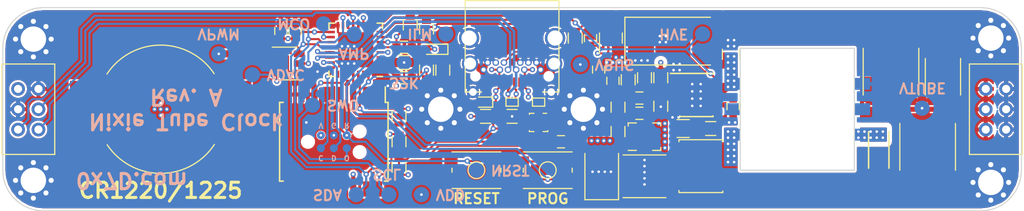
<source format=kicad_pcb>
(kicad_pcb (version 20171130) (host pcbnew "(5.0.0)")

  (general
    (thickness 1.6)
    (drawings 37)
    (tracks 571)
    (zones 0)
    (modules 78)
    (nets 57)
  )

  (page A4)
  (layers
    (0 F.Cu jumper)
    (1 In1.Cu jumper)
    (2 In2.Cu jumper)
    (31 B.Cu signal)
    (34 B.Paste user)
    (35 F.Paste user)
    (36 B.SilkS user)
    (37 F.SilkS user)
    (38 B.Mask user)
    (39 F.Mask user)
    (41 Cmts.User user)
    (44 Edge.Cuts user)
    (45 Margin user)
    (46 B.CrtYd user hide)
    (47 F.CrtYd user hide)
    (48 B.Fab user)
    (49 F.Fab user)
  )

  (setup
    (last_trace_width 0.2)
    (user_trace_width 0.2)
    (user_trace_width 0.25)
    (user_trace_width 0.3)
    (user_trace_width 0.4)
    (user_trace_width 0.6)
    (user_trace_width 0.8)
    (user_trace_width 1)
    (trace_clearance 0.127)
    (zone_clearance 0.2)
    (zone_45_only no)
    (trace_min 0.127)
    (segment_width 0.2)
    (edge_width 0.1)
    (via_size 0.508)
    (via_drill 0.254)
    (via_min_size 0.508)
    (via_min_drill 0.254)
    (uvia_size 0.3)
    (uvia_drill 0.1)
    (uvias_allowed no)
    (uvia_min_size 0.2)
    (uvia_min_drill 0.1)
    (pcb_text_width 0.3)
    (pcb_text_size 1.5 1.5)
    (mod_edge_width 0.15)
    (mod_text_size 1 1)
    (mod_text_width 0.15)
    (pad_size 0.9906 0.9906)
    (pad_drill 0.9906)
    (pad_to_mask_clearance 0)
    (aux_axis_origin 0 0)
    (visible_elements 7FF9FFFF)
    (pcbplotparams
      (layerselection 0x010f0_ffffffff)
      (usegerberextensions false)
      (usegerberattributes false)
      (usegerberadvancedattributes false)
      (creategerberjobfile false)
      (excludeedgelayer true)
      (linewidth 0.100000)
      (plotframeref false)
      (viasonmask false)
      (mode 1)
      (useauxorigin false)
      (hpglpennumber 1)
      (hpglpenspeed 20)
      (hpglpendiameter 15.000000)
      (psnegative false)
      (psa4output false)
      (plotreference false)
      (plotvalue false)
      (plotinvisibletext false)
      (padsonsilk false)
      (subtractmaskfromsilk false)
      (outputformat 1)
      (mirror false)
      (drillshape 0)
      (scaleselection 1)
      (outputdirectory "Gerbers/"))
  )

  (net 0 "")
  (net 1 "Net-(Q1-Pad3)")
  (net 2 "Net-(Q1-Pad2)")
  (net 3 "Net-(R1-Pad2)")
  (net 4 "Net-(R6-Pad2)")
  (net 5 "Net-(Q1-Pad1)")
  (net 6 "Net-(C7-Pad1)")
  (net 7 /HV_OUT)
  (net 8 /VBUS)
  (net 9 /VDD)
  (net 10 /VNIXIE)
  (net 11 /SCL)
  (net 12 /SDA)
  (net 13 /HV_EN)
  (net 14 "Net-(R8-Pad2)")
  (net 15 "Net-(R10-Pad2)")
  (net 16 /SWO)
  (net 17 /NRST)
  (net 18 /CC1)
  (net 19 /CC2)
  (net 20 /DAC)
  (net 21 /USB_N)
  (net 22 /USB_P)
  (net 23 "Net-(D4-Pad2)")
  (net 24 /SWDIO)
  (net 25 /SWCLK)
  (net 26 "Net-(L1-Pad1)")
  (net 27 "Net-(L1-Pad2)")
  (net 28 "Net-(R7-Pad1)")
  (net 29 /GND)
  (net 30 /HV_IN)
  (net 31 /USB)
  (net 32 /ILM)
  (net 33 /FAULT)
  (net 34 "Net-(T1-Pad2)")
  (net 35 "Net-(U1-Pad9)")
  (net 36 "Net-(U2-Pad27)")
  (net 37 /RTC)
  (net 38 "Net-(U2-Pad3)")
  (net 39 /32kHz)
  (net 40 "Net-(C5-Pad1)")
  (net 41 "Net-(R16-Pad1)")
  (net 42 /AMP_EN)
  (net 43 "Net-(BT1-Pad1)")
  (net 44 "Net-(R2-Pad2)")
  (net 45 "Net-(C6-Pad1)")
  (net 46 /NIXIE_EN)
  (net 47 "Net-(U1-Pad4)")
  (net 48 "Net-(U2-Pad12)")
  (net 49 /MCO)
  (net 50 "Net-(U2-Pad25)")
  (net 51 "Net-(U2-Pad10)")
  (net 52 "Net-(U2-Pad30)")
  (net 53 "Net-(U2-Pad14)")
  (net 54 "Net-(D5-Pad1)")
  (net 55 /LED)
  (net 56 "Net-(C17-Pad1)")

  (net_class Default "This is the default net class."
    (clearance 0.127)
    (trace_width 0.127)
    (via_dia 0.508)
    (via_drill 0.254)
    (uvia_dia 0.3)
    (uvia_drill 0.1)
    (diff_pair_gap 0.127)
    (diff_pair_width 0.25)
    (add_net /32kHz)
    (add_net /AMP_EN)
    (add_net /CC1)
    (add_net /CC2)
    (add_net /DAC)
    (add_net /FAULT)
    (add_net /GND)
    (add_net /HV_EN)
    (add_net /HV_IN)
    (add_net /ILM)
    (add_net /LED)
    (add_net /MCO)
    (add_net /NIXIE_EN)
    (add_net /NRST)
    (add_net /RTC)
    (add_net /SCL)
    (add_net /SDA)
    (add_net /SWCLK)
    (add_net /SWDIO)
    (add_net /SWO)
    (add_net /USB)
    (add_net /USB_N)
    (add_net /USB_P)
    (add_net /VBUS)
    (add_net /VDD)
    (add_net /VNIXIE)
    (add_net "Net-(BT1-Pad1)")
    (add_net "Net-(C17-Pad1)")
    (add_net "Net-(C5-Pad1)")
    (add_net "Net-(C6-Pad1)")
    (add_net "Net-(C7-Pad1)")
    (add_net "Net-(D4-Pad2)")
    (add_net "Net-(D5-Pad1)")
    (add_net "Net-(L1-Pad1)")
    (add_net "Net-(L1-Pad2)")
    (add_net "Net-(Q1-Pad1)")
    (add_net "Net-(Q1-Pad2)")
    (add_net "Net-(Q1-Pad3)")
    (add_net "Net-(R1-Pad2)")
    (add_net "Net-(R10-Pad2)")
    (add_net "Net-(R16-Pad1)")
    (add_net "Net-(R2-Pad2)")
    (add_net "Net-(R6-Pad2)")
    (add_net "Net-(R7-Pad1)")
    (add_net "Net-(R8-Pad2)")
    (add_net "Net-(T1-Pad2)")
    (add_net "Net-(U1-Pad4)")
    (add_net "Net-(U1-Pad9)")
    (add_net "Net-(U2-Pad10)")
    (add_net "Net-(U2-Pad12)")
    (add_net "Net-(U2-Pad14)")
    (add_net "Net-(U2-Pad25)")
    (add_net "Net-(U2-Pad27)")
    (add_net "Net-(U2-Pad3)")
    (add_net "Net-(U2-Pad30)")
  )

  (net_class HV ""
    (clearance 0.4)
    (trace_width 0.2)
    (via_dia 0.508)
    (via_drill 0.254)
    (uvia_dia 0.3)
    (uvia_drill 0.1)
    (diff_pair_gap 0.127)
    (diff_pair_width 0.25)
    (add_net /HV_OUT)
  )

  (module "Custom Parts:Inductor_4.1x4.1mm" (layer F.Cu) (tedit 5BB31255) (tstamp 5BB334A6)
    (at 163 106.6 180)
    (descr "Inductor, Taiyo Yuden, NR series, Taiyo-Yuden_NR-40xx, 4.0mmx4.0mm")
    (tags "inductor taiyo-yuden nr smd")
    (path /5B16755A)
    (attr smd)
    (fp_text reference L1 (at 0 -3 180) (layer F.SilkS) hide
      (effects (font (size 1 1) (thickness 0.15)))
    )
    (fp_text value 1uH (at 0 3.5 180) (layer F.Fab)
      (effects (font (size 1 1) (thickness 0.15)))
    )
    (fp_text user %R (at 0 0 180) (layer F.Fab)
      (effects (font (size 1 1) (thickness 0.15)))
    )
    (fp_line (start -2.1 -2.1) (end 2.1 -2.1) (layer F.SilkS) (width 0.12))
    (fp_line (start -2.1 2.1) (end 2.1 2.1) (layer F.SilkS) (width 0.12))
    (fp_line (start -2.25 -2.25) (end -2.25 2.25) (layer F.CrtYd) (width 0.05))
    (fp_line (start -2.25 2.25) (end 2.25 2.25) (layer F.CrtYd) (width 0.05))
    (fp_line (start 2.25 2.25) (end 2.25 -2.25) (layer F.CrtYd) (width 0.05))
    (fp_line (start 2.25 -2.25) (end -2.25 -2.25) (layer F.CrtYd) (width 0.05))
    (fp_line (start -2.05 -2.05) (end -2.05 2.05) (layer F.Fab) (width 0.12))
    (fp_line (start -2.05 2.05) (end 2.05 2.05) (layer F.Fab) (width 0.12))
    (fp_line (start 2.05 2.05) (end 2.05 -2.05) (layer F.Fab) (width 0.12))
    (fp_line (start 2.05 -2.05) (end -2.05 -2.05) (layer F.Fab) (width 0.12))
    (pad 1 smd rect (at -1.2 0 180) (size 1 3.8) (layers F.Cu F.Paste F.Mask)
      (net 26 "Net-(L1-Pad1)"))
    (pad 2 smd rect (at 1.2 0 180) (size 1 3.8) (layers F.Cu F.Paste F.Mask)
      (net 27 "Net-(L1-Pad2)"))
    (model ${KISYS3DMOD}/Inductors_SMD.3dshapes/L_Taiyo-Yuden_NR-40xx.wrl
      (at (xyz 0 0 0))
      (scale (xyz 1 1 1))
      (rotate (xyz 0 0 0))
    )
  )

  (module Measurement_Points:Measurement_Point_Round-SMD-Pad_Small (layer B.Cu) (tedit 5BB09430) (tstamp 5BB15CD7)
    (at 146.5 106)
    (descr "Mesurement Point, Round, SMD Pad, DM 1.5mm,")
    (tags "Mesurement Point Round SMD Pad 1.5mm")
    (path /5BB2EA59)
    (attr virtual)
    (fp_text reference J18 (at 0 2) (layer B.SilkS) hide
      (effects (font (size 1 1) (thickness 0.15)) (justify mirror))
    )
    (fp_text value NRST (at 0 -2) (layer B.Fab)
      (effects (font (size 1 1) (thickness 0.15)) (justify mirror))
    )
    (fp_circle (center 0 0) (end 1 0) (layer B.CrtYd) (width 0.05))
    (pad 1 smd circle (at 0 0) (size 1.5 1.5) (layers B.Cu B.Mask)
      (net 17 /NRST))
  )

  (module Measurement_Points:Measurement_Point_Round-SMD-Pad_Small (layer B.Cu) (tedit 5BADC8A7) (tstamp 5BAE0329)
    (at 130.4 99.6)
    (descr "Mesurement Point, Round, SMD Pad, DM 1.5mm,")
    (tags "Mesurement Point Round SMD Pad 1.5mm")
    (path /5BAE0437)
    (attr virtual)
    (fp_text reference J17 (at 0 2) (layer B.SilkS) hide
      (effects (font (size 1 1) (thickness 0.15)) (justify mirror))
    )
    (fp_text value SWO (at 0 -2) (layer B.Fab)
      (effects (font (size 1 1) (thickness 0.15)) (justify mirror))
    )
    (fp_circle (center 0 0) (end 1 0) (layer B.CrtYd) (width 0.05))
    (pad 1 smd circle (at 0 0) (size 1.5 1.5) (layers B.Cu B.Mask)
      (net 16 /SWO))
  )

  (module Capacitors_SMD:C_0603 (layer F.Cu) (tedit 5BADAEAD) (tstamp 5BAF0D25)
    (at 157.7 93 90)
    (descr "Capacitor SMD 0603, reflow soldering, AVX (see smccp.pdf)")
    (tags "capacitor 0603")
    (path /5BAFD7B9)
    (attr smd)
    (fp_text reference C17 (at 0 -1.5 90) (layer F.SilkS) hide
      (effects (font (size 1 1) (thickness 0.15)))
    )
    (fp_text value SLEW (at 0 1.5 90) (layer F.Fab)
      (effects (font (size 1 1) (thickness 0.15)))
    )
    (fp_text user %R (at 0 0 90) (layer F.Fab)
      (effects (font (size 0.3 0.3) (thickness 0.075)))
    )
    (fp_line (start -0.8 0.4) (end -0.8 -0.4) (layer F.Fab) (width 0.1))
    (fp_line (start 0.8 0.4) (end -0.8 0.4) (layer F.Fab) (width 0.1))
    (fp_line (start 0.8 -0.4) (end 0.8 0.4) (layer F.Fab) (width 0.1))
    (fp_line (start -0.8 -0.4) (end 0.8 -0.4) (layer F.Fab) (width 0.1))
    (fp_line (start -0.35 -0.6) (end 0.35 -0.6) (layer F.SilkS) (width 0.12))
    (fp_line (start 0.35 0.6) (end -0.35 0.6) (layer F.SilkS) (width 0.12))
    (fp_line (start -1.4 -0.65) (end 1.4 -0.65) (layer F.CrtYd) (width 0.05))
    (fp_line (start -1.4 -0.65) (end -1.4 0.65) (layer F.CrtYd) (width 0.05))
    (fp_line (start 1.4 0.65) (end 1.4 -0.65) (layer F.CrtYd) (width 0.05))
    (fp_line (start 1.4 0.65) (end -1.4 0.65) (layer F.CrtYd) (width 0.05))
    (pad 1 smd rect (at -0.75 0 90) (size 0.8 0.75) (layers F.Cu F.Paste F.Mask)
      (net 56 "Net-(C17-Pad1)"))
    (pad 2 smd rect (at 0.75 0 90) (size 0.8 0.75) (layers F.Cu F.Paste F.Mask)
      (net 29 /GND))
    (model Capacitors_SMD.3dshapes/C_0603.wrl
      (at (xyz 0 0 0))
      (scale (xyz 1 1 1))
      (rotate (xyz 0 0 0))
    )
  )

  (module "Custom Parts:CR1220_Holder" (layer F.Cu) (tedit 5BAD23CD) (tstamp 5BA0C870)
    (at 115.5 100)
    (path /5BA7F4A1)
    (fp_text reference BT1 (at 0 -6) (layer F.SilkS) hide
      (effects (font (size 1 1) (thickness 0.15)))
    )
    (fp_text value CR1620 (at 0 6) (layer F.Fab)
      (effects (font (size 1 1) (thickness 0.15)))
    )
    (fp_arc (start 0 0) (end -5.25 3.499999) (angle -113) (layer F.SilkS) (width 0.12))
    (fp_arc (start 0 0) (end 5.25 -3.499999) (angle -113) (layer F.SilkS) (width 0.12))
    (fp_line (start -7 4) (end -7 -4) (layer F.Fab) (width 0.1))
    (fp_line (start 7 4) (end 7 -4) (layer F.Fab) (width 0.1))
    (fp_line (start -7 -4) (end -6 -5) (layer F.Fab) (width 0.1))
    (fp_line (start -6 -5) (end 6 -5) (layer F.Fab) (width 0.1))
    (fp_line (start 6 -5) (end 7 -4) (layer F.Fab) (width 0.1))
    (fp_arc (start 0.000001 9.999999) (end 4 5) (angle -77.3) (layer F.Fab) (width 0.1))
    (fp_line (start 4 5) (end 5 5) (layer F.Fab) (width 0.1))
    (fp_line (start 5 5) (end 6 5) (layer F.Fab) (width 0.1))
    (fp_line (start 6 5) (end 7 4) (layer F.Fab) (width 0.1))
    (fp_line (start -4 5) (end -6 5) (layer F.Fab) (width 0.1))
    (fp_line (start -6 5) (end -7 4) (layer F.Fab) (width 0.1))
    (pad 1 smd circle (at 0 0) (size 10.2 10.2) (layers F.Cu F.Mask)
      (net 43 "Net-(BT1-Pad1)") (clearance 0.5))
    (pad 2 smd rect (at -7.65 1.55) (size 2.5 2.5) (layers F.Cu F.Paste F.Mask)
      (net 29 /GND))
    (pad 2 smd rect (at -7.65 -1.55) (size 2.5 2.5) (layers F.Cu F.Paste F.Mask)
      (net 29 /GND))
    (pad 2 smd rect (at 7.65 1.55) (size 2.5 2.5) (layers F.Cu F.Paste F.Mask)
      (net 29 /GND))
    (pad 2 smd rect (at 7.65 -1.55) (size 2.5 2.5) (layers F.Cu F.Paste F.Mask)
      (net 29 /GND))
  )

  (module LEDs:LED_0603 (layer F.Cu) (tedit 5BAD15AF) (tstamp 5BAE3FA3)
    (at 142.4 94.1 180)
    (descr "LED 0603 smd package")
    (tags "LED led 0603 SMD smd SMT smt smdled SMDLED smtled SMTLED")
    (path /5BADCAA0)
    (attr smd)
    (fp_text reference D5 (at 0 -1.25 180) (layer F.SilkS) hide
      (effects (font (size 1 1) (thickness 0.15)))
    )
    (fp_text value LED (at 0 1.35 180) (layer F.Fab)
      (effects (font (size 1 1) (thickness 0.15)))
    )
    (fp_line (start -1.45 -0.65) (end 1.45 -0.65) (layer F.CrtYd) (width 0.05))
    (fp_line (start -1.45 0.65) (end -1.45 -0.65) (layer F.CrtYd) (width 0.05))
    (fp_line (start 1.45 0.65) (end -1.45 0.65) (layer F.CrtYd) (width 0.05))
    (fp_line (start 1.45 -0.65) (end 1.45 0.65) (layer F.CrtYd) (width 0.05))
    (fp_line (start -1.3 -0.5) (end 0.8 -0.5) (layer F.SilkS) (width 0.12))
    (fp_line (start -1.3 0.5) (end 0.8 0.5) (layer F.SilkS) (width 0.12))
    (fp_line (start -0.8 0.4) (end -0.8 -0.4) (layer F.Fab) (width 0.1))
    (fp_line (start -0.8 -0.4) (end 0.8 -0.4) (layer F.Fab) (width 0.1))
    (fp_line (start 0.8 -0.4) (end 0.8 0.4) (layer F.Fab) (width 0.1))
    (fp_line (start 0.8 0.4) (end -0.8 0.4) (layer F.Fab) (width 0.1))
    (fp_line (start 0.15 -0.2) (end 0.15 0.2) (layer F.Fab) (width 0.1))
    (fp_line (start 0.15 0.2) (end -0.15 0) (layer F.Fab) (width 0.1))
    (fp_line (start -0.15 0) (end 0.15 -0.2) (layer F.Fab) (width 0.1))
    (fp_line (start -0.2 -0.2) (end -0.2 0.2) (layer F.Fab) (width 0.1))
    (fp_line (start -1.3 -0.5) (end -1.3 0.5) (layer F.SilkS) (width 0.12))
    (pad 1 smd rect (at -0.8 0) (size 0.8 0.8) (layers F.Cu F.Paste F.Mask)
      (net 54 "Net-(D5-Pad1)"))
    (pad 2 smd rect (at 0.8 0) (size 0.8 0.8) (layers F.Cu F.Paste F.Mask)
      (net 55 /LED))
    (model ${KISYS3DMOD}/LEDs.3dshapes/LED_0603.wrl
      (at (xyz 0 0 0))
      (scale (xyz 1 1 1))
      (rotate (xyz 0 0 180))
    )
  )

  (module Resistors_SMD:R_0603 (layer F.Cu) (tedit 5BAD15B2) (tstamp 5BAE5DFD)
    (at 143.2 96.15 270)
    (descr "Resistor SMD 0603, reflow soldering, Vishay (see dcrcw.pdf)")
    (tags "resistor 0603")
    (path /5BADE6EA)
    (attr smd)
    (fp_text reference R13 (at 0 -1.45 270) (layer F.SilkS) hide
      (effects (font (size 1 1) (thickness 0.15)))
    )
    (fp_text value 10k (at 0 1.5 270) (layer F.Fab)
      (effects (font (size 1 1) (thickness 0.15)))
    )
    (fp_line (start 1.25 0.7) (end -1.25 0.7) (layer F.CrtYd) (width 0.05))
    (fp_line (start 1.25 0.7) (end 1.25 -0.7) (layer F.CrtYd) (width 0.05))
    (fp_line (start -1.25 -0.7) (end -1.25 0.7) (layer F.CrtYd) (width 0.05))
    (fp_line (start -1.25 -0.7) (end 1.25 -0.7) (layer F.CrtYd) (width 0.05))
    (fp_line (start -0.5 -0.68) (end 0.5 -0.68) (layer F.SilkS) (width 0.12))
    (fp_line (start 0.5 0.68) (end -0.5 0.68) (layer F.SilkS) (width 0.12))
    (fp_line (start -0.8 -0.4) (end 0.8 -0.4) (layer F.Fab) (width 0.1))
    (fp_line (start 0.8 -0.4) (end 0.8 0.4) (layer F.Fab) (width 0.1))
    (fp_line (start 0.8 0.4) (end -0.8 0.4) (layer F.Fab) (width 0.1))
    (fp_line (start -0.8 0.4) (end -0.8 -0.4) (layer F.Fab) (width 0.1))
    (fp_text user %R (at 0 0 270) (layer F.Fab)
      (effects (font (size 0.4 0.4) (thickness 0.075)))
    )
    (pad 2 smd rect (at 0.75 0 270) (size 0.5 0.9) (layers F.Cu F.Paste F.Mask)
      (net 29 /GND))
    (pad 1 smd rect (at -0.75 0 270) (size 0.5 0.9) (layers F.Cu F.Paste F.Mask)
      (net 54 "Net-(D5-Pad1)"))
    (model ${KISYS3DMOD}/Resistors_SMD.3dshapes/R_0603.wrl
      (at (xyz 0 0 0))
      (scale (xyz 1 1 1))
      (rotate (xyz 0 0 0))
    )
  )

  (module "Custom Parts:USB_C_Receptacle_Circular_Holes" locked (layer F.Cu) (tedit 5BAC7BE5) (tstamp 5BADE66E)
    (at 150 92.4 180)
    (descr "USB TYPE C, RA RCPT PCB, Hybrid, https://www.amphenolcanada.com/StockAvailabilityPrice.aspx?From=&PartNum=12401548E4%7e2A")
    (tags "USB C Type-C Receptacle Hybrid")
    (path /5B6238BC)
    (attr smd)
    (fp_text reference J1 (at 0 -6.36 180) (layer F.SilkS) hide
      (effects (font (size 1 1) (thickness 0.15)))
    )
    (fp_text value USB_C_Receptacle (at 0 4 180) (layer F.Fab)
      (effects (font (size 1 1) (thickness 0.15)))
    )
    (fp_line (start -4.6 2.39) (end 4.6 2.39) (layer F.SilkS) (width 0.12))
    (fp_line (start -4.6 3.09) (end 4.6 3.09) (layer F.SilkS) (width 0.12))
    (fp_line (start -4.6 3.09) (end -4.6 -5.9) (layer F.Fab) (width 0.1))
    (fp_line (start -4.6 -5.9) (end 4.6 -5.9) (layer F.Fab) (width 0.1))
    (fp_line (start -4.6 -5.9) (end -3 -5.9) (layer F.SilkS) (width 0.12))
    (fp_line (start -4.6 -5.9) (end -4.6 3.09) (layer F.SilkS) (width 0.12))
    (fp_line (start 4.6 -5.9) (end 4.6 3.09) (layer F.SilkS) (width 0.12))
    (fp_line (start 3 -5.9) (end 4.6 -5.9) (layer F.SilkS) (width 0.12))
    (fp_line (start -4.6 3.09) (end 4.6 3.09) (layer F.Fab) (width 0.1))
    (fp_line (start 4.6 3.09) (end 4.6 -5.9) (layer F.Fab) (width 0.1))
    (fp_text user %R (at 0 0 180) (layer F.Fab)
      (effects (font (size 1 1) (thickness 0.1)))
    )
    (pad S1 thru_hole circle (at 3.845 -5.91 180) (size 1.2 1.2) (drill 0.75) (layers *.Cu *.Mask)
      (net 29 /GND))
    (pad S1 thru_hole circle (at -3.845 -5.91 180) (size 1.2 1.2) (drill 0.75) (layers *.Cu *.Mask)
      (net 29 /GND))
    (pad B11 thru_hole circle (at -2.4 -3.01 180) (size 0.65 0.65) (drill 0.4) (layers *.Cu *.Mask)
      (net 29 /GND))
    (pad B10 thru_hole circle (at -1.6 -3.01 180) (size 0.65 0.65) (drill 0.4) (layers *.Cu *.Mask)
      (net 29 /GND))
    (pad B8 thru_hole circle (at -0.8 -3.01 180) (size 0.65 0.65) (drill 0.4) (layers *.Cu *.Mask)
      (net 29 /GND))
    (pad B5 thru_hole circle (at 0.8 -3.01 180) (size 0.65 0.65) (drill 0.4) (layers *.Cu *.Mask)
      (net 19 /CC2))
    (pad B3 thru_hole circle (at 1.6 -3.01 180) (size 0.65 0.65) (drill 0.4) (layers *.Cu *.Mask)
      (net 29 /GND))
    (pad B2 thru_hole circle (at 2.4 -3.01 180) (size 0.65 0.65) (drill 0.4) (layers *.Cu *.Mask)
      (net 29 /GND))
    (pad B12 thru_hole circle (at -2.8 -3.71 180) (size 0.65 0.65) (drill 0.4) (layers *.Cu *.Mask)
      (net 29 /GND))
    (pad B9 thru_hole circle (at -1.2 -3.71 180) (size 0.65 0.65) (drill 0.4) (layers *.Cu *.Mask)
      (net 8 /VBUS))
    (pad B7 thru_hole circle (at -0.4 -3.71 180) (size 0.65 0.65) (drill 0.4) (layers *.Cu *.Mask)
      (net 21 /USB_N))
    (pad B6 thru_hole circle (at 0.4 -3.71 180) (size 0.65 0.65) (drill 0.4) (layers *.Cu *.Mask)
      (net 22 /USB_P))
    (pad B4 thru_hole circle (at 1.2 -3.71 180) (size 0.65 0.65) (drill 0.4) (layers *.Cu *.Mask)
      (net 8 /VBUS))
    (pad B1 thru_hole circle (at 2.8 -3.71 180) (size 0.65 0.65) (drill 0.4) (layers *.Cu *.Mask)
      (net 29 /GND))
    (pad "" np_thru_hole circle (at -3.6 -4.36 180) (size 0.65 0.65) (drill 0.65) (layers *.Mask F.Cu))
    (pad "" np_thru_hole circle (at 3.6 -4.36 180) (size 0.65 0.65) (drill 0.65) (layers *.Mask F.Cu))
    (pad S1 thru_hole circle (at -4.22 -0.595 180) (size 2 2) (drill 1.5) (layers *.Cu *.Mask)
      (net 29 /GND))
    (pad S1 thru_hole circle (at 4.22 -0.595 180) (size 2 2) (drill 1.5) (layers *.Cu *.Mask)
      (net 29 /GND))
    (pad S1 thru_hole circle (at 4.13 -3.11 180) (size 1.6 1.6) (drill 1.2) (layers *.Cu *.Mask)
      (net 29 /GND))
    (pad A11 smd rect (at 2.25 -4.93 180) (size 0.3 0.9) (layers F.Cu F.Paste F.Mask)
      (net 29 /GND))
    (pad A8 smd rect (at 0.75 -4.93 180) (size 0.3 0.9) (layers F.Cu F.Paste F.Mask)
      (net 29 /GND))
    (pad A9 smd rect (at 1.25 -4.93 180) (size 0.3 0.9) (layers F.Cu F.Paste F.Mask)
      (net 8 /VBUS))
    (pad A10 smd rect (at 1.75 -4.93 180) (size 0.3 0.9) (layers F.Cu F.Paste F.Mask)
      (net 29 /GND))
    (pad A12 smd rect (at 2.75 -4.93 180) (size 0.3 0.9) (layers F.Cu F.Paste F.Mask)
      (net 29 /GND))
    (pad A7 smd rect (at 0.25 -4.93 180) (size 0.3 0.9) (layers F.Cu F.Paste F.Mask)
      (net 21 /USB_N))
    (pad A6 smd rect (at -0.25 -4.93 180) (size 0.3 0.9) (layers F.Cu F.Paste F.Mask)
      (net 22 /USB_P))
    (pad A5 smd rect (at -0.75 -4.93 180) (size 0.3 0.9) (layers F.Cu F.Paste F.Mask)
      (net 18 /CC1))
    (pad A4 smd rect (at -1.25 -4.93 180) (size 0.3 0.9) (layers F.Cu F.Paste F.Mask)
      (net 8 /VBUS))
    (pad A3 smd rect (at -1.75 -4.93 180) (size 0.3 0.9) (layers F.Cu F.Paste F.Mask)
      (net 29 /GND))
    (pad A2 smd rect (at -2.25 -4.93 180) (size 0.3 0.9) (layers F.Cu F.Paste F.Mask)
      (net 29 /GND))
    (pad A1 smd rect (at -2.75 -4.93 180) (size 0.3 0.9) (layers F.Cu F.Paste F.Mask)
      (net 29 /GND))
    (pad S1 thru_hole circle (at -4.13 -3.11 180) (size 1.6 1.6) (drill 1.2) (layers *.Cu *.Mask)
      (net 29 /GND))
    (model ${KISYS3DMOD}/Connectors_USB.3dshapes/USB_C_Receptacle_Amphenol_12401548E4-2A.wrl
      (at (xyz 0 0 0))
      (scale (xyz 1 1 1))
      (rotate (xyz 0 0 0))
    )
  )

  (module Capacitors_SMD:C_0603 (layer F.Cu) (tedit 5BA9CFDB) (tstamp 5BABF29F)
    (at 139.4 96.9)
    (descr "Capacitor SMD 0603, reflow soldering, AVX (see smccp.pdf)")
    (tags "capacitor 0603")
    (path /5BBA51A2)
    (attr smd)
    (fp_text reference C12 (at 0 -1.5) (layer F.SilkS) hide
      (effects (font (size 1 1) (thickness 0.15)))
    )
    (fp_text value 0.1uF (at 0 1.5) (layer F.Fab)
      (effects (font (size 1 1) (thickness 0.15)))
    )
    (fp_text user %R (at 0 0) (layer F.Fab)
      (effects (font (size 0.3 0.3) (thickness 0.075)))
    )
    (fp_line (start -0.8 0.4) (end -0.8 -0.4) (layer F.Fab) (width 0.1))
    (fp_line (start 0.8 0.4) (end -0.8 0.4) (layer F.Fab) (width 0.1))
    (fp_line (start 0.8 -0.4) (end 0.8 0.4) (layer F.Fab) (width 0.1))
    (fp_line (start -0.8 -0.4) (end 0.8 -0.4) (layer F.Fab) (width 0.1))
    (fp_line (start -0.35 -0.6) (end 0.35 -0.6) (layer F.SilkS) (width 0.12))
    (fp_line (start 0.35 0.6) (end -0.35 0.6) (layer F.SilkS) (width 0.12))
    (fp_line (start -1.4 -0.65) (end 1.4 -0.65) (layer F.CrtYd) (width 0.05))
    (fp_line (start -1.4 -0.65) (end -1.4 0.65) (layer F.CrtYd) (width 0.05))
    (fp_line (start 1.4 0.65) (end 1.4 -0.65) (layer F.CrtYd) (width 0.05))
    (fp_line (start 1.4 0.65) (end -1.4 0.65) (layer F.CrtYd) (width 0.05))
    (pad 1 smd rect (at -0.75 0) (size 0.8 0.75) (layers F.Cu F.Paste F.Mask)
      (net 9 /VDD))
    (pad 2 smd rect (at 0.75 0) (size 0.8 0.75) (layers F.Cu F.Paste F.Mask)
      (net 29 /GND))
    (model Capacitors_SMD.3dshapes/C_0603.wrl
      (at (xyz 0 0 0))
      (scale (xyz 1 1 1))
      (rotate (xyz 0 0 0))
    )
  )

  (module Capacitors_SMD:C_0603 (layer F.Cu) (tedit 5BAB323C) (tstamp 5BADED8F)
    (at 139.4 93.9)
    (descr "Capacitor SMD 0603, reflow soldering, AVX (see smccp.pdf)")
    (tags "capacitor 0603")
    (path /5BBA50C7)
    (attr smd)
    (fp_text reference C13 (at 0 -1.5) (layer F.SilkS) hide
      (effects (font (size 1 1) (thickness 0.15)))
    )
    (fp_text value 4.7uF (at 0 1.5) (layer F.Fab)
      (effects (font (size 1 1) (thickness 0.15)))
    )
    (fp_line (start 1.4 0.65) (end -1.4 0.65) (layer F.CrtYd) (width 0.05))
    (fp_line (start 1.4 0.65) (end 1.4 -0.65) (layer F.CrtYd) (width 0.05))
    (fp_line (start -1.4 -0.65) (end -1.4 0.65) (layer F.CrtYd) (width 0.05))
    (fp_line (start -1.4 -0.65) (end 1.4 -0.65) (layer F.CrtYd) (width 0.05))
    (fp_line (start 0.35 0.6) (end -0.35 0.6) (layer F.SilkS) (width 0.12))
    (fp_line (start -0.35 -0.6) (end 0.35 -0.6) (layer F.SilkS) (width 0.12))
    (fp_line (start -0.8 -0.4) (end 0.8 -0.4) (layer F.Fab) (width 0.1))
    (fp_line (start 0.8 -0.4) (end 0.8 0.4) (layer F.Fab) (width 0.1))
    (fp_line (start 0.8 0.4) (end -0.8 0.4) (layer F.Fab) (width 0.1))
    (fp_line (start -0.8 0.4) (end -0.8 -0.4) (layer F.Fab) (width 0.1))
    (fp_text user %R (at 0 0) (layer F.Fab)
      (effects (font (size 0.3 0.3) (thickness 0.075)))
    )
    (pad 2 smd rect (at 0.75 0) (size 0.8 0.75) (layers F.Cu F.Paste F.Mask)
      (net 29 /GND))
    (pad 1 smd rect (at -0.75 0) (size 0.8 0.75) (layers F.Cu F.Paste F.Mask)
      (net 9 /VDD))
    (model Capacitors_SMD.3dshapes/C_0603.wrl
      (at (xyz 0 0 0))
      (scale (xyz 1 1 1))
      (rotate (xyz 0 0 0))
    )
  )

  (module "Tag Connect:TC2030-MCP-NL" (layer B.Cu) (tedit 5BAE6009) (tstamp 5BADD7EE)
    (at 132.5 103.2)
    (descr http://www.tag-connect.com/Materials/TC2030-MCP-NL%20PCB%20Footprint.pdf)
    (path /5B693D84)
    (fp_text reference J2 (at 0 4.064) (layer B.SilkS) hide
      (effects (font (size 1.524 1.524) (thickness 0.3048)) (justify mirror))
    )
    (fp_text value SWD (at 0 -3.048) (layer B.SilkS) hide
      (effects (font (size 1.524 1.524) (thickness 0.3048)) (justify mirror))
    )
    (pad "" np_thru_hole circle (at 2.54 -1.016) (size 0.9906 0.9906) (drill 0.9906) (layers *.Cu *.Mask))
    (pad "" np_thru_hole circle (at 2.54 1.016) (size 0.9906 0.9906) (drill 0.9906) (layers *.Cu *.Mask))
    (pad "" np_thru_hole circle (at -2.54 0) (size 0.9906 0.9906) (drill 0.9906) (layers *.Cu *.Mask))
    (pad 6 smd circle (at 1.27 0.635) (size 0.7874 0.7874) (layers B.Cu B.Mask)
      (net 16 /SWO))
    (pad 5 smd circle (at 1.27 -0.635) (size 0.7874 0.7874) (layers B.Cu B.Mask)
      (net 17 /NRST))
    (pad 4 smd circle (at 0 0.635) (size 0.7874 0.7874) (layers B.Cu B.Mask)
      (net 24 /SWDIO))
    (pad 3 smd circle (at 0 -0.635) (size 0.7874 0.7874) (layers B.Cu B.Mask)
      (net 29 /GND))
    (pad 2 smd circle (at -1.27 0.635) (size 0.7874 0.7874) (layers B.Cu B.Mask)
      (net 25 /SWCLK))
    (pad 1 smd circle (at -1.27 -0.635) (size 0.7874 0.7874) (layers B.Cu B.Mask)
      (net 9 /VDD))
  )

  (module Measurement_Points:Measurement_Point_Round-SMD-Pad_Small (layer B.Cu) (tedit 5BAD05B1) (tstamp 5BAD3315)
    (at 156.7 95.6)
    (descr "Mesurement Point, Round, SMD Pad, DM 1.5mm,")
    (tags "Mesurement Point Round SMD Pad 1.5mm")
    (path /5BAD1FCF)
    (attr virtual)
    (fp_text reference J16 (at 0 2) (layer B.SilkS) hide
      (effects (font (size 1 1) (thickness 0.15)) (justify mirror))
    )
    (fp_text value VBUS (at 0 -2) (layer B.Fab)
      (effects (font (size 1 1) (thickness 0.15)) (justify mirror))
    )
    (fp_circle (center 0 0) (end 1 0) (layer B.CrtYd) (width 0.05))
    (pad 1 smd circle (at 0 0) (size 1.5 1.5) (layers B.Cu B.Mask)
      (net 8 /VBUS))
  )

  (module Housings_SOIC:SOIC-16W_7.5x10.3mm_Pitch1.27mm (layer F.Cu) (tedit 5BAB2AB6) (tstamp 5BADD5F4)
    (at 132.5 103.2 270)
    (descr "16-Lead Plastic Small Outline (SO) - Wide, 7.50 mm Body [SOIC] (see Microchip Packaging Specification 00000049BS.pdf)")
    (tags "SOIC 1.27")
    (path /5BAADC28)
    (attr smd)
    (fp_text reference U4 (at 0 -6.25 270) (layer F.SilkS) hide
      (effects (font (size 1 1) (thickness 0.15)))
    )
    (fp_text value DS3231 (at 0 6.25 270) (layer F.Fab)
      (effects (font (size 1 1) (thickness 0.15)))
    )
    (fp_text user %R (at 0 0 270) (layer F.Fab)
      (effects (font (size 1 1) (thickness 0.15)))
    )
    (fp_line (start -2.75 -5.15) (end 3.75 -5.15) (layer F.Fab) (width 0.15))
    (fp_line (start 3.75 -5.15) (end 3.75 5.15) (layer F.Fab) (width 0.15))
    (fp_line (start 3.75 5.15) (end -3.75 5.15) (layer F.Fab) (width 0.15))
    (fp_line (start -3.75 5.15) (end -3.75 -4.15) (layer F.Fab) (width 0.15))
    (fp_line (start -3.75 -4.15) (end -2.75 -5.15) (layer F.Fab) (width 0.15))
    (fp_line (start -5.65 -5.5) (end -5.65 5.5) (layer F.CrtYd) (width 0.05))
    (fp_line (start 5.65 -5.5) (end 5.65 5.5) (layer F.CrtYd) (width 0.05))
    (fp_line (start -5.65 -5.5) (end 5.65 -5.5) (layer F.CrtYd) (width 0.05))
    (fp_line (start -5.65 5.5) (end 5.65 5.5) (layer F.CrtYd) (width 0.05))
    (fp_line (start -3.875 -5.325) (end -3.875 -5.05) (layer F.SilkS) (width 0.15))
    (fp_line (start 3.875 -5.325) (end 3.875 -4.97) (layer F.SilkS) (width 0.15))
    (fp_line (start 3.875 5.325) (end 3.875 4.97) (layer F.SilkS) (width 0.15))
    (fp_line (start -3.875 5.325) (end -3.875 4.97) (layer F.SilkS) (width 0.15))
    (fp_line (start -3.875 -5.325) (end 3.875 -5.325) (layer F.SilkS) (width 0.15))
    (fp_line (start -3.875 5.325) (end 3.875 5.325) (layer F.SilkS) (width 0.15))
    (fp_line (start -3.875 -5.05) (end -5.4 -5.05) (layer F.SilkS) (width 0.15))
    (pad 1 smd rect (at -4.65 -4.445 270) (size 1.5 0.6) (layers F.Cu F.Paste F.Mask)
      (net 39 /32kHz))
    (pad 2 smd rect (at -4.65 -3.175 270) (size 1.5 0.6) (layers F.Cu F.Paste F.Mask)
      (net 9 /VDD))
    (pad 3 smd rect (at -4.65 -1.905 270) (size 1.5 0.6) (layers F.Cu F.Paste F.Mask)
      (net 37 /RTC))
    (pad 4 smd rect (at -4.65 -0.635 270) (size 1.5 0.6) (layers F.Cu F.Paste F.Mask)
      (net 17 /NRST))
    (pad 5 smd rect (at -4.65 0.635 270) (size 1.5 0.6) (layers F.Cu F.Paste F.Mask)
      (net 29 /GND))
    (pad 6 smd rect (at -4.65 1.905 270) (size 1.5 0.6) (layers F.Cu F.Paste F.Mask)
      (net 29 /GND))
    (pad 7 smd rect (at -4.65 3.175 270) (size 1.5 0.6) (layers F.Cu F.Paste F.Mask)
      (net 29 /GND))
    (pad 8 smd rect (at -4.65 4.445 270) (size 1.5 0.6) (layers F.Cu F.Paste F.Mask)
      (net 29 /GND))
    (pad 9 smd rect (at 4.65 4.445 270) (size 1.5 0.6) (layers F.Cu F.Paste F.Mask)
      (net 29 /GND))
    (pad 10 smd rect (at 4.65 3.175 270) (size 1.5 0.6) (layers F.Cu F.Paste F.Mask)
      (net 29 /GND))
    (pad 11 smd rect (at 4.65 1.905 270) (size 1.5 0.6) (layers F.Cu F.Paste F.Mask)
      (net 29 /GND))
    (pad 12 smd rect (at 4.65 0.635 270) (size 1.5 0.6) (layers F.Cu F.Paste F.Mask)
      (net 29 /GND))
    (pad 13 smd rect (at 4.65 -0.635 270) (size 1.5 0.6) (layers F.Cu F.Paste F.Mask)
      (net 29 /GND))
    (pad 14 smd rect (at 4.65 -1.905 270) (size 1.5 0.6) (layers F.Cu F.Paste F.Mask)
      (net 43 "Net-(BT1-Pad1)"))
    (pad 15 smd rect (at 4.65 -3.175 270) (size 1.5 0.6) (layers F.Cu F.Paste F.Mask)
      (net 12 /SDA))
    (pad 16 smd rect (at 4.65 -4.445 270) (size 1.5 0.6) (layers F.Cu F.Paste F.Mask)
      (net 11 /SCL))
    (model ${KISYS3DMOD}/Housings_SOIC.3dshapes/SOIC-16W_7.5x10.3mm_Pitch1.27mm.wrl
      (at (xyz 0 0 0))
      (scale (xyz 1 1 1))
      (rotate (xyz 0 0 0))
    )
  )

  (module Housings_DFN_QFN:QFN-32-1EP_5x5mm_Pitch0.5mm (layer F.Cu) (tedit 5BA9CFDF) (tstamp 5BABF1F1)
    (at 134.65 94.15 180)
    (descr "UH Package; 32-Lead Plastic QFN (5mm x 5mm); (see Linear Technology QFN_32_05-08-1693.pdf)")
    (tags "QFN 0.5")
    (path /5B622DF7)
    (attr smd)
    (fp_text reference U2 (at 0 -3.75 180) (layer F.SilkS) hide
      (effects (font (size 1 1) (thickness 0.15)))
    )
    (fp_text value STM32L432K (at 0 3.75 180) (layer F.Fab)
      (effects (font (size 1 1) (thickness 0.15)))
    )
    (fp_line (start 2.625 -2.625) (end 2.1 -2.625) (layer F.SilkS) (width 0.15))
    (fp_line (start 2.625 2.625) (end 2.1 2.625) (layer F.SilkS) (width 0.15))
    (fp_line (start -2.625 2.625) (end -2.1 2.625) (layer F.SilkS) (width 0.15))
    (fp_line (start -2.625 -2.625) (end -2.1 -2.625) (layer F.SilkS) (width 0.15))
    (fp_line (start 2.625 2.625) (end 2.625 2.1) (layer F.SilkS) (width 0.15))
    (fp_line (start -2.625 2.625) (end -2.625 2.1) (layer F.SilkS) (width 0.15))
    (fp_line (start 2.625 -2.625) (end 2.625 -2.1) (layer F.SilkS) (width 0.15))
    (fp_line (start -3 3) (end 3 3) (layer F.CrtYd) (width 0.05))
    (fp_line (start -3 -3) (end 3 -3) (layer F.CrtYd) (width 0.05))
    (fp_line (start 3 -3) (end 3 3) (layer F.CrtYd) (width 0.05))
    (fp_line (start -3 -3) (end -3 3) (layer F.CrtYd) (width 0.05))
    (fp_line (start -2.5 -1.5) (end -1.5 -2.5) (layer F.Fab) (width 0.15))
    (fp_line (start -2.5 2.5) (end -2.5 -1.5) (layer F.Fab) (width 0.15))
    (fp_line (start 2.5 2.5) (end -2.5 2.5) (layer F.Fab) (width 0.15))
    (fp_line (start 2.5 -2.5) (end 2.5 2.5) (layer F.Fab) (width 0.15))
    (fp_line (start -1.5 -2.5) (end 2.5 -2.5) (layer F.Fab) (width 0.15))
    (pad 33 smd rect (at -0.8625 -0.8625 180) (size 1.725 1.725) (layers F.Cu F.Paste F.Mask)
      (net 29 /GND) (solder_paste_margin_ratio -0.2))
    (pad 33 smd rect (at -0.8625 0.8625 180) (size 1.725 1.725) (layers F.Cu F.Paste F.Mask)
      (net 29 /GND) (solder_paste_margin_ratio -0.2))
    (pad 33 smd rect (at 0.8625 -0.8625 180) (size 1.725 1.725) (layers F.Cu F.Paste F.Mask)
      (net 29 /GND) (solder_paste_margin_ratio -0.2))
    (pad 33 smd rect (at 0.8625 0.8625 180) (size 1.725 1.725) (layers F.Cu F.Paste F.Mask)
      (net 29 /GND) (solder_paste_margin_ratio -0.2))
    (pad 32 smd rect (at -1.75 -2.4 270) (size 0.7 0.25) (layers F.Cu F.Paste F.Mask)
      (net 29 /GND))
    (pad 31 smd rect (at -1.25 -2.4 270) (size 0.7 0.25) (layers F.Cu F.Paste F.Mask)
      (net 44 "Net-(R2-Pad2)"))
    (pad 30 smd rect (at -0.75 -2.4 270) (size 0.7 0.25) (layers F.Cu F.Paste F.Mask)
      (net 52 "Net-(U2-Pad30)"))
    (pad 29 smd rect (at -0.25 -2.4 270) (size 0.7 0.25) (layers F.Cu F.Paste F.Mask)
      (net 31 /USB))
    (pad 28 smd rect (at 0.25 -2.4 270) (size 0.7 0.25) (layers F.Cu F.Paste F.Mask)
      (net 37 /RTC))
    (pad 27 smd rect (at 0.75 -2.4 270) (size 0.7 0.25) (layers F.Cu F.Paste F.Mask)
      (net 36 "Net-(U2-Pad27)"))
    (pad 26 smd rect (at 1.25 -2.4 270) (size 0.7 0.25) (layers F.Cu F.Paste F.Mask)
      (net 16 /SWO))
    (pad 25 smd rect (at 1.75 -2.4 270) (size 0.7 0.25) (layers F.Cu F.Paste F.Mask)
      (net 50 "Net-(U2-Pad25)"))
    (pad 24 smd rect (at 2.4 -1.75 180) (size 0.7 0.25) (layers F.Cu F.Paste F.Mask)
      (net 25 /SWCLK))
    (pad 23 smd rect (at 2.4 -1.25 180) (size 0.7 0.25) (layers F.Cu F.Paste F.Mask)
      (net 24 /SWDIO))
    (pad 22 smd rect (at 2.4 -0.75 180) (size 0.7 0.25) (layers F.Cu F.Paste F.Mask)
      (net 22 /USB_P))
    (pad 21 smd rect (at 2.4 -0.25 180) (size 0.7 0.25) (layers F.Cu F.Paste F.Mask)
      (net 21 /USB_N))
    (pad 20 smd rect (at 2.4 0.25 180) (size 0.7 0.25) (layers F.Cu F.Paste F.Mask)
      (net 12 /SDA))
    (pad 19 smd rect (at 2.4 0.75 180) (size 0.7 0.25) (layers F.Cu F.Paste F.Mask)
      (net 11 /SCL))
    (pad 18 smd rect (at 2.4 1.25 180) (size 0.7 0.25) (layers F.Cu F.Paste F.Mask)
      (net 49 /MCO))
    (pad 17 smd rect (at 2.4 1.75 180) (size 0.7 0.25) (layers F.Cu F.Paste F.Mask)
      (net 9 /VDD))
    (pad 16 smd rect (at 1.75 2.4 270) (size 0.7 0.25) (layers F.Cu F.Paste F.Mask)
      (net 29 /GND))
    (pad 15 smd rect (at 1.25 2.4 270) (size 0.7 0.25) (layers F.Cu F.Paste F.Mask)
      (net 42 /AMP_EN))
    (pad 14 smd rect (at 0.75 2.4 270) (size 0.7 0.25) (layers F.Cu F.Paste F.Mask)
      (net 53 "Net-(U2-Pad14)"))
    (pad 13 smd rect (at 0.25 2.4 270) (size 0.7 0.25) (layers F.Cu F.Paste F.Mask)
      (net 46 /NIXIE_EN))
    (pad 12 smd rect (at -0.25 2.4 270) (size 0.7 0.25) (layers F.Cu F.Paste F.Mask)
      (net 48 "Net-(U2-Pad12)"))
    (pad 11 smd rect (at -0.75 2.4 270) (size 0.7 0.25) (layers F.Cu F.Paste F.Mask)
      (net 20 /DAC))
    (pad 10 smd rect (at -1.25 2.4 270) (size 0.7 0.25) (layers F.Cu F.Paste F.Mask)
      (net 51 "Net-(U2-Pad10)"))
    (pad 9 smd rect (at -1.75 2.4 270) (size 0.7 0.25) (layers F.Cu F.Paste F.Mask)
      (net 33 /FAULT))
    (pad 8 smd rect (at -2.4 1.75 180) (size 0.7 0.25) (layers F.Cu F.Paste F.Mask)
      (net 13 /HV_EN))
    (pad 7 smd rect (at -2.4 1.25 180) (size 0.7 0.25) (layers F.Cu F.Paste F.Mask)
      (net 32 /ILM))
    (pad 6 smd rect (at -2.4 0.75 180) (size 0.7 0.25) (layers F.Cu F.Paste F.Mask)
      (net 55 /LED))
    (pad 5 smd rect (at -2.4 0.25 180) (size 0.7 0.25) (layers F.Cu F.Paste F.Mask)
      (net 9 /VDD))
    (pad 4 smd rect (at -2.4 -0.25 180) (size 0.7 0.25) (layers F.Cu F.Paste F.Mask)
      (net 17 /NRST))
    (pad 3 smd rect (at -2.4 -0.75 180) (size 0.7 0.25) (layers F.Cu F.Paste F.Mask)
      (net 38 "Net-(U2-Pad3)"))
    (pad 2 smd rect (at -2.4 -1.25 180) (size 0.7 0.25) (layers F.Cu F.Paste F.Mask)
      (net 39 /32kHz))
    (pad 1 smd rect (at -2.4 -1.75 180) (size 0.7 0.25) (layers F.Cu F.Paste F.Mask)
      (net 9 /VDD))
    (model ${KISYS3DMOD}/Housings_DFN_QFN.3dshapes/QFN-32-1EP_5x5mm_Pitch0.5mm.wrl
      (at (xyz 0 0 0))
      (scale (xyz 1 1 1))
      (rotate (xyz 0 0 0))
    )
  )

  (module Resistors_SMD:R_0603 (layer F.Cu) (tedit 5BA9CFAF) (tstamp 5BACB566)
    (at 150 100.7)
    (descr "Resistor SMD 0603, reflow soldering, Vishay (see dcrcw.pdf)")
    (tags "resistor 0603")
    (path /5B096154)
    (attr smd)
    (fp_text reference R1 (at 0 -1.45) (layer F.SilkS) hide
      (effects (font (size 1 1) (thickness 0.15)))
    )
    (fp_text value 900k (at 0 1.5) (layer F.Fab)
      (effects (font (size 1 1) (thickness 0.15)))
    )
    (fp_text user %R (at 0 0) (layer F.Fab)
      (effects (font (size 0.4 0.4) (thickness 0.075)))
    )
    (fp_line (start -0.8 0.4) (end -0.8 -0.4) (layer F.Fab) (width 0.1))
    (fp_line (start 0.8 0.4) (end -0.8 0.4) (layer F.Fab) (width 0.1))
    (fp_line (start 0.8 -0.4) (end 0.8 0.4) (layer F.Fab) (width 0.1))
    (fp_line (start -0.8 -0.4) (end 0.8 -0.4) (layer F.Fab) (width 0.1))
    (fp_line (start 0.5 0.68) (end -0.5 0.68) (layer F.SilkS) (width 0.12))
    (fp_line (start -0.5 -0.68) (end 0.5 -0.68) (layer F.SilkS) (width 0.12))
    (fp_line (start -1.25 -0.7) (end 1.25 -0.7) (layer F.CrtYd) (width 0.05))
    (fp_line (start -1.25 -0.7) (end -1.25 0.7) (layer F.CrtYd) (width 0.05))
    (fp_line (start 1.25 0.7) (end 1.25 -0.7) (layer F.CrtYd) (width 0.05))
    (fp_line (start 1.25 0.7) (end -1.25 0.7) (layer F.CrtYd) (width 0.05))
    (pad 1 smd rect (at -0.75 0) (size 0.5 0.9) (layers F.Cu F.Paste F.Mask)
      (net 8 /VBUS))
    (pad 2 smd rect (at 0.75 0) (size 0.5 0.9) (layers F.Cu F.Paste F.Mask)
      (net 3 "Net-(R1-Pad2)"))
    (model ${KISYS3DMOD}/Resistors_SMD.3dshapes/R_0603.wrl
      (at (xyz 0 0 0))
      (scale (xyz 1 1 1))
      (rotate (xyz 0 0 0))
    )
  )

  (module Measurement_Points:Measurement_Point_Round-SMD-Pad_Small (layer B.Cu) (tedit 5BAB1C23) (tstamp 5BAC0042)
    (at 121.2 94.55)
    (descr "Mesurement Point, Round, SMD Pad, DM 1.5mm,")
    (tags "Mesurement Point Round SMD Pad 1.5mm")
    (path /5BAF3226)
    (attr virtual)
    (fp_text reference J15 (at 0 2) (layer B.SilkS) hide
      (effects (font (size 1 1) (thickness 0.15)) (justify mirror))
    )
    (fp_text value VNIXIE (at 0 -2) (layer B.Fab)
      (effects (font (size 1 1) (thickness 0.15)) (justify mirror))
    )
    (fp_circle (center 0 0) (end 1 0) (layer B.CrtYd) (width 0.05))
    (pad 1 smd circle (at 0 0) (size 1.5 1.5) (layers B.Cu B.Mask)
      (net 10 /VNIXIE))
  )

  (module Measurement_Points:Measurement_Point_Round-SMD-Pad_Small (layer B.Cu) (tedit 5BAB0F2B) (tstamp 5BB1405F)
    (at 134.7 108.4)
    (descr "Mesurement Point, Round, SMD Pad, DM 1.5mm,")
    (tags "Mesurement Point Round SMD Pad 1.5mm")
    (path /5BAC80D4)
    (attr virtual)
    (fp_text reference J12 (at 0 2) (layer B.SilkS) hide
      (effects (font (size 1 1) (thickness 0.15)) (justify mirror))
    )
    (fp_text value SDA (at 0 -2) (layer B.Fab)
      (effects (font (size 1 1) (thickness 0.15)) (justify mirror))
    )
    (fp_circle (center 0 0) (end 1 0) (layer B.CrtYd) (width 0.05))
    (pad 1 smd circle (at 0 0) (size 1.5 1.5) (layers B.Cu B.Mask)
      (net 12 /SDA))
  )

  (module Measurement_Points:Measurement_Point_Round-SMD-Pad_Small (layer B.Cu) (tedit 5BAB0F2D) (tstamp 5BAC7B0E)
    (at 137.9 108.4)
    (descr "Mesurement Point, Round, SMD Pad, DM 1.5mm,")
    (tags "Mesurement Point Round SMD Pad 1.5mm")
    (path /5BAC8048)
    (attr virtual)
    (fp_text reference J11 (at 0 2) (layer B.SilkS) hide
      (effects (font (size 1 1) (thickness 0.15)) (justify mirror))
    )
    (fp_text value SCL (at 0 -2) (layer B.Fab)
      (effects (font (size 1 1) (thickness 0.15)) (justify mirror))
    )
    (fp_circle (center 0 0) (end 1 0) (layer B.CrtYd) (width 0.05))
    (pad 1 smd circle (at 0 0) (size 1.5 1.5) (layers B.Cu B.Mask)
      (net 11 /SCL))
  )

  (module Measurement_Points:Measurement_Point_Round-SMD-Pad_Small (layer B.Cu) (tedit 5BAB0F33) (tstamp 5BACF3A0)
    (at 124.5 96.6)
    (descr "Mesurement Point, Round, SMD Pad, DM 1.5mm,")
    (tags "Mesurement Point Round SMD Pad 1.5mm")
    (path /5BAB0421)
    (attr virtual)
    (fp_text reference J13 (at 0 2) (layer B.SilkS) hide
      (effects (font (size 1 1) (thickness 0.15)) (justify mirror))
    )
    (fp_text value DAC (at 0 -2) (layer B.Fab)
      (effects (font (size 1 1) (thickness 0.15)) (justify mirror))
    )
    (fp_circle (center 0 0) (end 1 0) (layer B.CrtYd) (width 0.05))
    (pad 1 smd circle (at 0 0) (size 1.5 1.5) (layers B.Cu B.Mask)
      (net 20 /DAC))
  )

  (module Measurement_Points:Measurement_Point_Round-SMD-Pad_Small (layer B.Cu) (tedit 5BAB0F30) (tstamp 5BAB1E73)
    (at 141.1 108.4)
    (descr "Mesurement Point, Round, SMD Pad, DM 1.5mm,")
    (tags "Mesurement Point Round SMD Pad 1.5mm")
    (path /5BAB2A61)
    (attr virtual)
    (fp_text reference J14 (at 0 2) (layer B.SilkS) hide
      (effects (font (size 1 1) (thickness 0.15)) (justify mirror))
    )
    (fp_text value VDD (at 0 -2) (layer B.Fab)
      (effects (font (size 1 1) (thickness 0.15)) (justify mirror))
    )
    (fp_circle (center 0 0) (end 1 0) (layer B.CrtYd) (width 0.05))
    (pad 1 smd circle (at 0 0) (size 1.5 1.5) (layers B.Cu B.Mask)
      (net 9 /VDD))
  )

  (module Measurement_Points:Measurement_Point_Round-SMD-Pad_Small (layer B.Cu) (tedit 5BA9D071) (tstamp 5BAE6F02)
    (at 139.4 95.4)
    (descr "Mesurement Point, Round, SMD Pad, DM 1.5mm,")
    (tags "Mesurement Point Round SMD Pad 1.5mm")
    (path /5BAC8BC2)
    (attr virtual)
    (fp_text reference J10 (at 0 2) (layer B.SilkS) hide
      (effects (font (size 1 1) (thickness 0.15)) (justify mirror))
    )
    (fp_text value 32kHz (at 0 -2) (layer B.Fab)
      (effects (font (size 1 1) (thickness 0.15)) (justify mirror))
    )
    (fp_circle (center 0 0) (end 1 0) (layer B.CrtYd) (width 0.05))
    (pad 1 smd circle (at 0 0) (size 1.5 1.5) (layers B.Cu B.Mask)
      (net 39 /32kHz))
  )

  (module Measurement_Points:Measurement_Point_Round-SMD-Pad_Small (layer B.Cu) (tedit 5BA9D06E) (tstamp 5BAC7C63)
    (at 134.5 92.6)
    (descr "Mesurement Point, Round, SMD Pad, DM 1.5mm,")
    (tags "Mesurement Point Round SMD Pad 1.5mm")
    (path /5BAC83B4)
    (attr virtual)
    (fp_text reference J9 (at 0 2) (layer B.SilkS) hide
      (effects (font (size 1 1) (thickness 0.15)) (justify mirror))
    )
    (fp_text value AMP_EN (at 0 -2) (layer B.Fab)
      (effects (font (size 1 1) (thickness 0.15)) (justify mirror))
    )
    (fp_circle (center 0 0) (end 1 0) (layer B.CrtYd) (width 0.05))
    (pad 1 smd circle (at 0 0) (size 1.5 1.5) (layers B.Cu B.Mask)
      (net 42 /AMP_EN))
  )

  (module Measurement_Points:Measurement_Point_Round-SMD-Pad_Small (layer B.Cu) (tedit 5BA9CFF6) (tstamp 5BAE6B14)
    (at 190.25 99.9)
    (descr "Mesurement Point, Round, SMD Pad, DM 1.5mm,")
    (tags "Mesurement Point Round SMD Pad 1.5mm")
    (path /5BAB35ED)
    (attr virtual)
    (fp_text reference J8 (at 0 2) (layer B.SilkS) hide
      (effects (font (size 1 1) (thickness 0.15)) (justify mirror))
    )
    (fp_text value HV_OUT (at 0 -2) (layer B.Fab)
      (effects (font (size 1 1) (thickness 0.15)) (justify mirror))
    )
    (fp_circle (center 0 0) (end 1 0) (layer B.CrtYd) (width 0.05))
    (pad 1 smd circle (at 0 0) (size 1.5 1.5) (layers B.Cu B.Mask)
      (net 7 /HV_OUT))
  )

  (module Measurement_Points:Measurement_Point_Round-SMD-Pad_Small (layer B.Cu) (tedit 5BA9D078) (tstamp 5BAAA8E0)
    (at 168.7 92.6)
    (descr "Mesurement Point, Round, SMD Pad, DM 1.5mm,")
    (tags "Mesurement Point Round SMD Pad 1.5mm")
    (path /5BA9F87B)
    (attr virtual)
    (fp_text reference J7 (at 0 2) (layer B.SilkS) hide
      (effects (font (size 1 1) (thickness 0.15)) (justify mirror))
    )
    (fp_text value HV_EN (at 0 -2) (layer B.Fab)
      (effects (font (size 1 1) (thickness 0.15)) (justify mirror))
    )
    (fp_circle (center 0 0) (end 1 0) (layer B.CrtYd) (width 0.05))
    (pad 1 smd circle (at 0 0) (size 1.5 1.5) (layers B.Cu B.Mask)
      (net 13 /HV_EN))
  )

  (module Measurement_Points:Measurement_Point_Round-SMD-Pad_Small (layer B.Cu) (tedit 5BA9D074) (tstamp 5BAA874B)
    (at 143.5 92.6)
    (descr "Mesurement Point, Round, SMD Pad, DM 1.5mm,")
    (tags "Mesurement Point Round SMD Pad 1.5mm")
    (path /5BAA5791)
    (attr virtual)
    (fp_text reference J6 (at 0 2) (layer B.SilkS) hide
      (effects (font (size 1 1) (thickness 0.15)) (justify mirror))
    )
    (fp_text value ILM (at 0 -2) (layer B.Fab)
      (effects (font (size 1 1) (thickness 0.15)) (justify mirror))
    )
    (fp_circle (center 0 0) (end 1 0) (layer B.CrtYd) (width 0.05))
    (pad 1 smd circle (at 0 0) (size 1.5 1.5) (layers B.Cu B.Mask)
      (net 32 /ILM))
  )

  (module "Custom Parts:Wurth_WE-FB_10.18x13.36mm_Reverse" (layer F.Cu) (tedit 5BAD0427) (tstamp 5BA42837)
    (at 178 100 180)
    (path /5B07197A/5A6B88EA)
    (fp_text reference T1 (at 0 0 180) (layer F.SilkS) hide
      (effects (font (size 1 1) (thickness 0.15)))
    )
    (fp_text value Wurth_Transformer_10.16x13.36mm (at 0 -7 180) (layer F.Fab)
      (effects (font (size 1 1) (thickness 0.15)))
    )
    (fp_line (start -5.65 -6) (end 5.65 -6) (layer F.Fab) (width 0.1))
    (fp_line (start 5.65 -6) (end 5.65 6) (layer F.Fab) (width 0.1))
    (fp_line (start -5.65 6) (end 5.65 6) (layer F.Fab) (width 0.1))
    (fp_line (start -5.65 6) (end -5.65 -6) (layer F.Fab) (width 0.1))
    (pad 1 smd rect (at -6.4 2.5 180) (size 1.5 1.17) (layers B.Cu B.Mask)
      (net 29 /GND) (zone_connect 1) (thermal_width 0.4))
    (pad 2 smd rect (at -6.4 0 180) (size 1.5 1.17) (layers B.Cu B.Mask)
      (net 34 "Net-(T1-Pad2)"))
    (pad 3 smd rect (at -6.4 -2.5 180) (size 1.5 1.17) (layers B.Cu B.Mask)
      (net 23 "Net-(D4-Pad2)"))
    (pad 4 smd rect (at 6.4 -2.5 180) (size 1.5 1.17) (layers B.Cu B.Mask)
      (net 5 "Net-(Q1-Pad1)"))
    (pad 6 smd rect (at 6.4 2.5 180) (size 1.5 1.17) (layers B.Cu B.Mask)
      (net 30 /HV_IN))
    (pad 5 smd rect (at 6.4 0 180) (size 1.5 1.17) (layers B.Cu B.Mask))
  )

  (module "Custom Parts:Pin_Header_Harwin_2x03_Pitch2.00mm" locked (layer F.Cu) (tedit 5BA9CFEF) (tstamp 5BAAD831)
    (at 102.5 100)
    (descr "Through hole straight pin header, 2x03, 2.00mm pitch, double rows")
    (tags "Through hole pin header THT 2x03 2.00mm double row")
    (path /5B694500)
    (fp_text reference J4 (at 0 -6) (layer F.SilkS) hide
      (effects (font (size 1 1) (thickness 0.15)))
    )
    (fp_text value Nixie_CTRL (at 0 6) (layer F.Fab)
      (effects (font (size 1 1) (thickness 0.15)))
    )
    (fp_line (start -2.6 4.45) (end -2.6 -4.45) (layer F.SilkS) (width 0.12))
    (fp_line (start 2.6 4.45) (end -2.6 4.45) (layer F.SilkS) (width 0.12))
    (fp_line (start 2.6 -4.45) (end 2.6 4.45) (layer F.SilkS) (width 0.12))
    (fp_line (start -2.6 -4.45) (end 2.6 -4.45) (layer F.SilkS) (width 0.12))
    (fp_line (start -2.725 4.575) (end 2.725 4.575) (layer F.Fab) (width 0.1))
    (fp_line (start -2.725 -4.575) (end -2.725 4.575) (layer F.Fab) (width 0.1))
    (fp_line (start 2.725 -4.575) (end 2.725 4.575) (layer F.Fab) (width 0.1))
    (fp_line (start -2.725 -4.575) (end 2.725 -4.575) (layer F.Fab) (width 0.1))
    (fp_text user %R (at 0 0 90) (layer F.Fab)
      (effects (font (size 1 1) (thickness 0.15)))
    )
    (pad 1 thru_hole circle (at -1 -2 45) (size 1.35 1.35) (drill 0.8) (layers *.Cu *.Mask)
      (net 10 /VNIXIE) (zone_connect 1) (thermal_width 0.4))
    (pad 2 thru_hole oval (at 1 -2) (size 1.35 1.35) (drill 0.8) (layers *.Cu *.Mask)
      (net 29 /GND))
    (pad 3 thru_hole oval (at -1 0) (size 1.35 1.35) (drill 0.8) (layers *.Cu *.Mask)
      (net 29 /GND) (zone_connect 1) (thermal_width 0.4))
    (pad 4 thru_hole oval (at 1 0) (size 1.35 1.35) (drill 0.8) (layers *.Cu *.Mask)
      (net 11 /SCL))
    (pad 5 thru_hole oval (at -1 2) (size 1.35 1.35) (drill 0.8) (layers *.Cu *.Mask)
      (net 46 /NIXIE_EN) (zone_connect 1) (thermal_width 0.4))
    (pad 6 thru_hole oval (at 1 2) (size 1.35 1.35) (drill 0.8) (layers *.Cu *.Mask)
      (net 12 /SDA))
    (model ${KISYS3DMOD}/Pin_Headers.3dshapes/Pin_Header_Straight_2x03_Pitch2.00mm.wrl
      (at (xyz 0 0 0))
      (scale (xyz 1 1 1))
      (rotate (xyz 0 0 0))
    )
  )

  (module "Custom Parts:Pin_Header_Harwin_2x03_Pitch2.00mm" locked (layer F.Cu) (tedit 5BA9CF9E) (tstamp 5BA4005E)
    (at 197.5 100)
    (descr "Through hole straight pin header, 2x03, 2.00mm pitch, double rows")
    (tags "Through hole pin header THT 2x03 2.00mm double row")
    (path /5B6941D3)
    (fp_text reference J3 (at 0 -6) (layer F.SilkS) hide
      (effects (font (size 1 1) (thickness 0.15)))
    )
    (fp_text value Nixie_HV (at 0 6) (layer F.Fab)
      (effects (font (size 1 1) (thickness 0.15)))
    )
    (fp_line (start -2.6 4.45) (end -2.6 -4.45) (layer F.SilkS) (width 0.12))
    (fp_line (start 2.6 4.45) (end -2.6 4.45) (layer F.SilkS) (width 0.12))
    (fp_line (start 2.6 -4.45) (end 2.6 4.45) (layer F.SilkS) (width 0.12))
    (fp_line (start -2.6 -4.45) (end 2.6 -4.45) (layer F.SilkS) (width 0.12))
    (fp_line (start -2.725 4.575) (end 2.725 4.575) (layer F.Fab) (width 0.1))
    (fp_line (start -2.725 -4.575) (end -2.725 4.575) (layer F.Fab) (width 0.1))
    (fp_line (start 2.725 -4.575) (end 2.725 4.575) (layer F.Fab) (width 0.1))
    (fp_line (start -2.725 -4.575) (end 2.725 -4.575) (layer F.Fab) (width 0.1))
    (fp_text user %R (at 0 0 90) (layer F.Fab)
      (effects (font (size 1 1) (thickness 0.15)))
    )
    (pad 1 thru_hole circle (at -1 -2 45) (size 1.35 1.35) (drill 0.8) (layers *.Cu *.Mask)
      (net 7 /HV_OUT) (zone_connect 1) (thermal_width 0.4))
    (pad 2 thru_hole oval (at 1 -2) (size 1.35 1.35) (drill 0.8) (layers *.Cu *.Mask)
      (net 29 /GND))
    (pad 3 thru_hole oval (at -1 0) (size 1.35 1.35) (drill 0.8) (layers *.Cu *.Mask)
      (net 7 /HV_OUT) (zone_connect 1) (thermal_width 0.4))
    (pad 4 thru_hole oval (at 1 0) (size 1.35 1.35) (drill 0.8) (layers *.Cu *.Mask)
      (net 29 /GND))
    (pad 5 thru_hole oval (at -1 2) (size 1.35 1.35) (drill 0.8) (layers *.Cu *.Mask)
      (net 7 /HV_OUT) (zone_connect 1) (thermal_width 0.4))
    (pad 6 thru_hole oval (at 1 2) (size 1.35 1.35) (drill 0.8) (layers *.Cu *.Mask)
      (net 29 /GND))
    (model ${KISYS3DMOD}/Pin_Headers.3dshapes/Pin_Header_Straight_2x03_Pitch2.00mm.wrl
      (at (xyz 0 0 0))
      (scale (xyz 1 1 1))
      (rotate (xyz 0 0 0))
    )
  )

  (module "Custom Parts:X2QFN-12_1.6x1.6mm_Pitch0.4mm" (layer F.Cu) (tedit 5BA9CFB2) (tstamp 5BA0C970)
    (at 152.6 101.3 270)
    (path /5BAF8A3A)
    (fp_text reference U1 (at 0 -1.7 270) (layer F.SilkS) hide
      (effects (font (size 1 1) (thickness 0.15)))
    )
    (fp_text value TUSB322 (at 0 1.9 270) (layer F.Fab)
      (effects (font (size 1 1) (thickness 0.15)))
    )
    (fp_line (start -0.9 -0.45) (end -0.9 -0.8) (layer F.SilkS) (width 0.12))
    (fp_line (start -0.9 0.9) (end -0.9 0.45) (layer F.SilkS) (width 0.12))
    (fp_line (start -0.8 0.9) (end -0.9 0.9) (layer F.SilkS) (width 0.12))
    (fp_line (start 0.9 0.9) (end 0.8 0.9) (layer F.SilkS) (width 0.12))
    (fp_line (start 0.9 0.45) (end 0.9 0.9) (layer F.SilkS) (width 0.12))
    (fp_line (start 0.9 -0.9) (end 0.9 -0.45) (layer F.SilkS) (width 0.12))
    (fp_line (start 0.8 -0.9) (end 0.9 -0.9) (layer F.SilkS) (width 0.12))
    (fp_line (start -0.8 -0.8) (end -0.8 0.8) (layer F.Fab) (width 0.1))
    (fp_line (start -0.8 0.8) (end 0.8 0.8) (layer F.Fab) (width 0.1))
    (fp_line (start 0.8 0.8) (end 0.8 -0.8) (layer F.Fab) (width 0.1))
    (fp_line (start 0.8 -0.8) (end -0.8 -0.8) (layer F.Fab) (width 0.1))
    (pad 1 smd rect (at -0.65 -0.2 270) (size 0.7 0.2) (layers F.Cu F.Paste F.Mask)
      (net 19 /CC2))
    (pad 2 smd rect (at -0.65 0.2 270) (size 0.7 0.2) (layers F.Cu F.Paste F.Mask)
      (net 18 /CC1))
    (pad 3 smd rect (at -0.6 0.75 270) (size 0.2 0.5) (layers F.Cu F.Paste F.Mask)
      (net 3 "Net-(R1-Pad2)"))
    (pad 4 smd rect (at -0.2 0.75 270) (size 0.2 0.5) (layers F.Cu F.Paste F.Mask)
      (net 47 "Net-(U1-Pad4)"))
    (pad 5 smd rect (at 0.2 0.75 270) (size 0.2 0.5) (layers F.Cu F.Paste F.Mask)
      (net 29 /GND))
    (pad 6 smd rect (at 0.6 0.75 270) (size 0.2 0.5) (layers F.Cu F.Paste F.Mask)
      (net 31 /USB))
    (pad 7 smd rect (at 0.65 0.2 270) (size 0.7 0.2) (layers F.Cu F.Paste F.Mask)
      (net 12 /SDA))
    (pad 8 smd rect (at 0.65 -0.2 270) (size 0.7 0.2) (layers F.Cu F.Paste F.Mask)
      (net 11 /SCL))
    (pad 9 smd rect (at 0.6 -0.75 270) (size 0.2 0.5) (layers F.Cu F.Paste F.Mask)
      (net 35 "Net-(U1-Pad9)"))
    (pad 10 smd rect (at 0.2 -0.75 270) (size 0.2 0.5) (layers F.Cu F.Paste F.Mask)
      (net 29 /GND))
    (pad 11 smd rect (at -0.2 -0.75 270) (size 0.2 0.5) (layers F.Cu F.Paste F.Mask)
      (net 29 /GND))
    (pad 12 smd rect (at -0.6 -0.75 270) (size 0.2 0.5) (layers F.Cu F.Paste F.Mask)
      (net 9 /VDD))
  )

  (module "Custom Parts:VQFN-14_2.5x3mm_Pitch0.5mm" (layer F.Cu) (tedit 5BA9CF87) (tstamp 5BA0C9CF)
    (at 163 102.7 90)
    (path /5B1672A1)
    (fp_text reference U3 (at 0 -2.5 90) (layer F.SilkS) hide
      (effects (font (size 1 1) (thickness 0.15)))
    )
    (fp_text value TPS63025X (at 0 2.6 90) (layer F.Fab)
      (effects (font (size 1 1) (thickness 0.15)))
    )
    (fp_line (start -1.35 -0.8) (end -1.35 -1.6) (layer F.SilkS) (width 0.12))
    (fp_line (start 1.35 -1.6) (end 1.05 -1.6) (layer F.SilkS) (width 0.12))
    (fp_line (start 1.35 -0.8) (end 1.35 -1.6) (layer F.SilkS) (width 0.12))
    (fp_line (start -1.35 1.6) (end -1.35 0.8) (layer F.SilkS) (width 0.12))
    (fp_line (start -1.05 1.6) (end -1.35 1.6) (layer F.SilkS) (width 0.12))
    (fp_line (start 1.35 1.6) (end 1.35 0.8) (layer F.SilkS) (width 0.12))
    (fp_line (start 1.05 1.6) (end 1.35 1.6) (layer F.SilkS) (width 0.12))
    (fp_line (start -1.25 -1.5) (end -1.25 1.5) (layer F.Fab) (width 0.1))
    (fp_line (start -1.25 1.5) (end 1.25 1.5) (layer F.Fab) (width 0.1))
    (fp_line (start 1.25 1.5) (end 1.25 -1.5) (layer F.Fab) (width 0.1))
    (fp_line (start 1.25 -1.5) (end -1.25 -1.5) (layer F.Fab) (width 0.1))
    (pad 1 smd rect (at -0.55 -0.5 90) (size 1.8 0.25) (layers F.Cu F.Paste F.Mask)
      (net 27 "Net-(L1-Pad2)"))
    (pad 2 smd rect (at -0.55 0 90) (size 1.8 0.25) (layers F.Cu F.Paste F.Mask)
      (net 29 /GND))
    (pad 3 smd rect (at -0.55 0.5 90) (size 1.8 0.25) (layers F.Cu F.Paste F.Mask)
      (net 26 "Net-(L1-Pad1)"))
    (pad 4 smd rect (at -0.75 1.4 90) (size 0.25 0.6) (layers F.Cu F.Paste F.Mask)
      (net 8 /VBUS))
    (pad 5 smd rect (at -0.25 1.4 90) (size 0.25 0.6) (layers F.Cu F.Paste F.Mask)
      (net 8 /VBUS))
    (pad 6 smd rect (at 0.25 1.4 90) (size 0.25 0.6) (layers F.Cu F.Paste F.Mask)
      (net 8 /VBUS))
    (pad 7 smd rect (at 0.75 1.4 90) (size 0.25 0.6) (layers F.Cu F.Paste F.Mask)
      (net 8 /VBUS))
    (pad 8 smd rect (at 1.15 0.5 90) (size 0.6 0.25) (layers F.Cu F.Paste F.Mask)
      (net 8 /VBUS))
    (pad 9 smd rect (at 1.15 0 90) (size 0.6 0.25) (layers F.Cu F.Paste F.Mask)
      (net 29 /GND))
    (pad 10 smd rect (at 1.15 -0.5 90) (size 0.6 0.25) (layers F.Cu F.Paste F.Mask)
      (net 29 /GND))
    (pad 11 smd rect (at 0.75 -1.4 90) (size 0.25 0.6) (layers F.Cu F.Paste F.Mask)
      (net 41 "Net-(R16-Pad1)"))
    (pad 12 smd rect (at 0.25 -1.4 90) (size 0.25 0.6) (layers F.Cu F.Paste F.Mask)
      (net 9 /VDD))
    (pad 13 smd rect (at -0.25 -1.4 90) (size 0.25 0.6) (layers F.Cu F.Paste F.Mask)
      (net 9 /VDD))
    (pad 14 smd rect (at -0.75 -1.4 90) (size 0.25 0.6) (layers F.Cu F.Paste F.Mask)
      (net 9 /VDD))
  )

  (module "Custom Parts:EVQP2" (layer F.Cu) (tedit 5BA9CFCC) (tstamp 5BA845C4)
    (at 146.5 106)
    (path /5B64A44F)
    (fp_text reference SW1 (at 0 2.7) (layer F.SilkS) hide
      (effects (font (size 1 1) (thickness 0.15)))
    )
    (fp_text value NRST (at 0 -2.6) (layer F.Fab)
      (effects (font (size 1 1) (thickness 0.15)))
    )
    (fp_line (start 2.4 -0.2) (end 2.4 0.2) (layer F.SilkS) (width 0.12))
    (fp_line (start -2.4 -0.2) (end -2.4 0.2) (layer F.SilkS) (width 0.12))
    (fp_line (start 2.4 1.8) (end -2.4 1.8) (layer F.SilkS) (width 0.12))
    (fp_line (start -2.4 -1.8) (end 2.4 -1.8) (layer F.SilkS) (width 0.12))
    (fp_circle (center 0 0) (end 0.824621 0) (layer F.SilkS) (width 0.12))
    (fp_line (start -2.35 1.75) (end 2.35 1.75) (layer F.Fab) (width 0.1))
    (fp_line (start -2.35 -1.75) (end 2.35 -1.75) (layer F.Fab) (width 0.1))
    (fp_line (start 2.35 -1.75) (end 2.35 1.75) (layer F.Fab) (width 0.1))
    (fp_line (start -2.35 -1.75) (end -2.35 1.75) (layer F.Fab) (width 0.1))
    (pad 1 smd rect (at 2.5 0.85) (size 1.3 1) (layers F.Cu F.Paste F.Mask)
      (net 29 /GND))
    (pad 2 smd rect (at 2.5 -0.85) (size 1.3 1) (layers F.Cu F.Paste F.Mask)
      (net 17 /NRST))
    (pad 2 smd rect (at -2.5 -0.86) (size 1.3 1) (layers F.Cu F.Paste F.Mask)
      (net 17 /NRST))
    (pad 1 smd rect (at -2.5 0.85) (size 1.3 1) (layers F.Cu F.Paste F.Mask)
      (net 29 /GND))
  )

  (module "Custom Parts:EVQP2" (layer F.Cu) (tedit 5BA9CFB4) (tstamp 5BA80CE4)
    (at 153.5 106)
    (path /5BA5FF24)
    (fp_text reference SW2 (at 0 2.7) (layer F.SilkS) hide
      (effects (font (size 1 1) (thickness 0.15)))
    )
    (fp_text value DFU (at 0 -2.6) (layer F.Fab)
      (effects (font (size 1 1) (thickness 0.15)))
    )
    (fp_line (start 2.4 -0.2) (end 2.4 0.2) (layer F.SilkS) (width 0.12))
    (fp_line (start -2.4 -0.2) (end -2.4 0.2) (layer F.SilkS) (width 0.12))
    (fp_line (start 2.4 1.8) (end -2.4 1.8) (layer F.SilkS) (width 0.12))
    (fp_line (start -2.4 -1.8) (end 2.4 -1.8) (layer F.SilkS) (width 0.12))
    (fp_circle (center 0 0) (end 0.824621 0) (layer F.SilkS) (width 0.12))
    (fp_line (start -2.35 1.75) (end 2.35 1.75) (layer F.Fab) (width 0.1))
    (fp_line (start -2.35 -1.75) (end 2.35 -1.75) (layer F.Fab) (width 0.1))
    (fp_line (start 2.35 -1.75) (end 2.35 1.75) (layer F.Fab) (width 0.1))
    (fp_line (start -2.35 -1.75) (end -2.35 1.75) (layer F.Fab) (width 0.1))
    (pad 1 smd rect (at 2.5 0.85) (size 1.3 1) (layers F.Cu F.Paste F.Mask)
      (net 44 "Net-(R2-Pad2)"))
    (pad 2 smd rect (at 2.5 -0.85) (size 1.3 1) (layers F.Cu F.Paste F.Mask)
      (net 9 /VDD))
    (pad 2 smd rect (at -2.5 -0.86) (size 1.3 1) (layers F.Cu F.Paste F.Mask)
      (net 9 /VDD))
    (pad 1 smd rect (at -2.5 0.85) (size 1.3 1) (layers F.Cu F.Paste F.Mask)
      (net 44 "Net-(R2-Pad2)"))
  )

  (module "Custom Parts:DMX0003A" (layer F.Cu) (tedit 5BA9CFA3) (tstamp 5BA0C917)
    (at 152.6 99.3 180)
    (path /5B916041)
    (fp_text reference D2 (at 0 1.5 180) (layer F.SilkS) hide
      (effects (font (size 1 1) (thickness 0.15)))
    )
    (fp_text value ESD122 (at 0 -1.5 180) (layer F.Fab)
      (effects (font (size 1 1) (thickness 0.15)))
    )
    (fp_line (start -0.6 0.4) (end -0.6 -0.4) (layer F.SilkS) (width 0.12))
    (fp_line (start 0.6 0.4) (end -0.6 0.4) (layer F.SilkS) (width 0.12))
    (fp_line (start 0.6 -0.4) (end 0.6 0.4) (layer F.SilkS) (width 0.12))
    (fp_line (start -0.6 -0.4) (end 0.6 -0.4) (layer F.SilkS) (width 0.12))
    (fp_line (start -0.55 0.35) (end -0.55 -0.35) (layer F.Fab) (width 0.1))
    (fp_line (start 0.55 0.35) (end -0.55 0.35) (layer F.Fab) (width 0.1))
    (fp_line (start 0.55 -0.35) (end 0.55 0.35) (layer F.Fab) (width 0.1))
    (fp_line (start -0.55 -0.35) (end 0.55 -0.35) (layer F.Fab) (width 0.1))
    (pad 3 smd rect (at -0.34 -0.15 180) (size 0.2 0.2) (layers F.Cu F.Paste F.Mask)
      (net 19 /CC2))
    (pad 2 smd rect (at 0.34 -0.15 180) (size 0.2 0.2) (layers F.Cu F.Paste F.Mask)
      (net 18 /CC1))
    (pad 1 smd rect (at 0 0.15 180) (size 0.2 0.2) (layers F.Cu F.Paste F.Mask)
      (net 29 /GND))
  )

  (module "Custom Parts:DMX0003A" (layer F.Cu) (tedit 5BA9CFA8) (tstamp 5BA0C918)
    (at 150 99.3)
    (path /5BA1CDBE)
    (fp_text reference D3 (at 0 1.5) (layer F.SilkS) hide
      (effects (font (size 1 1) (thickness 0.15)))
    )
    (fp_text value ESD122 (at 0 -1.5) (layer F.Fab)
      (effects (font (size 1 1) (thickness 0.15)))
    )
    (fp_line (start -0.6 0.4) (end -0.6 -0.4) (layer F.SilkS) (width 0.12))
    (fp_line (start 0.6 0.4) (end -0.6 0.4) (layer F.SilkS) (width 0.12))
    (fp_line (start 0.6 -0.4) (end 0.6 0.4) (layer F.SilkS) (width 0.12))
    (fp_line (start -0.6 -0.4) (end 0.6 -0.4) (layer F.SilkS) (width 0.12))
    (fp_line (start -0.55 0.35) (end -0.55 -0.35) (layer F.Fab) (width 0.1))
    (fp_line (start 0.55 0.35) (end -0.55 0.35) (layer F.Fab) (width 0.1))
    (fp_line (start 0.55 -0.35) (end 0.55 0.35) (layer F.Fab) (width 0.1))
    (fp_line (start -0.55 -0.35) (end 0.55 -0.35) (layer F.Fab) (width 0.1))
    (pad 3 smd rect (at -0.34 -0.15) (size 0.2 0.2) (layers F.Cu F.Paste F.Mask)
      (net 21 /USB_N))
    (pad 2 smd rect (at 0.34 -0.15) (size 0.2 0.2) (layers F.Cu F.Paste F.Mask)
      (net 22 /USB_P))
    (pad 1 smd rect (at 0 0.15) (size 0.2 0.2) (layers F.Cu F.Paste F.Mask)
      (net 29 /GND))
  )

  (module "Custom Parts:X1SON" (layer F.Cu) (tedit 5BA9CFA5) (tstamp 5BA0C903)
    (at 147.4 99.3 180)
    (path /5B902F50)
    (fp_text reference D1 (at 0 1.3 180) (layer F.SilkS) hide
      (effects (font (size 1 1) (thickness 0.15)))
    )
    (fp_text value D_VBUS (at 0 -1.2 180) (layer F.Fab)
      (effects (font (size 1 1) (thickness 0.15)))
    )
    (fp_line (start -0.7 0.5) (end 0.7 0.5) (layer F.SilkS) (width 0.12))
    (fp_line (start -0.7 -0.5) (end -0.7 0.5) (layer F.SilkS) (width 0.12))
    (fp_line (start 0.7 -0.5) (end -0.7 -0.5) (layer F.SilkS) (width 0.12))
    (fp_line (start 0.6 -0.4) (end -0.6 -0.4) (layer F.Fab) (width 0.1))
    (fp_line (start 0.6 0.4) (end 0.6 -0.4) (layer F.Fab) (width 0.1))
    (fp_line (start -0.6 0.4) (end 0.6 0.4) (layer F.Fab) (width 0.1))
    (fp_line (start -0.6 -0.4) (end -0.6 0.4) (layer F.Fab) (width 0.1))
    (pad 2 smd rect (at 0.35 0 180) (size 0.3 0.55) (layers F.Cu F.Paste F.Mask)
      (net 29 /GND))
    (pad 1 smd rect (at -0.35 0 180) (size 0.3 0.55) (layers F.Cu F.Paste F.Mask)
      (net 8 /VBUS))
  )

  (module Capacitors_SMD:C_0603 (layer F.Cu) (tedit 5BA9CFE6) (tstamp 5BACC249)
    (at 127.3 92.3 90)
    (descr "Capacitor SMD 0603, reflow soldering, AVX (see smccp.pdf)")
    (tags "capacitor 0603")
    (path /5BA9CB71)
    (attr smd)
    (fp_text reference C16 (at 0 -1.5 90) (layer F.SilkS) hide
      (effects (font (size 1 1) (thickness 0.15)))
    )
    (fp_text value 1uF (at 0 1.5 90) (layer F.Fab)
      (effects (font (size 1 1) (thickness 0.15)))
    )
    (fp_line (start 1.4 0.65) (end -1.4 0.65) (layer F.CrtYd) (width 0.05))
    (fp_line (start 1.4 0.65) (end 1.4 -0.65) (layer F.CrtYd) (width 0.05))
    (fp_line (start -1.4 -0.65) (end -1.4 0.65) (layer F.CrtYd) (width 0.05))
    (fp_line (start -1.4 -0.65) (end 1.4 -0.65) (layer F.CrtYd) (width 0.05))
    (fp_line (start 0.35 0.6) (end -0.35 0.6) (layer F.SilkS) (width 0.12))
    (fp_line (start -0.35 -0.6) (end 0.35 -0.6) (layer F.SilkS) (width 0.12))
    (fp_line (start -0.8 -0.4) (end 0.8 -0.4) (layer F.Fab) (width 0.1))
    (fp_line (start 0.8 -0.4) (end 0.8 0.4) (layer F.Fab) (width 0.1))
    (fp_line (start 0.8 0.4) (end -0.8 0.4) (layer F.Fab) (width 0.1))
    (fp_line (start -0.8 0.4) (end -0.8 -0.4) (layer F.Fab) (width 0.1))
    (fp_text user %R (at 0 0 90) (layer F.Fab)
      (effects (font (size 0.3 0.3) (thickness 0.075)))
    )
    (pad 2 smd rect (at 0.75 0 90) (size 0.8 0.75) (layers F.Cu F.Paste F.Mask)
      (net 29 /GND))
    (pad 1 smd rect (at -0.75 0 90) (size 0.8 0.75) (layers F.Cu F.Paste F.Mask)
      (net 9 /VDD))
    (model Capacitors_SMD.3dshapes/C_0603.wrl
      (at (xyz 0 0 0))
      (scale (xyz 1 1 1))
      (rotate (xyz 0 0 0))
    )
  )

  (module Resistors_SMD:R_0603 (layer F.Cu) (tedit 5BA9CFD7) (tstamp 5BADC8D2)
    (at 147.4 100.7)
    (descr "Resistor SMD 0603, reflow soldering, Vishay (see dcrcw.pdf)")
    (tags "resistor 0603")
    (path /5BB9C8D3)
    (attr smd)
    (fp_text reference R3 (at 0 -1.45) (layer F.SilkS) hide
      (effects (font (size 1 1) (thickness 0.15)))
    )
    (fp_text value 20k (at 0 1.5) (layer F.Fab)
      (effects (font (size 1 1) (thickness 0.15)))
    )
    (fp_text user %R (at 0 0) (layer F.Fab)
      (effects (font (size 0.4 0.4) (thickness 0.075)))
    )
    (fp_line (start -0.8 0.4) (end -0.8 -0.4) (layer F.Fab) (width 0.1))
    (fp_line (start 0.8 0.4) (end -0.8 0.4) (layer F.Fab) (width 0.1))
    (fp_line (start 0.8 -0.4) (end 0.8 0.4) (layer F.Fab) (width 0.1))
    (fp_line (start -0.8 -0.4) (end 0.8 -0.4) (layer F.Fab) (width 0.1))
    (fp_line (start 0.5 0.68) (end -0.5 0.68) (layer F.SilkS) (width 0.12))
    (fp_line (start -0.5 -0.68) (end 0.5 -0.68) (layer F.SilkS) (width 0.12))
    (fp_line (start -1.25 -0.7) (end 1.25 -0.7) (layer F.CrtYd) (width 0.05))
    (fp_line (start -1.25 -0.7) (end -1.25 0.7) (layer F.CrtYd) (width 0.05))
    (fp_line (start 1.25 0.7) (end 1.25 -0.7) (layer F.CrtYd) (width 0.05))
    (fp_line (start 1.25 0.7) (end -1.25 0.7) (layer F.CrtYd) (width 0.05))
    (pad 1 smd rect (at -0.75 0) (size 0.5 0.9) (layers F.Cu F.Paste F.Mask)
      (net 9 /VDD))
    (pad 2 smd rect (at 0.75 0) (size 0.5 0.9) (layers F.Cu F.Paste F.Mask)
      (net 31 /USB))
    (model ${KISYS3DMOD}/Resistors_SMD.3dshapes/R_0603.wrl
      (at (xyz 0 0 0))
      (scale (xyz 1 1 1))
      (rotate (xyz 0 0 0))
    )
  )

  (module Capacitors_SMD:C_0603 (layer F.Cu) (tedit 5BA9CF7C) (tstamp 5BA956B5)
    (at 162.5 100.4 180)
    (descr "Capacitor SMD 0603, reflow soldering, AVX (see smccp.pdf)")
    (tags "capacitor 0603")
    (path /5BBA0E2E)
    (attr smd)
    (fp_text reference C3 (at 0 -1.5 180) (layer F.SilkS) hide
      (effects (font (size 1 1) (thickness 0.15)))
    )
    (fp_text value 10uF (at 0 1.5 180) (layer F.Fab)
      (effects (font (size 1 1) (thickness 0.15)))
    )
    (fp_text user %R (at 0 0 180) (layer F.Fab)
      (effects (font (size 0.3 0.3) (thickness 0.075)))
    )
    (fp_line (start -0.8 0.4) (end -0.8 -0.4) (layer F.Fab) (width 0.1))
    (fp_line (start 0.8 0.4) (end -0.8 0.4) (layer F.Fab) (width 0.1))
    (fp_line (start 0.8 -0.4) (end 0.8 0.4) (layer F.Fab) (width 0.1))
    (fp_line (start -0.8 -0.4) (end 0.8 -0.4) (layer F.Fab) (width 0.1))
    (fp_line (start -0.35 -0.6) (end 0.35 -0.6) (layer F.SilkS) (width 0.12))
    (fp_line (start 0.35 0.6) (end -0.35 0.6) (layer F.SilkS) (width 0.12))
    (fp_line (start -1.4 -0.65) (end 1.4 -0.65) (layer F.CrtYd) (width 0.05))
    (fp_line (start -1.4 -0.65) (end -1.4 0.65) (layer F.CrtYd) (width 0.05))
    (fp_line (start 1.4 0.65) (end 1.4 -0.65) (layer F.CrtYd) (width 0.05))
    (fp_line (start 1.4 0.65) (end -1.4 0.65) (layer F.CrtYd) (width 0.05))
    (pad 1 smd rect (at -0.75 0 180) (size 0.8 0.75) (layers F.Cu F.Paste F.Mask)
      (net 8 /VBUS))
    (pad 2 smd rect (at 0.75 0 180) (size 0.8 0.75) (layers F.Cu F.Paste F.Mask)
      (net 29 /GND))
    (model Capacitors_SMD.3dshapes/C_0603.wrl
      (at (xyz 0 0 0))
      (scale (xyz 1 1 1))
      (rotate (xyz 0 0 0))
    )
  )

  (module Capacitors_Tantalum_SMD:CP_Tantalum_Case-X_EIA-7343-43_Reflow (layer F.Cu) (tedit 5BA9CEFA) (tstamp 5BA9C351)
    (at 165.825 93.3)
    (descr "Tantalum capacitor, Case X, EIA 7343-43, 7.3x4.2x4.0mm, Reflow soldering footprint")
    (tags "capacitor tantalum smd")
    (path /5BA4D5A1)
    (attr smd)
    (fp_text reference C1 (at 0 -3.85) (layer F.SilkS) hide
      (effects (font (size 1 1) (thickness 0.15)))
    )
    (fp_text value 330uF (at 0 3.85) (layer F.Fab)
      (effects (font (size 1 1) (thickness 0.15)))
    )
    (fp_text user %R (at 0 0) (layer F.Fab)
      (effects (font (size 1 1) (thickness 0.15)))
    )
    (fp_line (start -4.85 -2.5) (end -4.85 2.5) (layer F.CrtYd) (width 0.05))
    (fp_line (start -4.85 2.5) (end 4.85 2.5) (layer F.CrtYd) (width 0.05))
    (fp_line (start 4.85 2.5) (end 4.85 -2.5) (layer F.CrtYd) (width 0.05))
    (fp_line (start 4.85 -2.5) (end -4.85 -2.5) (layer F.CrtYd) (width 0.05))
    (fp_line (start -3.65 -2.1) (end -3.65 2.1) (layer F.Fab) (width 0.1))
    (fp_line (start -3.65 2.1) (end 3.65 2.1) (layer F.Fab) (width 0.1))
    (fp_line (start 3.65 2.1) (end 3.65 -2.1) (layer F.Fab) (width 0.1))
    (fp_line (start 3.65 -2.1) (end -3.65 -2.1) (layer F.Fab) (width 0.1))
    (fp_line (start -2.92 -2.1) (end -2.92 2.1) (layer F.Fab) (width 0.1))
    (fp_line (start -2.555 -2.1) (end -2.555 2.1) (layer F.Fab) (width 0.1))
    (fp_line (start -4.75 -2.35) (end 3.65 -2.35) (layer F.SilkS) (width 0.12))
    (fp_line (start -4.75 2.35) (end 3.65 2.35) (layer F.SilkS) (width 0.12))
    (fp_line (start -4.75 -2.35) (end -4.75 2.35) (layer F.SilkS) (width 0.12))
    (pad 1 smd rect (at -3.175 0) (size 2.55 2.7) (layers F.Cu F.Paste F.Mask)
      (net 29 /GND))
    (pad 2 smd rect (at 3.175 0) (size 2.55 2.7) (layers F.Cu F.Paste F.Mask)
      (net 30 /HV_IN))
    (model Capacitors_Tantalum_SMD.3dshapes/CP_Tantalum_Case-X_EIA-7343-43.wrl
      (at (xyz 0 0 0))
      (scale (xyz 1 1 1))
      (rotate (xyz 0 0 0))
    )
  )

  (module Capacitors_Tantalum_SMD:CP_Tantalum_Case-B_EIA-3528-21_Reflow (layer F.Cu) (tedit 5BA9CFB7) (tstamp 5BA92C5D)
    (at 158.8 106.1 90)
    (descr "Tantalum capacitor, Case B, EIA 3528-21, 3.5x2.8x1.9mm, Reflow soldering footprint")
    (tags "capacitor tantalum smd")
    (path /5BBA5067)
    (attr smd)
    (fp_text reference C11 (at 0 -3.15 90) (layer F.SilkS) hide
      (effects (font (size 1 1) (thickness 0.15)))
    )
    (fp_text value 220uF (at 0 3.15 90) (layer F.Fab)
      (effects (font (size 1 1) (thickness 0.15)))
    )
    (fp_line (start -2.8 -1.65) (end -2.8 1.65) (layer F.SilkS) (width 0.12))
    (fp_line (start -2.8 1.65) (end 1.75 1.65) (layer F.SilkS) (width 0.12))
    (fp_line (start -2.8 -1.65) (end 1.75 -1.65) (layer F.SilkS) (width 0.12))
    (fp_line (start -1.225 -1.4) (end -1.225 1.4) (layer F.Fab) (width 0.1))
    (fp_line (start -1.4 -1.4) (end -1.4 1.4) (layer F.Fab) (width 0.1))
    (fp_line (start 1.75 -1.4) (end -1.75 -1.4) (layer F.Fab) (width 0.1))
    (fp_line (start 1.75 1.4) (end 1.75 -1.4) (layer F.Fab) (width 0.1))
    (fp_line (start -1.75 1.4) (end 1.75 1.4) (layer F.Fab) (width 0.1))
    (fp_line (start -1.75 -1.4) (end -1.75 1.4) (layer F.Fab) (width 0.1))
    (fp_line (start 2.85 -1.75) (end -2.85 -1.75) (layer F.CrtYd) (width 0.05))
    (fp_line (start 2.85 1.75) (end 2.85 -1.75) (layer F.CrtYd) (width 0.05))
    (fp_line (start -2.85 1.75) (end 2.85 1.75) (layer F.CrtYd) (width 0.05))
    (fp_line (start -2.85 -1.75) (end -2.85 1.75) (layer F.CrtYd) (width 0.05))
    (fp_text user %R (at 0 0 90) (layer F.Fab)
      (effects (font (size 0.8 0.8) (thickness 0.12)))
    )
    (pad 2 smd rect (at 1.525 0 90) (size 1.95 2.5) (layers F.Cu F.Paste F.Mask)
      (net 9 /VDD))
    (pad 1 smd rect (at -1.525 0 90) (size 1.95 2.5) (layers F.Cu F.Paste F.Mask)
      (net 29 /GND))
    (model Capacitors_Tantalum_SMD.3dshapes/CP_Tantalum_Case-B_EIA-3528-21.wrl
      (at (xyz 0 0 0))
      (scale (xyz 1 1 1))
      (rotate (xyz 0 0 0))
    )
  )

  (module "Custom Parts:SOT-669_LFPAK" (layer F.Cu) (tedit 5BA9CF5E) (tstamp 5BA41C38)
    (at 168.7 105.6)
    (descr "LFPAK www.nxp.com/documents/leaflet/939775016838_LR.pdf")
    (tags "LFPAK SOT-669 Power-SO8")
    (path /5B07197A/5A6B8B05)
    (attr smd)
    (fp_text reference Q1 (at -0.245 -3.48) (layer F.SilkS) hide
      (effects (font (size 1 1) (thickness 0.15)))
    )
    (fp_text value Q_SWITCH (at -0.245 3.52) (layer F.Fab)
      (effects (font (size 1 1) (thickness 0.15)))
    )
    (fp_line (start -3.4 2.75) (end -3.4 -2.75) (layer F.CrtYd) (width 0.05))
    (fp_line (start -3.4 2.75) (end 3.4 2.75) (layer F.CrtYd) (width 0.05))
    (fp_line (start 3.4 -2.75) (end -3.4 -2.75) (layer F.CrtYd) (width 0.05))
    (fp_line (start 3.4 -2.75) (end 3.4 2.75) (layer F.CrtYd) (width 0.05))
    (fp_line (start 1.885 2.5) (end 1.885 -2.5) (layer F.Fab) (width 0.1))
    (fp_line (start -2.215 2.5) (end 1.885 2.5) (layer F.Fab) (width 0.1))
    (fp_line (start -2.215 -2.5) (end -2.215 2.5) (layer F.Fab) (width 0.1))
    (fp_line (start 1.885 -2.5) (end -2.215 -2.5) (layer F.Fab) (width 0.1))
    (fp_line (start 3.185 -2.2) (end 1.885 -2.2) (layer F.Fab) (width 0.1))
    (fp_line (start 3.185 2.2) (end 1.885 2.2) (layer F.Fab) (width 0.1))
    (fp_line (start 3.185 -2.2) (end 3.185 2.2) (layer F.Fab) (width 0.1))
    (fp_line (start -3.215 -1.65) (end -2.215 -1.65) (layer F.Fab) (width 0.1))
    (fp_line (start -3.215 -2.15) (end -2.215 -2.15) (layer F.Fab) (width 0.1))
    (fp_line (start -3.215 -2.15) (end -3.215 -1.65) (layer F.Fab) (width 0.1))
    (fp_line (start -3.215 -0.4) (end -2.215 -0.4) (layer F.Fab) (width 0.1))
    (fp_line (start -3.215 -0.85) (end -3.215 -0.4) (layer F.Fab) (width 0.1))
    (fp_line (start -2.215 -0.85) (end -3.215 -0.85) (layer F.Fab) (width 0.1))
    (fp_line (start -3.215 0.85) (end -2.215 0.85) (layer F.Fab) (width 0.1))
    (fp_line (start -3.215 0.4) (end -3.215 0.85) (layer F.Fab) (width 0.1))
    (fp_line (start -2.215 0.4) (end -3.215 0.4) (layer F.Fab) (width 0.1))
    (fp_line (start -3.215 2.15) (end -2.215 2.15) (layer F.Fab) (width 0.1))
    (fp_line (start -3.215 1.7) (end -3.215 2.15) (layer F.Fab) (width 0.1))
    (fp_line (start -2.215 1.7) (end -3.215 1.7) (layer F.Fab) (width 0.1))
    (fp_line (start -2.315 -2.6) (end -2.315 -2.4) (layer F.SilkS) (width 0.12))
    (fp_line (start 1.985 -2.6) (end -2.315 -2.6) (layer F.SilkS) (width 0.12))
    (fp_line (start 1.985 -2.45) (end 1.985 -2.6) (layer F.SilkS) (width 0.12))
    (fp_line (start 1.985 2.6) (end 1.985 2.45) (layer F.SilkS) (width 0.12))
    (fp_line (start -2.315 2.6) (end 1.985 2.6) (layer F.SilkS) (width 0.12))
    (fp_line (start -2.315 2.4) (end -2.315 2.6) (layer F.SilkS) (width 0.12))
    (fp_text user %R (at 0 0 90) (layer F.Fab)
      (effects (font (size 1 1) (thickness 0.15)))
    )
    (pad 2 smd rect (at -2.6 1.91 270) (size 0.7 1.15) (layers F.Cu F.Paste F.Mask)
      (net 2 "Net-(Q1-Pad2)"))
    (pad 1 smd rect (at 0.435 0 270) (size 4.2 3.3) (layers F.Cu F.Paste F.Mask)
      (net 5 "Net-(Q1-Pad1)"))
    (pad 1 smd rect (at 2.5 0 270) (size 4.7 1.3) (layers F.Cu F.Paste F.Mask)
      (net 5 "Net-(Q1-Pad1)"))
    (pad 3 smd rect (at -2.6 0.64 270) (size 0.7 1.15) (layers F.Cu F.Paste F.Mask)
      (net 1 "Net-(Q1-Pad3)"))
    (pad 3 smd rect (at -2.6 -1.91 270) (size 0.7 1.15) (layers F.Cu F.Paste F.Mask)
      (net 1 "Net-(Q1-Pad3)"))
    (pad 3 smd rect (at -2.6 -0.64 270) (size 0.7 1.15) (layers F.Cu F.Paste F.Mask)
      (net 1 "Net-(Q1-Pad3)"))
    (model ${KISYS3DMOD}/TO_SOT_Packages_SMD.3dshapes/SOT-669_LFPAK.wrl
      (at (xyz 0 0 0))
      (scale (xyz 1 1 1))
      (rotate (xyz 0 0 0))
    )
  )

  (module Capacitors_SMD:C_0603 (layer F.Cu) (tedit 5BA9CFE1) (tstamp 5BA82234)
    (at 128.7 92.3 270)
    (descr "Capacitor SMD 0603, reflow soldering, AVX (see smccp.pdf)")
    (tags "capacitor 0603")
    (path /5BB2A736)
    (attr smd)
    (fp_text reference C15 (at 0 -1.5 270) (layer F.SilkS) hide
      (effects (font (size 1 1) (thickness 0.15)))
    )
    (fp_text value 0.1uF (at 0 1.5 270) (layer F.Fab)
      (effects (font (size 1 1) (thickness 0.15)))
    )
    (fp_text user %R (at 0 0 270) (layer F.Fab)
      (effects (font (size 0.3 0.3) (thickness 0.075)))
    )
    (fp_line (start -0.8 0.4) (end -0.8 -0.4) (layer F.Fab) (width 0.1))
    (fp_line (start 0.8 0.4) (end -0.8 0.4) (layer F.Fab) (width 0.1))
    (fp_line (start 0.8 -0.4) (end 0.8 0.4) (layer F.Fab) (width 0.1))
    (fp_line (start -0.8 -0.4) (end 0.8 -0.4) (layer F.Fab) (width 0.1))
    (fp_line (start -0.35 -0.6) (end 0.35 -0.6) (layer F.SilkS) (width 0.12))
    (fp_line (start 0.35 0.6) (end -0.35 0.6) (layer F.SilkS) (width 0.12))
    (fp_line (start -1.4 -0.65) (end 1.4 -0.65) (layer F.CrtYd) (width 0.05))
    (fp_line (start -1.4 -0.65) (end -1.4 0.65) (layer F.CrtYd) (width 0.05))
    (fp_line (start 1.4 0.65) (end 1.4 -0.65) (layer F.CrtYd) (width 0.05))
    (fp_line (start 1.4 0.65) (end -1.4 0.65) (layer F.CrtYd) (width 0.05))
    (pad 1 smd rect (at -0.75 0 270) (size 0.8 0.75) (layers F.Cu F.Paste F.Mask)
      (net 29 /GND))
    (pad 2 smd rect (at 0.75 0 270) (size 0.8 0.75) (layers F.Cu F.Paste F.Mask)
      (net 9 /VDD))
    (model Capacitors_SMD.3dshapes/C_0603.wrl
      (at (xyz 0 0 0))
      (scale (xyz 1 1 1))
      (rotate (xyz 0 0 0))
    )
  )

  (module Capacitors_SMD:C_0603 (layer F.Cu) (tedit 5BA9CFB9) (tstamp 5BA9DA24)
    (at 154.8 103.2 180)
    (descr "Capacitor SMD 0603, reflow soldering, AVX (see smccp.pdf)")
    (tags "capacitor 0603")
    (path /5BAF2024)
    (attr smd)
    (fp_text reference C14 (at 0 -1.5 180) (layer F.SilkS) hide
      (effects (font (size 1 1) (thickness 0.15)))
    )
    (fp_text value 0.1uF (at 0 1.5 180) (layer F.Fab)
      (effects (font (size 1 1) (thickness 0.15)))
    )
    (fp_text user %R (at 0 0 270) (layer F.Fab)
      (effects (font (size 0.3 0.3) (thickness 0.075)))
    )
    (fp_line (start -0.8 0.4) (end -0.8 -0.4) (layer F.Fab) (width 0.1))
    (fp_line (start 0.8 0.4) (end -0.8 0.4) (layer F.Fab) (width 0.1))
    (fp_line (start 0.8 -0.4) (end 0.8 0.4) (layer F.Fab) (width 0.1))
    (fp_line (start -0.8 -0.4) (end 0.8 -0.4) (layer F.Fab) (width 0.1))
    (fp_line (start -0.35 -0.6) (end 0.35 -0.6) (layer F.SilkS) (width 0.12))
    (fp_line (start 0.35 0.6) (end -0.35 0.6) (layer F.SilkS) (width 0.12))
    (fp_line (start -1.4 -0.65) (end 1.4 -0.65) (layer F.CrtYd) (width 0.05))
    (fp_line (start -1.4 -0.65) (end -1.4 0.65) (layer F.CrtYd) (width 0.05))
    (fp_line (start 1.4 0.65) (end 1.4 -0.65) (layer F.CrtYd) (width 0.05))
    (fp_line (start 1.4 0.65) (end -1.4 0.65) (layer F.CrtYd) (width 0.05))
    (pad 1 smd rect (at -0.75 0 180) (size 0.8 0.75) (layers F.Cu F.Paste F.Mask)
      (net 29 /GND))
    (pad 2 smd rect (at 0.75 0 180) (size 0.8 0.75) (layers F.Cu F.Paste F.Mask)
      (net 9 /VDD))
    (model Capacitors_SMD.3dshapes/C_0603.wrl
      (at (xyz 0 0 0))
      (scale (xyz 1 1 1))
      (rotate (xyz 0 0 0))
    )
  )

  (module Capacitors_SMD:C_0603 (layer F.Cu) (tedit 5BA9CF25) (tstamp 5BA89DD3)
    (at 158.5 96.1 270)
    (descr "Capacitor SMD 0603, reflow soldering, AVX (see smccp.pdf)")
    (tags "capacitor 0603")
    (path /5BB9F4F9)
    (attr smd)
    (fp_text reference C2 (at 0 -1.5 270) (layer F.SilkS) hide
      (effects (font (size 1 1) (thickness 0.15)))
    )
    (fp_text value 0.1uF (at 0 1.5 270) (layer F.Fab)
      (effects (font (size 1 1) (thickness 0.15)))
    )
    (fp_text user %R (at 0 0 270) (layer F.Fab)
      (effects (font (size 0.3 0.3) (thickness 0.075)))
    )
    (fp_line (start -0.8 0.4) (end -0.8 -0.4) (layer F.Fab) (width 0.1))
    (fp_line (start 0.8 0.4) (end -0.8 0.4) (layer F.Fab) (width 0.1))
    (fp_line (start 0.8 -0.4) (end 0.8 0.4) (layer F.Fab) (width 0.1))
    (fp_line (start -0.8 -0.4) (end 0.8 -0.4) (layer F.Fab) (width 0.1))
    (fp_line (start -0.35 -0.6) (end 0.35 -0.6) (layer F.SilkS) (width 0.12))
    (fp_line (start 0.35 0.6) (end -0.35 0.6) (layer F.SilkS) (width 0.12))
    (fp_line (start -1.4 -0.65) (end 1.4 -0.65) (layer F.CrtYd) (width 0.05))
    (fp_line (start -1.4 -0.65) (end -1.4 0.65) (layer F.CrtYd) (width 0.05))
    (fp_line (start 1.4 0.65) (end 1.4 -0.65) (layer F.CrtYd) (width 0.05))
    (fp_line (start 1.4 0.65) (end -1.4 0.65) (layer F.CrtYd) (width 0.05))
    (pad 1 smd rect (at -0.75 0 270) (size 0.8 0.75) (layers F.Cu F.Paste F.Mask)
      (net 8 /VBUS))
    (pad 2 smd rect (at 0.75 0 270) (size 0.8 0.75) (layers F.Cu F.Paste F.Mask)
      (net 29 /GND))
    (model Capacitors_SMD.3dshapes/C_0603.wrl
      (at (xyz 0 0 0))
      (scale (xyz 1 1 1))
      (rotate (xyz 0 0 0))
    )
  )

  (module Capacitors_SMD:C_0603 (layer F.Cu) (tedit 5BA9CF7F) (tstamp 5BA6EBBC)
    (at 162.5 98.9 180)
    (descr "Capacitor SMD 0603, reflow soldering, AVX (see smccp.pdf)")
    (tags "capacitor 0603")
    (path /5B07197A/5A6C6769)
    (attr smd)
    (fp_text reference C6 (at 0 -1.5 180) (layer F.SilkS) hide
      (effects (font (size 1 1) (thickness 0.15)))
    )
    (fp_text value C_SS (at 0 1.5 180) (layer F.Fab)
      (effects (font (size 1 1) (thickness 0.15)))
    )
    (fp_text user %R (at 0 0 180) (layer F.Fab)
      (effects (font (size 0.3 0.3) (thickness 0.075)))
    )
    (fp_line (start -0.8 0.4) (end -0.8 -0.4) (layer F.Fab) (width 0.1))
    (fp_line (start 0.8 0.4) (end -0.8 0.4) (layer F.Fab) (width 0.1))
    (fp_line (start 0.8 -0.4) (end 0.8 0.4) (layer F.Fab) (width 0.1))
    (fp_line (start -0.8 -0.4) (end 0.8 -0.4) (layer F.Fab) (width 0.1))
    (fp_line (start -0.35 -0.6) (end 0.35 -0.6) (layer F.SilkS) (width 0.12))
    (fp_line (start 0.35 0.6) (end -0.35 0.6) (layer F.SilkS) (width 0.12))
    (fp_line (start -1.4 -0.65) (end 1.4 -0.65) (layer F.CrtYd) (width 0.05))
    (fp_line (start -1.4 -0.65) (end -1.4 0.65) (layer F.CrtYd) (width 0.05))
    (fp_line (start 1.4 0.65) (end 1.4 -0.65) (layer F.CrtYd) (width 0.05))
    (fp_line (start 1.4 0.65) (end -1.4 0.65) (layer F.CrtYd) (width 0.05))
    (pad 1 smd rect (at -0.75 0 180) (size 0.8 0.75) (layers F.Cu F.Paste F.Mask)
      (net 45 "Net-(C6-Pad1)"))
    (pad 2 smd rect (at 0.75 0 180) (size 0.8 0.75) (layers F.Cu F.Paste F.Mask)
      (net 29 /GND))
    (model Capacitors_SMD.3dshapes/C_0603.wrl
      (at (xyz 0 0 0))
      (scale (xyz 1 1 1))
      (rotate (xyz 0 0 0))
    )
  )

  (module Capacitors_SMD:C_0805 (layer F.Cu) (tedit 5BA9CF0A) (tstamp 5BA6EB7C)
    (at 171.5 94.6 270)
    (descr "Capacitor SMD 0805, reflow soldering, AVX (see smccp.pdf)")
    (tags "capacitor 0805")
    (path /5B07197A/5A6C0FBE)
    (attr smd)
    (fp_text reference C4 (at 0 -1.5 270) (layer F.SilkS) hide
      (effects (font (size 1 1) (thickness 0.15)))
    )
    (fp_text value C_IN (at 0 1.75 270) (layer F.Fab)
      (effects (font (size 1 1) (thickness 0.15)))
    )
    (fp_line (start 1.75 0.87) (end -1.75 0.87) (layer F.CrtYd) (width 0.05))
    (fp_line (start 1.75 0.87) (end 1.75 -0.88) (layer F.CrtYd) (width 0.05))
    (fp_line (start -1.75 -0.88) (end -1.75 0.87) (layer F.CrtYd) (width 0.05))
    (fp_line (start -1.75 -0.88) (end 1.75 -0.88) (layer F.CrtYd) (width 0.05))
    (fp_line (start -0.5 0.85) (end 0.5 0.85) (layer F.SilkS) (width 0.12))
    (fp_line (start 0.5 -0.85) (end -0.5 -0.85) (layer F.SilkS) (width 0.12))
    (fp_line (start -1 -0.62) (end 1 -0.62) (layer F.Fab) (width 0.1))
    (fp_line (start 1 -0.62) (end 1 0.62) (layer F.Fab) (width 0.1))
    (fp_line (start 1 0.62) (end -1 0.62) (layer F.Fab) (width 0.1))
    (fp_line (start -1 0.62) (end -1 -0.62) (layer F.Fab) (width 0.1))
    (fp_text user %R (at 0 -1.5 270) (layer F.Fab)
      (effects (font (size 1 1) (thickness 0.15)))
    )
    (pad 2 smd rect (at 1 0 270) (size 1 1.25) (layers F.Cu F.Paste F.Mask)
      (net 30 /HV_IN))
    (pad 1 smd rect (at -1 0 270) (size 1 1.25) (layers F.Cu F.Paste F.Mask)
      (net 29 /GND) (zone_connect 2))
    (model Capacitors_SMD.3dshapes/C_0805.wrl
      (at (xyz 0 0 0))
      (scale (xyz 1 1 1))
      (rotate (xyz 0 0 0))
    )
  )

  (module Capacitors_SMD:C_1812 (layer F.Cu) (tedit 5BA9CF9B) (tstamp 5BA6EB6C)
    (at 192.3 96.8 270)
    (descr "Capacitor SMD 1812, reflow soldering, AVX (see smccp.pdf)")
    (tags "capacitor 1812")
    (path /5B07197A/5A6B93C6)
    (attr smd)
    (fp_text reference C9 (at 0 -2.75 270) (layer F.SilkS) hide
      (effects (font (size 1 1) (thickness 0.15)))
    )
    (fp_text value C_OUT (at 0 2.75 270) (layer F.Fab)
      (effects (font (size 1 1) (thickness 0.15)))
    )
    (fp_line (start 3.05 1.85) (end -3.05 1.85) (layer F.CrtYd) (width 0.05))
    (fp_line (start 3.05 1.85) (end 3.05 -1.85) (layer F.CrtYd) (width 0.05))
    (fp_line (start -3.05 -1.85) (end -3.05 1.85) (layer F.CrtYd) (width 0.05))
    (fp_line (start -3.05 -1.85) (end 3.05 -1.85) (layer F.CrtYd) (width 0.05))
    (fp_line (start -1.8 1.73) (end 1.8 1.73) (layer F.SilkS) (width 0.12))
    (fp_line (start 1.8 -1.73) (end -1.8 -1.73) (layer F.SilkS) (width 0.12))
    (fp_line (start -2.25 -1.6) (end 2.25 -1.6) (layer F.Fab) (width 0.1))
    (fp_line (start 2.25 -1.6) (end 2.25 1.6) (layer F.Fab) (width 0.1))
    (fp_line (start 2.25 1.6) (end -2.25 1.6) (layer F.Fab) (width 0.1))
    (fp_line (start -2.25 1.6) (end -2.25 -1.6) (layer F.Fab) (width 0.1))
    (fp_text user %R (at 0 -2.75 270) (layer F.Fab)
      (effects (font (size 1 1) (thickness 0.15)))
    )
    (pad 2 smd rect (at 2.3 0 270) (size 1 3) (layers F.Cu F.Paste F.Mask)
      (net 7 /HV_OUT))
    (pad 1 smd rect (at -2.3 0 270) (size 1 3) (layers F.Cu F.Paste F.Mask)
      (net 29 /GND))
    (model Capacitors_SMD.3dshapes/C_1812.wrl
      (at (xyz 0 0 0))
      (scale (xyz 1 1 1))
      (rotate (xyz 0 0 0))
    )
  )

  (module Capacitors_SMD:C_2220 (layer F.Cu) (tedit 5BA9CF97) (tstamp 5BA6EB4C)
    (at 190.8 103.7 90)
    (descr "Capacitor SMD 2220, reflow soldering, AVX (see smccp.pdf)")
    (tags "capacitor 2220")
    (path /5B07197A/5A6B92D0)
    (attr smd)
    (fp_text reference C8 (at 0 -3.5 90) (layer F.SilkS) hide
      (effects (font (size 1 1) (thickness 0.15)))
    )
    (fp_text value C_OUT (at 0 3.75 90) (layer F.Fab)
      (effects (font (size 1 1) (thickness 0.15)))
    )
    (fp_line (start 3.55 2.75) (end -3.55 2.75) (layer F.CrtYd) (width 0.05))
    (fp_line (start 3.55 2.75) (end 3.55 -2.75) (layer F.CrtYd) (width 0.05))
    (fp_line (start -3.55 -2.75) (end -3.55 2.75) (layer F.CrtYd) (width 0.05))
    (fp_line (start -3.55 -2.75) (end 3.55 -2.75) (layer F.CrtYd) (width 0.05))
    (fp_line (start -2.3 2.73) (end 2.3 2.73) (layer F.SilkS) (width 0.12))
    (fp_line (start 2.3 -2.73) (end -2.3 -2.73) (layer F.SilkS) (width 0.12))
    (fp_line (start -2.75 -2.5) (end 2.75 -2.5) (layer F.Fab) (width 0.1))
    (fp_line (start 2.75 -2.5) (end 2.75 2.5) (layer F.Fab) (width 0.1))
    (fp_line (start 2.75 2.5) (end -2.75 2.5) (layer F.Fab) (width 0.1))
    (fp_line (start -2.75 2.5) (end -2.75 -2.5) (layer F.Fab) (width 0.1))
    (fp_text user %R (at 0 -3.5 90) (layer F.Fab)
      (effects (font (size 1 1) (thickness 0.15)))
    )
    (pad 2 smd rect (at 2.8 0 90) (size 1 5) (layers F.Cu F.Paste F.Mask)
      (net 7 /HV_OUT))
    (pad 1 smd rect (at -2.8 0 90) (size 1 5) (layers F.Cu F.Paste F.Mask)
      (net 29 /GND))
    (model Capacitors_SMD.3dshapes/C_2220.wrl
      (at (xyz 0 0 0))
      (scale (xyz 1 1 1))
      (rotate (xyz 0 0 0))
    )
  )

  (module Measurement_Points:Measurement_Point_Round-SMD-Pad_Small (layer B.Cu) (tedit 5BA9CFF4) (tstamp 5BACF474)
    (at 131.5 91.6)
    (descr "Mesurement Point, Round, SMD Pad, DM 1.5mm,")
    (tags "Mesurement Point Round SMD Pad 1.5mm")
    (path /5B649686)
    (attr virtual)
    (fp_text reference J5 (at 0 2) (layer B.SilkS) hide
      (effects (font (size 1 1) (thickness 0.15)) (justify mirror))
    )
    (fp_text value MCO (at 0 -2) (layer B.Fab)
      (effects (font (size 1 1) (thickness 0.15)) (justify mirror))
    )
    (fp_circle (center 0 0) (end 1 0) (layer B.CrtYd) (width 0.05))
    (pad 1 smd circle (at 0 0) (size 1.5 1.5) (layers B.Cu B.Mask)
      (net 49 /MCO))
  )

  (module Resistors_SMD:R_0603 (layer F.Cu) (tedit 5BA9CFC6) (tstamp 5BAD2EF4)
    (at 138.9 100.7 90)
    (descr "Resistor SMD 0603, reflow soldering, Vishay (see dcrcw.pdf)")
    (tags "resistor 0603")
    (path /5BAE5355)
    (attr smd)
    (fp_text reference R19 (at 0 -1.45 90) (layer F.SilkS) hide
      (effects (font (size 1 1) (thickness 0.15)))
    )
    (fp_text value 20k (at 0 1.5 90) (layer F.Fab)
      (effects (font (size 1 1) (thickness 0.15)))
    )
    (fp_text user %R (at 0 0 90) (layer F.Fab)
      (effects (font (size 0.4 0.4) (thickness 0.075)))
    )
    (fp_line (start -0.8 0.4) (end -0.8 -0.4) (layer F.Fab) (width 0.1))
    (fp_line (start 0.8 0.4) (end -0.8 0.4) (layer F.Fab) (width 0.1))
    (fp_line (start 0.8 -0.4) (end 0.8 0.4) (layer F.Fab) (width 0.1))
    (fp_line (start -0.8 -0.4) (end 0.8 -0.4) (layer F.Fab) (width 0.1))
    (fp_line (start 0.5 0.68) (end -0.5 0.68) (layer F.SilkS) (width 0.12))
    (fp_line (start -0.5 -0.68) (end 0.5 -0.68) (layer F.SilkS) (width 0.12))
    (fp_line (start -1.25 -0.7) (end 1.25 -0.7) (layer F.CrtYd) (width 0.05))
    (fp_line (start -1.25 -0.7) (end -1.25 0.7) (layer F.CrtYd) (width 0.05))
    (fp_line (start 1.25 0.7) (end 1.25 -0.7) (layer F.CrtYd) (width 0.05))
    (fp_line (start 1.25 0.7) (end -1.25 0.7) (layer F.CrtYd) (width 0.05))
    (pad 1 smd rect (at -0.75 0 90) (size 0.5 0.9) (layers F.Cu F.Paste F.Mask)
      (net 37 /RTC))
    (pad 2 smd rect (at 0.75 0 90) (size 0.5 0.9) (layers F.Cu F.Paste F.Mask)
      (net 9 /VDD))
    (model ${KISYS3DMOD}/Resistors_SMD.3dshapes/R_0603.wrl
      (at (xyz 0 0 0))
      (scale (xyz 1 1 1))
      (rotate (xyz 0 0 0))
    )
  )

  (module Resistors_SMD:R_0603 (layer F.Cu) (tedit 5BA9CFC4) (tstamp 5BABF26F)
    (at 139.4 95.4 180)
    (descr "Resistor SMD 0603, reflow soldering, Vishay (see dcrcw.pdf)")
    (tags "resistor 0603")
    (path /5BAE3A6C)
    (attr smd)
    (fp_text reference R18 (at 0 -1.45 180) (layer F.SilkS) hide
      (effects (font (size 1 1) (thickness 0.15)))
    )
    (fp_text value 10k (at 0 1.5 180) (layer F.Fab)
      (effects (font (size 1 1) (thickness 0.15)))
    )
    (fp_text user %R (at 0 0 180) (layer F.Fab)
      (effects (font (size 0.4 0.4) (thickness 0.075)))
    )
    (fp_line (start -0.8 0.4) (end -0.8 -0.4) (layer F.Fab) (width 0.1))
    (fp_line (start 0.8 0.4) (end -0.8 0.4) (layer F.Fab) (width 0.1))
    (fp_line (start 0.8 -0.4) (end 0.8 0.4) (layer F.Fab) (width 0.1))
    (fp_line (start -0.8 -0.4) (end 0.8 -0.4) (layer F.Fab) (width 0.1))
    (fp_line (start 0.5 0.68) (end -0.5 0.68) (layer F.SilkS) (width 0.12))
    (fp_line (start -0.5 -0.68) (end 0.5 -0.68) (layer F.SilkS) (width 0.12))
    (fp_line (start -1.25 -0.7) (end 1.25 -0.7) (layer F.CrtYd) (width 0.05))
    (fp_line (start -1.25 -0.7) (end -1.25 0.7) (layer F.CrtYd) (width 0.05))
    (fp_line (start 1.25 0.7) (end 1.25 -0.7) (layer F.CrtYd) (width 0.05))
    (fp_line (start 1.25 0.7) (end -1.25 0.7) (layer F.CrtYd) (width 0.05))
    (pad 1 smd rect (at -0.75 0 180) (size 0.5 0.9) (layers F.Cu F.Paste F.Mask)
      (net 9 /VDD))
    (pad 2 smd rect (at 0.75 0 180) (size 0.5 0.9) (layers F.Cu F.Paste F.Mask)
      (net 39 /32kHz))
    (model ${KISYS3DMOD}/Resistors_SMD.3dshapes/R_0603.wrl
      (at (xyz 0 0 0))
      (scale (xyz 1 1 1))
      (rotate (xyz 0 0 0))
    )
  )

  (module Resistors_SMD:R_0603 (layer F.Cu) (tedit 5BA9CF8A) (tstamp 5BA5EC11)
    (at 160.4 99.8 270)
    (descr "Resistor SMD 0603, reflow soldering, Vishay (see dcrcw.pdf)")
    (tags "resistor 0603")
    (path /5BA5D560)
    (attr smd)
    (fp_text reference R17 (at 0 -1.45 270) (layer F.SilkS) hide
      (effects (font (size 1 1) (thickness 0.15)))
    )
    (fp_text value 180k (at 0 1.5 270) (layer F.Fab)
      (effects (font (size 1 1) (thickness 0.15)))
    )
    (fp_text user %R (at 0 0 270) (layer F.Fab)
      (effects (font (size 0.4 0.4) (thickness 0.075)))
    )
    (fp_line (start -0.8 0.4) (end -0.8 -0.4) (layer F.Fab) (width 0.1))
    (fp_line (start 0.8 0.4) (end -0.8 0.4) (layer F.Fab) (width 0.1))
    (fp_line (start 0.8 -0.4) (end 0.8 0.4) (layer F.Fab) (width 0.1))
    (fp_line (start -0.8 -0.4) (end 0.8 -0.4) (layer F.Fab) (width 0.1))
    (fp_line (start 0.5 0.68) (end -0.5 0.68) (layer F.SilkS) (width 0.12))
    (fp_line (start -0.5 -0.68) (end 0.5 -0.68) (layer F.SilkS) (width 0.12))
    (fp_line (start -1.25 -0.7) (end 1.25 -0.7) (layer F.CrtYd) (width 0.05))
    (fp_line (start -1.25 -0.7) (end -1.25 0.7) (layer F.CrtYd) (width 0.05))
    (fp_line (start 1.25 0.7) (end 1.25 -0.7) (layer F.CrtYd) (width 0.05))
    (fp_line (start 1.25 0.7) (end -1.25 0.7) (layer F.CrtYd) (width 0.05))
    (pad 1 smd rect (at -0.75 0 270) (size 0.5 0.9) (layers F.Cu F.Paste F.Mask)
      (net 29 /GND))
    (pad 2 smd rect (at 0.75 0 270) (size 0.5 0.9) (layers F.Cu F.Paste F.Mask)
      (net 41 "Net-(R16-Pad1)"))
    (model ${KISYS3DMOD}/Resistors_SMD.3dshapes/R_0603.wrl
      (at (xyz 0 0 0))
      (scale (xyz 1 1 1))
      (rotate (xyz 0 0 0))
    )
  )

  (module Resistors_SMD:R_0603 (layer F.Cu) (tedit 5BA9CF84) (tstamp 5BA9BFE9)
    (at 160.4 102.2 270)
    (descr "Resistor SMD 0603, reflow soldering, Vishay (see dcrcw.pdf)")
    (tags "resistor 0603")
    (path /5BA5D464)
    (attr smd)
    (fp_text reference R16 (at 0 -1.45 270) (layer F.SilkS) hide
      (effects (font (size 1 1) (thickness 0.15)))
    )
    (fp_text value 560k (at 0 1.5 270) (layer F.Fab)
      (effects (font (size 1 1) (thickness 0.15)))
    )
    (fp_text user %R (at 0 0) (layer F.Fab)
      (effects (font (size 0.4 0.4) (thickness 0.075)))
    )
    (fp_line (start -0.8 0.4) (end -0.8 -0.4) (layer F.Fab) (width 0.1))
    (fp_line (start 0.8 0.4) (end -0.8 0.4) (layer F.Fab) (width 0.1))
    (fp_line (start 0.8 -0.4) (end 0.8 0.4) (layer F.Fab) (width 0.1))
    (fp_line (start -0.8 -0.4) (end 0.8 -0.4) (layer F.Fab) (width 0.1))
    (fp_line (start 0.5 0.68) (end -0.5 0.68) (layer F.SilkS) (width 0.12))
    (fp_line (start -0.5 -0.68) (end 0.5 -0.68) (layer F.SilkS) (width 0.12))
    (fp_line (start -1.25 -0.7) (end 1.25 -0.7) (layer F.CrtYd) (width 0.05))
    (fp_line (start -1.25 -0.7) (end -1.25 0.7) (layer F.CrtYd) (width 0.05))
    (fp_line (start 1.25 0.7) (end 1.25 -0.7) (layer F.CrtYd) (width 0.05))
    (fp_line (start 1.25 0.7) (end -1.25 0.7) (layer F.CrtYd) (width 0.05))
    (pad 1 smd rect (at -0.75 0 270) (size 0.5 0.9) (layers F.Cu F.Paste F.Mask)
      (net 41 "Net-(R16-Pad1)"))
    (pad 2 smd rect (at 0.75 0 270) (size 0.5 0.9) (layers F.Cu F.Paste F.Mask)
      (net 9 /VDD))
    (model ${KISYS3DMOD}/Resistors_SMD.3dshapes/R_0603.wrl
      (at (xyz 0 0 0))
      (scale (xyz 1 1 1))
      (rotate (xyz 0 0 0))
    )
  )

  (module "Custom Parts:MountingHole_2.5mm_Pad_Via" locked (layer F.Cu) (tedit 5BA9CFEB) (tstamp 5BA46C25)
    (at 103 93.1)
    (descr "Mounting Hole 2.5mm")
    (tags "mounting hole 2.5mm")
    (path /5BA440F1)
    (zone_connect 2)
    (attr virtual)
    (fp_text reference MH1 (at 0 -3.5) (layer F.SilkS) hide
      (effects (font (size 1 1) (thickness 0.15)))
    )
    (fp_text value MountingHole_Pad (at 0 3.5) (layer F.Fab)
      (effects (font (size 1 1) (thickness 0.15)))
    )
    (fp_circle (center 0 0) (end 2.75 0) (layer F.CrtYd) (width 0.05))
    (fp_circle (center 0 0) (end 2.5 0) (layer Cmts.User) (width 0.15))
    (fp_text user %R (at 0.3 0) (layer F.Fab)
      (effects (font (size 1 1) (thickness 0.15)))
    )
    (pad 1 thru_hole circle (at 1.237437 -1.237437 315) (size 0.8 0.8) (drill 0.5) (layers *.Cu *.Mask)
      (net 29 /GND) (zone_connect 2))
    (pad 1 thru_hole circle (at 1.75 0 270) (size 0.8 0.8) (drill 0.5) (layers *.Cu *.Mask)
      (net 29 /GND) (zone_connect 2))
    (pad 1 thru_hole circle (at 1.237437 1.237437 225) (size 0.8 0.8) (drill 0.5) (layers *.Cu *.Mask)
      (net 29 /GND) (zone_connect 2))
    (pad 1 thru_hole circle (at 0 1.75 180) (size 0.8 0.8) (drill 0.5) (layers *.Cu *.Mask)
      (net 29 /GND) (zone_connect 2))
    (pad 1 thru_hole circle (at -1.237437 1.237437 135) (size 0.8 0.8) (drill 0.5) (layers *.Cu *.Mask)
      (net 29 /GND) (zone_connect 2))
    (pad 1 thru_hole circle (at -1.75 0 90) (size 0.8 0.8) (drill 0.5) (layers *.Cu *.Mask)
      (net 29 /GND) (zone_connect 2))
    (pad 1 thru_hole circle (at -1.237437 -1.237437 45) (size 0.8 0.8) (drill 0.5) (layers *.Cu *.Mask)
      (net 29 /GND) (zone_connect 2))
    (pad 1 thru_hole circle (at 0 -1.75) (size 0.8 0.8) (drill 0.5) (layers *.Cu *.Mask)
      (net 29 /GND) (zone_connect 2))
    (pad 1 thru_hole circle (at 0 0) (size 4.5 4.5) (drill 2.5) (layers *.Cu *.Mask)
      (net 29 /GND) (zone_connect 2))
  )

  (module "Custom Parts:MountingHole_2.5mm_Pad_Via" locked (layer F.Cu) (tedit 5BA9CFED) (tstamp 5BA46C15)
    (at 103 107)
    (descr "Mounting Hole 2.5mm")
    (tags "mounting hole 2.5mm")
    (path /5BA441AA)
    (zone_connect 2)
    (attr virtual)
    (fp_text reference MH2 (at 0 -3.5) (layer F.SilkS) hide
      (effects (font (size 1 1) (thickness 0.15)))
    )
    (fp_text value MountingHole_Pad (at 0 3.5) (layer F.Fab)
      (effects (font (size 1 1) (thickness 0.15)))
    )
    (fp_text user %R (at 0.3 0) (layer F.Fab)
      (effects (font (size 1 1) (thickness 0.15)))
    )
    (fp_circle (center 0 0) (end 2.5 0) (layer Cmts.User) (width 0.15))
    (fp_circle (center 0 0) (end 2.75 0) (layer F.CrtYd) (width 0.05))
    (pad 1 thru_hole circle (at 0 0) (size 4.5 4.5) (drill 2.5) (layers *.Cu *.Mask)
      (net 29 /GND) (zone_connect 2))
    (pad 1 thru_hole circle (at 0 -1.75) (size 0.8 0.8) (drill 0.5) (layers *.Cu *.Mask)
      (net 29 /GND) (zone_connect 2))
    (pad 1 thru_hole circle (at -1.237437 -1.237437 45) (size 0.8 0.8) (drill 0.5) (layers *.Cu *.Mask)
      (net 29 /GND) (zone_connect 2))
    (pad 1 thru_hole circle (at -1.75 0 90) (size 0.8 0.8) (drill 0.5) (layers *.Cu *.Mask)
      (net 29 /GND) (zone_connect 2))
    (pad 1 thru_hole circle (at -1.237437 1.237437 135) (size 0.8 0.8) (drill 0.5) (layers *.Cu *.Mask)
      (net 29 /GND) (zone_connect 2))
    (pad 1 thru_hole circle (at 0 1.75 180) (size 0.8 0.8) (drill 0.5) (layers *.Cu *.Mask)
      (net 29 /GND) (zone_connect 2))
    (pad 1 thru_hole circle (at 1.237437 1.237437 225) (size 0.8 0.8) (drill 0.5) (layers *.Cu *.Mask)
      (net 29 /GND) (zone_connect 2))
    (pad 1 thru_hole circle (at 1.75 0 270) (size 0.8 0.8) (drill 0.5) (layers *.Cu *.Mask)
      (net 29 /GND) (zone_connect 2))
    (pad 1 thru_hole circle (at 1.237437 -1.237437 315) (size 0.8 0.8) (drill 0.5) (layers *.Cu *.Mask)
      (net 29 /GND) (zone_connect 2))
  )

  (module "Custom Parts:MountingHole_2.5mm_Pad_Via" locked (layer F.Cu) (tedit 5BA9CF91) (tstamp 5BA46C05)
    (at 197 93)
    (descr "Mounting Hole 2.5mm")
    (tags "mounting hole 2.5mm")
    (path /5BA44208)
    (zone_connect 2)
    (attr virtual)
    (fp_text reference MH3 (at 0 -3.5) (layer F.SilkS) hide
      (effects (font (size 1 1) (thickness 0.15)))
    )
    (fp_text value MountingHole_Pad (at 0 3.5) (layer F.Fab)
      (effects (font (size 1 1) (thickness 0.15)))
    )
    (fp_circle (center 0 0) (end 2.75 0) (layer F.CrtYd) (width 0.05))
    (fp_circle (center 0 0) (end 2.5 0) (layer Cmts.User) (width 0.15))
    (fp_text user %R (at 0.3 0) (layer F.Fab)
      (effects (font (size 1 1) (thickness 0.15)))
    )
    (pad 1 thru_hole circle (at 1.237437 -1.237437 315) (size 0.8 0.8) (drill 0.5) (layers *.Cu *.Mask)
      (net 29 /GND) (zone_connect 2))
    (pad 1 thru_hole circle (at 1.75 0 270) (size 0.8 0.8) (drill 0.5) (layers *.Cu *.Mask)
      (net 29 /GND) (zone_connect 2))
    (pad 1 thru_hole circle (at 1.237437 1.237437 225) (size 0.8 0.8) (drill 0.5) (layers *.Cu *.Mask)
      (net 29 /GND) (zone_connect 2))
    (pad 1 thru_hole circle (at 0 1.75 180) (size 0.8 0.8) (drill 0.5) (layers *.Cu *.Mask)
      (net 29 /GND) (zone_connect 2))
    (pad 1 thru_hole circle (at -1.237437 1.237437 135) (size 0.8 0.8) (drill 0.5) (layers *.Cu *.Mask)
      (net 29 /GND) (zone_connect 2))
    (pad 1 thru_hole circle (at -1.75 0 90) (size 0.8 0.8) (drill 0.5) (layers *.Cu *.Mask)
      (net 29 /GND) (zone_connect 2))
    (pad 1 thru_hole circle (at -1.237437 -1.237437 45) (size 0.8 0.8) (drill 0.5) (layers *.Cu *.Mask)
      (net 29 /GND) (zone_connect 2))
    (pad 1 thru_hole circle (at 0 -1.75) (size 0.8 0.8) (drill 0.5) (layers *.Cu *.Mask)
      (net 29 /GND) (zone_connect 2))
    (pad 1 thru_hole circle (at 0 0) (size 4.5 4.5) (drill 2.5) (layers *.Cu *.Mask)
      (net 29 /GND) (zone_connect 2))
  )

  (module "Custom Parts:MountingHole_2.5mm_Pad_Via" locked (layer F.Cu) (tedit 5BA9CF9D) (tstamp 5BA46BF5)
    (at 197 107.2)
    (descr "Mounting Hole 2.5mm")
    (tags "mounting hole 2.5mm")
    (path /5BA44262)
    (zone_connect 2)
    (attr virtual)
    (fp_text reference MH4 (at 0 -3.5) (layer F.SilkS) hide
      (effects (font (size 1 1) (thickness 0.15)))
    )
    (fp_text value MountingHole_Pad (at 0 3.5) (layer F.Fab)
      (effects (font (size 1 1) (thickness 0.15)))
    )
    (fp_text user %R (at 0.3 0) (layer F.Fab)
      (effects (font (size 1 1) (thickness 0.15)))
    )
    (fp_circle (center 0 0) (end 2.5 0) (layer Cmts.User) (width 0.15))
    (fp_circle (center 0 0) (end 2.75 0) (layer F.CrtYd) (width 0.05))
    (pad 1 thru_hole circle (at 0 0) (size 4.5 4.5) (drill 2.5) (layers *.Cu *.Mask)
      (net 29 /GND) (zone_connect 2))
    (pad 1 thru_hole circle (at 0 -1.75) (size 0.8 0.8) (drill 0.5) (layers *.Cu *.Mask)
      (net 29 /GND) (zone_connect 2))
    (pad 1 thru_hole circle (at -1.237437 -1.237437 45) (size 0.8 0.8) (drill 0.5) (layers *.Cu *.Mask)
      (net 29 /GND) (zone_connect 2))
    (pad 1 thru_hole circle (at -1.75 0 90) (size 0.8 0.8) (drill 0.5) (layers *.Cu *.Mask)
      (net 29 /GND) (zone_connect 2))
    (pad 1 thru_hole circle (at -1.237437 1.237437 135) (size 0.8 0.8) (drill 0.5) (layers *.Cu *.Mask)
      (net 29 /GND) (zone_connect 2))
    (pad 1 thru_hole circle (at 0 1.75 180) (size 0.8 0.8) (drill 0.5) (layers *.Cu *.Mask)
      (net 29 /GND) (zone_connect 2))
    (pad 1 thru_hole circle (at 1.237437 1.237437 225) (size 0.8 0.8) (drill 0.5) (layers *.Cu *.Mask)
      (net 29 /GND) (zone_connect 2))
    (pad 1 thru_hole circle (at 1.75 0 270) (size 0.8 0.8) (drill 0.5) (layers *.Cu *.Mask)
      (net 29 /GND) (zone_connect 2))
    (pad 1 thru_hole circle (at 1.237437 -1.237437 315) (size 0.8 0.8) (drill 0.5) (layers *.Cu *.Mask)
      (net 29 /GND) (zone_connect 2))
  )

  (module Mounting_Holes:MountingHole_2.5mm_Pad_Via locked (layer F.Cu) (tedit 5BA9CF18) (tstamp 5BA894F0)
    (at 157 100)
    (descr "Mounting Hole 2.5mm")
    (tags "mounting hole 2.5mm")
    (path /5BA44348)
    (zone_connect 2)
    (attr virtual)
    (fp_text reference MH6 (at 0 -3.5) (layer F.SilkS) hide
      (effects (font (size 1 1) (thickness 0.15)))
    )
    (fp_text value MountingHole_Pad (at 0 3.5) (layer F.Fab)
      (effects (font (size 1 1) (thickness 0.15)))
    )
    (fp_text user %R (at 0.3 0) (layer F.Fab)
      (effects (font (size 1 1) (thickness 0.15)))
    )
    (fp_circle (center 0 0) (end 2.5 0) (layer Cmts.User) (width 0.15))
    (fp_circle (center 0 0) (end 2.75 0) (layer F.CrtYd) (width 0.05))
    (pad 1 thru_hole circle (at 0 0) (size 5 5) (drill 2.5) (layers *.Cu *.Mask)
      (net 29 /GND) (zone_connect 2))
    (pad 1 thru_hole circle (at 1.875 0) (size 0.8 0.8) (drill 0.5) (layers *.Cu *.Mask)
      (net 29 /GND) (zone_connect 2))
    (pad 1 thru_hole circle (at 1.325825 1.325825) (size 0.8 0.8) (drill 0.5) (layers *.Cu *.Mask)
      (net 29 /GND) (zone_connect 2))
    (pad 1 thru_hole circle (at 0 1.875) (size 0.8 0.8) (drill 0.5) (layers *.Cu *.Mask)
      (net 29 /GND) (zone_connect 2))
    (pad 1 thru_hole circle (at -1.325825 1.325825) (size 0.8 0.8) (drill 0.5) (layers *.Cu *.Mask)
      (net 29 /GND) (zone_connect 2))
    (pad 1 thru_hole circle (at -1.875 0) (size 0.8 0.8) (drill 0.5) (layers *.Cu *.Mask)
      (net 29 /GND) (zone_connect 2))
    (pad 1 thru_hole circle (at -1.325825 -1.325825) (size 0.8 0.8) (drill 0.5) (layers *.Cu *.Mask)
      (net 29 /GND) (zone_connect 2))
    (pad 1 thru_hole circle (at 0 -1.875) (size 0.8 0.8) (drill 0.5) (layers *.Cu *.Mask)
      (net 29 /GND) (zone_connect 2))
    (pad 1 thru_hole circle (at 1.325825 -1.325825) (size 0.8 0.8) (drill 0.5) (layers *.Cu *.Mask)
      (net 29 /GND) (zone_connect 2))
  )

  (module Mounting_Holes:MountingHole_2.5mm_Pad_Via (layer F.Cu) (tedit 5BA9CFC1) (tstamp 5BA78E4B)
    (at 143 100)
    (descr "Mounting Hole 2.5mm")
    (tags "mounting hole 2.5mm")
    (path /5BA442D8)
    (zone_connect 2)
    (attr virtual)
    (fp_text reference MH5 (at 0 -3.5) (layer F.SilkS) hide
      (effects (font (size 1 1) (thickness 0.15)))
    )
    (fp_text value MountingHole_Pad (at 0 3.5) (layer F.Fab)
      (effects (font (size 1 1) (thickness 0.15)))
    )
    (fp_circle (center 0 0) (end 2.75 0) (layer F.CrtYd) (width 0.05))
    (fp_circle (center 0 0) (end 2.5 0) (layer Cmts.User) (width 0.15))
    (fp_text user %R (at 0.3 0) (layer F.Fab)
      (effects (font (size 1 1) (thickness 0.15)))
    )
    (pad 1 thru_hole circle (at 1.325825 -1.325825) (size 0.8 0.8) (drill 0.5) (layers *.Cu *.Mask)
      (net 29 /GND) (zone_connect 2))
    (pad 1 thru_hole circle (at 0 -1.875) (size 0.8 0.8) (drill 0.5) (layers *.Cu *.Mask)
      (net 29 /GND) (zone_connect 2))
    (pad 1 thru_hole circle (at -1.325825 -1.325825) (size 0.8 0.8) (drill 0.5) (layers *.Cu *.Mask)
      (net 29 /GND) (zone_connect 2))
    (pad 1 thru_hole circle (at -1.875 0) (size 0.8 0.8) (drill 0.5) (layers *.Cu *.Mask)
      (net 29 /GND) (zone_connect 2))
    (pad 1 thru_hole circle (at -1.325825 1.325825) (size 0.8 0.8) (drill 0.5) (layers *.Cu *.Mask)
      (net 29 /GND) (zone_connect 2))
    (pad 1 thru_hole circle (at 0 1.875) (size 0.8 0.8) (drill 0.5) (layers *.Cu *.Mask)
      (net 29 /GND) (zone_connect 2))
    (pad 1 thru_hole circle (at 1.325825 1.325825) (size 0.8 0.8) (drill 0.5) (layers *.Cu *.Mask)
      (net 29 /GND) (zone_connect 2))
    (pad 1 thru_hole circle (at 1.875 0) (size 0.8 0.8) (drill 0.5) (layers *.Cu *.Mask)
      (net 29 /GND) (zone_connect 2))
    (pad 1 thru_hole circle (at 0 0) (size 5 5) (drill 2.5) (layers *.Cu *.Mask)
      (net 29 /GND) (zone_connect 2))
  )

  (module Capacitors_SMD:C_0603 (layer F.Cu) (tedit 5BA9CF1F) (tstamp 5BA95A14)
    (at 159.9 97.2 90)
    (descr "Capacitor SMD 0603, reflow soldering, AVX (see smccp.pdf)")
    (tags "capacitor 0603")
    (path /5B07197A/5A6B89DB)
    (attr smd)
    (fp_text reference C5 (at 0 -1.5 90) (layer F.SilkS) hide
      (effects (font (size 1 1) (thickness 0.15)))
    )
    (fp_text value C_VC (at 0 1.5 90) (layer F.Fab)
      (effects (font (size 1 1) (thickness 0.15)))
    )
    (fp_line (start 1.4 0.65) (end -1.4 0.65) (layer F.CrtYd) (width 0.05))
    (fp_line (start 1.4 0.65) (end 1.4 -0.65) (layer F.CrtYd) (width 0.05))
    (fp_line (start -1.4 -0.65) (end -1.4 0.65) (layer F.CrtYd) (width 0.05))
    (fp_line (start -1.4 -0.65) (end 1.4 -0.65) (layer F.CrtYd) (width 0.05))
    (fp_line (start 0.35 0.6) (end -0.35 0.6) (layer F.SilkS) (width 0.12))
    (fp_line (start -0.35 -0.6) (end 0.35 -0.6) (layer F.SilkS) (width 0.12))
    (fp_line (start -0.8 -0.4) (end 0.8 -0.4) (layer F.Fab) (width 0.1))
    (fp_line (start 0.8 -0.4) (end 0.8 0.4) (layer F.Fab) (width 0.1))
    (fp_line (start 0.8 0.4) (end -0.8 0.4) (layer F.Fab) (width 0.1))
    (fp_line (start -0.8 0.4) (end -0.8 -0.4) (layer F.Fab) (width 0.1))
    (fp_text user %R (at 0 0 90) (layer F.Fab)
      (effects (font (size 0.3 0.3) (thickness 0.075)))
    )
    (pad 2 smd rect (at 0.75 0 90) (size 0.8 0.75) (layers F.Cu F.Paste F.Mask)
      (net 29 /GND))
    (pad 1 smd rect (at -0.75 0 90) (size 0.8 0.75) (layers F.Cu F.Paste F.Mask)
      (net 40 "Net-(C5-Pad1)"))
    (model Capacitors_SMD.3dshapes/C_0603.wrl
      (at (xyz 0 0 0))
      (scale (xyz 1 1 1))
      (rotate (xyz 0 0 0))
    )
  )

  (module Capacitors_SMD:C_0603 (layer F.Cu) (tedit 5BA9CF3B) (tstamp 5BA86DDD)
    (at 171.7 99.7 270)
    (descr "Capacitor SMD 0603, reflow soldering, AVX (see smccp.pdf)")
    (tags "capacitor 0603")
    (path /5B07197A/5A6BA4CA)
    (attr smd)
    (fp_text reference C7 (at 0 -1.5 270) (layer F.SilkS) hide
      (effects (font (size 1 1) (thickness 0.15)))
    )
    (fp_text value C_BP (at 0 1.5 270) (layer F.Fab)
      (effects (font (size 1 1) (thickness 0.15)))
    )
    (fp_line (start 1.4 0.65) (end -1.4 0.65) (layer F.CrtYd) (width 0.05))
    (fp_line (start 1.4 0.65) (end 1.4 -0.65) (layer F.CrtYd) (width 0.05))
    (fp_line (start -1.4 -0.65) (end -1.4 0.65) (layer F.CrtYd) (width 0.05))
    (fp_line (start -1.4 -0.65) (end 1.4 -0.65) (layer F.CrtYd) (width 0.05))
    (fp_line (start 0.35 0.6) (end -0.35 0.6) (layer F.SilkS) (width 0.12))
    (fp_line (start -0.35 -0.6) (end 0.35 -0.6) (layer F.SilkS) (width 0.12))
    (fp_line (start -0.8 -0.4) (end 0.8 -0.4) (layer F.Fab) (width 0.1))
    (fp_line (start 0.8 -0.4) (end 0.8 0.4) (layer F.Fab) (width 0.1))
    (fp_line (start 0.8 0.4) (end -0.8 0.4) (layer F.Fab) (width 0.1))
    (fp_line (start -0.8 0.4) (end -0.8 -0.4) (layer F.Fab) (width 0.1))
    (fp_text user %R (at 0 0 270) (layer F.Fab)
      (effects (font (size 0.3 0.3) (thickness 0.075)))
    )
    (pad 2 smd rect (at 0.75 0 270) (size 0.8 0.75) (layers F.Cu F.Paste F.Mask)
      (net 29 /GND))
    (pad 1 smd rect (at -0.75 0 270) (size 0.8 0.75) (layers F.Cu F.Paste F.Mask)
      (net 6 "Net-(C7-Pad1)"))
    (model Capacitors_SMD.3dshapes/C_0603.wrl
      (at (xyz 0 0 0))
      (scale (xyz 1 1 1))
      (rotate (xyz 0 0 0))
    )
  )

  (module Resistors_SMD:R_0603 (layer F.Cu) (tedit 5BA9CF2B) (tstamp 5BA92EFC)
    (at 163 96.9 270)
    (descr "Resistor SMD 0603, reflow soldering, Vishay (see dcrcw.pdf)")
    (tags "resistor 0603")
    (path /5B07197A/5A6B9FBA)
    (attr smd)
    (fp_text reference R9 (at 0 -1.45 270) (layer F.SilkS) hide
      (effects (font (size 1 1) (thickness 0.15)))
    )
    (fp_text value R_BIAS (at 0 1.5 270) (layer F.Fab)
      (effects (font (size 1 1) (thickness 0.15)))
    )
    (fp_text user %R (at 0 0 270) (layer F.Fab)
      (effects (font (size 0.4 0.4) (thickness 0.075)))
    )
    (fp_line (start -0.8 0.4) (end -0.8 -0.4) (layer F.Fab) (width 0.1))
    (fp_line (start 0.8 0.4) (end -0.8 0.4) (layer F.Fab) (width 0.1))
    (fp_line (start 0.8 -0.4) (end 0.8 0.4) (layer F.Fab) (width 0.1))
    (fp_line (start -0.8 -0.4) (end 0.8 -0.4) (layer F.Fab) (width 0.1))
    (fp_line (start 0.5 0.68) (end -0.5 0.68) (layer F.SilkS) (width 0.12))
    (fp_line (start -0.5 -0.68) (end 0.5 -0.68) (layer F.SilkS) (width 0.12))
    (fp_line (start -1.25 -0.7) (end 1.25 -0.7) (layer F.CrtYd) (width 0.05))
    (fp_line (start -1.25 -0.7) (end -1.25 0.7) (layer F.CrtYd) (width 0.05))
    (fp_line (start 1.25 0.7) (end 1.25 -0.7) (layer F.CrtYd) (width 0.05))
    (fp_line (start 1.25 0.7) (end -1.25 0.7) (layer F.CrtYd) (width 0.05))
    (pad 1 smd rect (at -0.75 0 270) (size 0.5 0.9) (layers F.Cu F.Paste F.Mask)
      (net 29 /GND))
    (pad 2 smd rect (at 0.75 0 270) (size 0.5 0.9) (layers F.Cu F.Paste F.Mask)
      (net 15 "Net-(R10-Pad2)"))
    (model ${KISYS3DMOD}/Resistors_SMD.3dshapes/R_0603.wrl
      (at (xyz 0 0 0))
      (scale (xyz 1 1 1))
      (rotate (xyz 0 0 0))
    )
  )

  (module Resistors_SMD:R_0603 (layer F.Cu) (tedit 5BA9CF78) (tstamp 5BA95DE8)
    (at 164.6 99.7 90)
    (descr "Resistor SMD 0603, reflow soldering, Vishay (see dcrcw.pdf)")
    (tags "resistor 0603")
    (path /5B07197A/5A6BAAF4)
    (attr smd)
    (fp_text reference R6 (at 0 -1.45 90) (layer F.SilkS) hide
      (effects (font (size 1 1) (thickness 0.15)))
    )
    (fp_text value R_FREQ (at 0 1.5 90) (layer F.Fab)
      (effects (font (size 1 1) (thickness 0.15)))
    )
    (fp_text user %R (at 0 0 90) (layer F.Fab)
      (effects (font (size 0.4 0.4) (thickness 0.075)))
    )
    (fp_line (start -0.8 0.4) (end -0.8 -0.4) (layer F.Fab) (width 0.1))
    (fp_line (start 0.8 0.4) (end -0.8 0.4) (layer F.Fab) (width 0.1))
    (fp_line (start 0.8 -0.4) (end 0.8 0.4) (layer F.Fab) (width 0.1))
    (fp_line (start -0.8 -0.4) (end 0.8 -0.4) (layer F.Fab) (width 0.1))
    (fp_line (start 0.5 0.68) (end -0.5 0.68) (layer F.SilkS) (width 0.12))
    (fp_line (start -0.5 -0.68) (end 0.5 -0.68) (layer F.SilkS) (width 0.12))
    (fp_line (start -1.25 -0.7) (end 1.25 -0.7) (layer F.CrtYd) (width 0.05))
    (fp_line (start -1.25 -0.7) (end -1.25 0.7) (layer F.CrtYd) (width 0.05))
    (fp_line (start 1.25 0.7) (end 1.25 -0.7) (layer F.CrtYd) (width 0.05))
    (fp_line (start 1.25 0.7) (end -1.25 0.7) (layer F.CrtYd) (width 0.05))
    (pad 1 smd rect (at -0.75 0 90) (size 0.5 0.9) (layers F.Cu F.Paste F.Mask)
      (net 29 /GND))
    (pad 2 smd rect (at 0.75 0 90) (size 0.5 0.9) (layers F.Cu F.Paste F.Mask)
      (net 4 "Net-(R6-Pad2)"))
    (model ${KISYS3DMOD}/Resistors_SMD.3dshapes/R_0603.wrl
      (at (xyz 0 0 0))
      (scale (xyz 1 1 1))
      (rotate (xyz 0 0 0))
    )
  )

  (module Resistors_SMD:R_0603 (layer F.Cu) (tedit 5BA9CF28) (tstamp 5BA9BB31)
    (at 161.4 97.1 270)
    (descr "Resistor SMD 0603, reflow soldering, Vishay (see dcrcw.pdf)")
    (tags "resistor 0603")
    (path /5B07197A/5A6B8978)
    (attr smd)
    (fp_text reference R7 (at 0 -1.45 270) (layer F.SilkS) hide
      (effects (font (size 1 1) (thickness 0.15)))
    )
    (fp_text value R_VC (at 0 1.5 270) (layer F.Fab)
      (effects (font (size 1 1) (thickness 0.15)))
    )
    (fp_text user %R (at 0 0 270) (layer F.Fab)
      (effects (font (size 0.4 0.4) (thickness 0.075)))
    )
    (fp_line (start -0.8 0.4) (end -0.8 -0.4) (layer F.Fab) (width 0.1))
    (fp_line (start 0.8 0.4) (end -0.8 0.4) (layer F.Fab) (width 0.1))
    (fp_line (start 0.8 -0.4) (end 0.8 0.4) (layer F.Fab) (width 0.1))
    (fp_line (start -0.8 -0.4) (end 0.8 -0.4) (layer F.Fab) (width 0.1))
    (fp_line (start 0.5 0.68) (end -0.5 0.68) (layer F.SilkS) (width 0.12))
    (fp_line (start -0.5 -0.68) (end 0.5 -0.68) (layer F.SilkS) (width 0.12))
    (fp_line (start -1.25 -0.7) (end 1.25 -0.7) (layer F.CrtYd) (width 0.05))
    (fp_line (start -1.25 -0.7) (end -1.25 0.7) (layer F.CrtYd) (width 0.05))
    (fp_line (start 1.25 0.7) (end 1.25 -0.7) (layer F.CrtYd) (width 0.05))
    (fp_line (start 1.25 0.7) (end -1.25 0.7) (layer F.CrtYd) (width 0.05))
    (pad 1 smd rect (at -0.75 0 270) (size 0.5 0.9) (layers F.Cu F.Paste F.Mask)
      (net 28 "Net-(R7-Pad1)"))
    (pad 2 smd rect (at 0.75 0 270) (size 0.5 0.9) (layers F.Cu F.Paste F.Mask)
      (net 40 "Net-(C5-Pad1)"))
    (model ${KISYS3DMOD}/Resistors_SMD.3dshapes/R_0603.wrl
      (at (xyz 0 0 0))
      (scale (xyz 1 1 1))
      (rotate (xyz 0 0 0))
    )
  )

  (module Resistors_SMD:R_0603 (layer F.Cu) (tedit 5BA9CFBC) (tstamp 5BAA22D6)
    (at 138.9 105.7 270)
    (descr "Resistor SMD 0603, reflow soldering, Vishay (see dcrcw.pdf)")
    (tags "resistor 0603")
    (path /5B0B79AE)
    (attr smd)
    (fp_text reference R5 (at 0 -1.45 270) (layer F.SilkS) hide
      (effects (font (size 1 1) (thickness 0.15)))
    )
    (fp_text value 10k (at 0 1.5 270) (layer F.Fab)
      (effects (font (size 1 1) (thickness 0.15)))
    )
    (fp_text user %R (at 0 0 270) (layer F.Fab)
      (effects (font (size 0.4 0.4) (thickness 0.075)))
    )
    (fp_line (start -0.8 0.4) (end -0.8 -0.4) (layer F.Fab) (width 0.1))
    (fp_line (start 0.8 0.4) (end -0.8 0.4) (layer F.Fab) (width 0.1))
    (fp_line (start 0.8 -0.4) (end 0.8 0.4) (layer F.Fab) (width 0.1))
    (fp_line (start -0.8 -0.4) (end 0.8 -0.4) (layer F.Fab) (width 0.1))
    (fp_line (start 0.5 0.68) (end -0.5 0.68) (layer F.SilkS) (width 0.12))
    (fp_line (start -0.5 -0.68) (end 0.5 -0.68) (layer F.SilkS) (width 0.12))
    (fp_line (start -1.25 -0.7) (end 1.25 -0.7) (layer F.CrtYd) (width 0.05))
    (fp_line (start -1.25 -0.7) (end -1.25 0.7) (layer F.CrtYd) (width 0.05))
    (fp_line (start 1.25 0.7) (end 1.25 -0.7) (layer F.CrtYd) (width 0.05))
    (fp_line (start 1.25 0.7) (end -1.25 0.7) (layer F.CrtYd) (width 0.05))
    (pad 1 smd rect (at -0.75 0 270) (size 0.5 0.9) (layers F.Cu F.Paste F.Mask)
      (net 11 /SCL))
    (pad 2 smd rect (at 0.75 0 270) (size 0.5 0.9) (layers F.Cu F.Paste F.Mask)
      (net 9 /VDD))
    (model ${KISYS3DMOD}/Resistors_SMD.3dshapes/R_0603.wrl
      (at (xyz 0 0 0))
      (scale (xyz 1 1 1))
      (rotate (xyz 0 0 0))
    )
  )

  (module Resistors_SMD:R_0603 (layer F.Cu) (tedit 5BA9CFD0) (tstamp 5BADAF2D)
    (at 141.6 96.15 270)
    (descr "Resistor SMD 0603, reflow soldering, Vishay (see dcrcw.pdf)")
    (tags "resistor 0603")
    (path /5B08854F)
    (attr smd)
    (fp_text reference R2 (at 0 -1.45 270) (layer F.SilkS) hide
      (effects (font (size 1 1) (thickness 0.15)))
    )
    (fp_text value 1M (at 0 1.5 270) (layer F.Fab)
      (effects (font (size 1 1) (thickness 0.15)))
    )
    (fp_text user %R (at 0 0 270) (layer F.Fab)
      (effects (font (size 0.4 0.4) (thickness 0.075)))
    )
    (fp_line (start -0.8 0.4) (end -0.8 -0.4) (layer F.Fab) (width 0.1))
    (fp_line (start 0.8 0.4) (end -0.8 0.4) (layer F.Fab) (width 0.1))
    (fp_line (start 0.8 -0.4) (end 0.8 0.4) (layer F.Fab) (width 0.1))
    (fp_line (start -0.8 -0.4) (end 0.8 -0.4) (layer F.Fab) (width 0.1))
    (fp_line (start 0.5 0.68) (end -0.5 0.68) (layer F.SilkS) (width 0.12))
    (fp_line (start -0.5 -0.68) (end 0.5 -0.68) (layer F.SilkS) (width 0.12))
    (fp_line (start -1.25 -0.7) (end 1.25 -0.7) (layer F.CrtYd) (width 0.05))
    (fp_line (start -1.25 -0.7) (end -1.25 0.7) (layer F.CrtYd) (width 0.05))
    (fp_line (start 1.25 0.7) (end 1.25 -0.7) (layer F.CrtYd) (width 0.05))
    (fp_line (start 1.25 0.7) (end -1.25 0.7) (layer F.CrtYd) (width 0.05))
    (pad 1 smd rect (at -0.75 0 270) (size 0.5 0.9) (layers F.Cu F.Paste F.Mask)
      (net 29 /GND))
    (pad 2 smd rect (at 0.75 0 270) (size 0.5 0.9) (layers F.Cu F.Paste F.Mask)
      (net 44 "Net-(R2-Pad2)"))
    (model ${KISYS3DMOD}/Resistors_SMD.3dshapes/R_0603.wrl
      (at (xyz 0 0 0))
      (scale (xyz 1 1 1))
      (rotate (xyz 0 0 0))
    )
  )

  (module Resistors_SMD:R_0603 (layer F.Cu) (tedit 5BA9CF36) (tstamp 5BA890DA)
    (at 169.5 101.9)
    (descr "Resistor SMD 0603, reflow soldering, Vishay (see dcrcw.pdf)")
    (tags "resistor 0603")
    (path /5B07197A/5A8E442D)
    (attr smd)
    (fp_text reference R8 (at 0 -1.45) (layer F.SilkS) hide
      (effects (font (size 1 1) (thickness 0.15)))
    )
    (fp_text value R_GATE (at 0 1.5) (layer F.Fab)
      (effects (font (size 1 1) (thickness 0.15)))
    )
    (fp_text user %R (at 0 0) (layer F.Fab)
      (effects (font (size 0.4 0.4) (thickness 0.075)))
    )
    (fp_line (start -0.8 0.4) (end -0.8 -0.4) (layer F.Fab) (width 0.1))
    (fp_line (start 0.8 0.4) (end -0.8 0.4) (layer F.Fab) (width 0.1))
    (fp_line (start 0.8 -0.4) (end 0.8 0.4) (layer F.Fab) (width 0.1))
    (fp_line (start -0.8 -0.4) (end 0.8 -0.4) (layer F.Fab) (width 0.1))
    (fp_line (start 0.5 0.68) (end -0.5 0.68) (layer F.SilkS) (width 0.12))
    (fp_line (start -0.5 -0.68) (end 0.5 -0.68) (layer F.SilkS) (width 0.12))
    (fp_line (start -1.25 -0.7) (end 1.25 -0.7) (layer F.CrtYd) (width 0.05))
    (fp_line (start -1.25 -0.7) (end -1.25 0.7) (layer F.CrtYd) (width 0.05))
    (fp_line (start 1.25 0.7) (end 1.25 -0.7) (layer F.CrtYd) (width 0.05))
    (fp_line (start 1.25 0.7) (end -1.25 0.7) (layer F.CrtYd) (width 0.05))
    (pad 1 smd rect (at -0.75 0) (size 0.5 0.9) (layers F.Cu F.Paste F.Mask)
      (net 2 "Net-(Q1-Pad2)"))
    (pad 2 smd rect (at 0.75 0) (size 0.5 0.9) (layers F.Cu F.Paste F.Mask)
      (net 14 "Net-(R8-Pad2)"))
    (model ${KISYS3DMOD}/Resistors_SMD.3dshapes/R_0603.wrl
      (at (xyz 0 0 0))
      (scale (xyz 1 1 1))
      (rotate (xyz 0 0 0))
    )
  )

  (module Resistors_SMD:R_0603 (layer F.Cu) (tedit 5BA9CF2E) (tstamp 5BA9585E)
    (at 164.6 96.9 270)
    (descr "Resistor SMD 0603, reflow soldering, Vishay (see dcrcw.pdf)")
    (tags "resistor 0603")
    (path /5B07197A/5A6B9F37)
    (attr smd)
    (fp_text reference R10 (at 0 -1.45 270) (layer F.SilkS) hide
      (effects (font (size 1 1) (thickness 0.15)))
    )
    (fp_text value R_FB (at 0 1.5 270) (layer F.Fab)
      (effects (font (size 1 1) (thickness 0.15)))
    )
    (fp_line (start 1.25 0.7) (end -1.25 0.7) (layer F.CrtYd) (width 0.05))
    (fp_line (start 1.25 0.7) (end 1.25 -0.7) (layer F.CrtYd) (width 0.05))
    (fp_line (start -1.25 -0.7) (end -1.25 0.7) (layer F.CrtYd) (width 0.05))
    (fp_line (start -1.25 -0.7) (end 1.25 -0.7) (layer F.CrtYd) (width 0.05))
    (fp_line (start -0.5 -0.68) (end 0.5 -0.68) (layer F.SilkS) (width 0.12))
    (fp_line (start 0.5 0.68) (end -0.5 0.68) (layer F.SilkS) (width 0.12))
    (fp_line (start -0.8 -0.4) (end 0.8 -0.4) (layer F.Fab) (width 0.1))
    (fp_line (start 0.8 -0.4) (end 0.8 0.4) (layer F.Fab) (width 0.1))
    (fp_line (start 0.8 0.4) (end -0.8 0.4) (layer F.Fab) (width 0.1))
    (fp_line (start -0.8 0.4) (end -0.8 -0.4) (layer F.Fab) (width 0.1))
    (fp_text user %R (at 0 0 270) (layer F.Fab)
      (effects (font (size 0.4 0.4) (thickness 0.075)))
    )
    (pad 2 smd rect (at 0.75 0 270) (size 0.5 0.9) (layers F.Cu F.Paste F.Mask)
      (net 15 "Net-(R10-Pad2)"))
    (pad 1 smd rect (at -0.75 0 270) (size 0.5 0.9) (layers F.Cu F.Paste F.Mask)
      (net 7 /HV_OUT))
    (model ${KISYS3DMOD}/Resistors_SMD.3dshapes/R_0603.wrl
      (at (xyz 0 0 0))
      (scale (xyz 1 1 1))
      (rotate (xyz 0 0 0))
    )
  )

  (module Capacitors_SMD:C_2220 (layer F.Cu) (tedit 5BA9CF93) (tstamp 5BA0C8D3)
    (at 187.2 96.3 270)
    (descr "Capacitor SMD 2220, reflow soldering, AVX (see smccp.pdf)")
    (tags "capacitor 2220")
    (path /5B07197A/5B6DF384)
    (attr smd)
    (fp_text reference C10 (at 0 -3.5 270) (layer F.SilkS) hide
      (effects (font (size 1 1) (thickness 0.15)))
    )
    (fp_text value C_OUT (at 0 3.75 270) (layer F.Fab)
      (effects (font (size 1 1) (thickness 0.15)))
    )
    (fp_text user %R (at 0 -3.5 270) (layer F.Fab)
      (effects (font (size 1 1) (thickness 0.15)))
    )
    (fp_line (start -2.75 2.5) (end -2.75 -2.5) (layer F.Fab) (width 0.1))
    (fp_line (start 2.75 2.5) (end -2.75 2.5) (layer F.Fab) (width 0.1))
    (fp_line (start 2.75 -2.5) (end 2.75 2.5) (layer F.Fab) (width 0.1))
    (fp_line (start -2.75 -2.5) (end 2.75 -2.5) (layer F.Fab) (width 0.1))
    (fp_line (start 2.3 -2.73) (end -2.3 -2.73) (layer F.SilkS) (width 0.12))
    (fp_line (start -2.3 2.73) (end 2.3 2.73) (layer F.SilkS) (width 0.12))
    (fp_line (start -3.55 -2.75) (end 3.55 -2.75) (layer F.CrtYd) (width 0.05))
    (fp_line (start -3.55 -2.75) (end -3.55 2.75) (layer F.CrtYd) (width 0.05))
    (fp_line (start 3.55 2.75) (end 3.55 -2.75) (layer F.CrtYd) (width 0.05))
    (fp_line (start 3.55 2.75) (end -3.55 2.75) (layer F.CrtYd) (width 0.05))
    (pad 1 smd rect (at -2.8 0 270) (size 1 5) (layers F.Cu F.Paste F.Mask)
      (net 29 /GND))
    (pad 2 smd rect (at 2.8 0 270) (size 1 5) (layers F.Cu F.Paste F.Mask)
      (net 7 /HV_OUT))
    (model Capacitors_SMD.3dshapes/C_2220.wrl
      (at (xyz 0 0 0))
      (scale (xyz 1 1 1))
      (rotate (xyz 0 0 0))
    )
  )

  (module Resistors_SMD:R_0603 (layer F.Cu) (tedit 5BA9CFBF) (tstamp 5BAE001E)
    (at 138.9 103.2 90)
    (descr "Resistor SMD 0603, reflow soldering, Vishay (see dcrcw.pdf)")
    (tags "resistor 0603")
    (path /5B0B7874)
    (attr smd)
    (fp_text reference R4 (at 0 -1.45 90) (layer F.SilkS) hide
      (effects (font (size 1 1) (thickness 0.15)))
    )
    (fp_text value 10k (at 0 1.5 90) (layer F.Fab)
      (effects (font (size 1 1) (thickness 0.15)))
    )
    (fp_text user %R (at 0 0 90) (layer F.Fab)
      (effects (font (size 0.4 0.4) (thickness 0.075)))
    )
    (fp_line (start -0.8 0.4) (end -0.8 -0.4) (layer F.Fab) (width 0.1))
    (fp_line (start 0.8 0.4) (end -0.8 0.4) (layer F.Fab) (width 0.1))
    (fp_line (start 0.8 -0.4) (end 0.8 0.4) (layer F.Fab) (width 0.1))
    (fp_line (start -0.8 -0.4) (end 0.8 -0.4) (layer F.Fab) (width 0.1))
    (fp_line (start 0.5 0.68) (end -0.5 0.68) (layer F.SilkS) (width 0.12))
    (fp_line (start -0.5 -0.68) (end 0.5 -0.68) (layer F.SilkS) (width 0.12))
    (fp_line (start -1.25 -0.7) (end 1.25 -0.7) (layer F.CrtYd) (width 0.05))
    (fp_line (start -1.25 -0.7) (end -1.25 0.7) (layer F.CrtYd) (width 0.05))
    (fp_line (start 1.25 0.7) (end 1.25 -0.7) (layer F.CrtYd) (width 0.05))
    (fp_line (start 1.25 0.7) (end -1.25 0.7) (layer F.CrtYd) (width 0.05))
    (pad 1 smd rect (at -0.75 0 90) (size 0.5 0.9) (layers F.Cu F.Paste F.Mask)
      (net 12 /SDA))
    (pad 2 smd rect (at 0.75 0 90) (size 0.5 0.9) (layers F.Cu F.Paste F.Mask)
      (net 9 /VDD))
    (model ${KISYS3DMOD}/Resistors_SMD.3dshapes/R_0603.wrl
      (at (xyz 0 0 0))
      (scale (xyz 1 1 1))
      (rotate (xyz 0 0 0))
    )
  )

  (module Resistors_SMD:R_0805 (layer F.Cu) (tedit 5BA9CF31) (tstamp 5BA41BF1)
    (at 166.8 101.9)
    (descr "Resistor SMD 0805, reflow soldering, Vishay (see dcrcw.pdf)")
    (tags "resistor 0805")
    (path /5B07197A/5A6B8B69)
    (attr smd)
    (fp_text reference R11 (at 0 -1.65) (layer F.SilkS) hide
      (effects (font (size 1 1) (thickness 0.15)))
    )
    (fp_text value R_SENSE (at 0 1.75) (layer F.Fab)
      (effects (font (size 1 1) (thickness 0.15)))
    )
    (fp_line (start 1.55 0.9) (end -1.55 0.9) (layer F.CrtYd) (width 0.05))
    (fp_line (start 1.55 0.9) (end 1.55 -0.9) (layer F.CrtYd) (width 0.05))
    (fp_line (start -1.55 -0.9) (end -1.55 0.9) (layer F.CrtYd) (width 0.05))
    (fp_line (start -1.55 -0.9) (end 1.55 -0.9) (layer F.CrtYd) (width 0.05))
    (fp_line (start -0.6 -0.88) (end 0.6 -0.88) (layer F.SilkS) (width 0.12))
    (fp_line (start 0.6 0.88) (end -0.6 0.88) (layer F.SilkS) (width 0.12))
    (fp_line (start -1 -0.62) (end 1 -0.62) (layer F.Fab) (width 0.1))
    (fp_line (start 1 -0.62) (end 1 0.62) (layer F.Fab) (width 0.1))
    (fp_line (start 1 0.62) (end -1 0.62) (layer F.Fab) (width 0.1))
    (fp_line (start -1 0.62) (end -1 -0.62) (layer F.Fab) (width 0.1))
    (fp_text user %R (at 0 0) (layer F.Fab)
      (effects (font (size 0.5 0.5) (thickness 0.075)))
    )
    (pad 2 smd rect (at 0.95 0) (size 0.7 1.3) (layers F.Cu F.Paste F.Mask)
      (net 1 "Net-(Q1-Pad3)"))
    (pad 1 smd rect (at -0.95 0) (size 0.7 1.3) (layers F.Cu F.Paste F.Mask)
      (net 29 /GND) (zone_connect 2))
    (model ${KISYS3DMOD}/Resistors_SMD.3dshapes/R_0805.wrl
      (at (xyz 0 0 0))
      (scale (xyz 1 1 1))
      (rotate (xyz 0 0 0))
    )
  )

  (module TO_SOT_Packages_SMD:SOT-23-6 (layer F.Cu) (tedit 5BA9CFE5) (tstamp 5BACC2CA)
    (at 128 95.5)
    (descr "6-pin SOT-23 package")
    (tags SOT-23-6)
    (path /5BBE6227)
    (attr smd)
    (fp_text reference U5 (at 0 -2.9) (layer F.SilkS) hide
      (effects (font (size 1 1) (thickness 0.15)))
    )
    (fp_text value AD8591 (at 0 2.9) (layer F.Fab)
      (effects (font (size 1 1) (thickness 0.15)))
    )
    (fp_text user %R (at 0 0 90) (layer F.Fab)
      (effects (font (size 0.5 0.5) (thickness 0.075)))
    )
    (fp_line (start -0.9 1.61) (end 0.9 1.61) (layer F.SilkS) (width 0.12))
    (fp_line (start 0.9 -1.61) (end -1.55 -1.61) (layer F.SilkS) (width 0.12))
    (fp_line (start 1.9 -1.8) (end -1.9 -1.8) (layer F.CrtYd) (width 0.05))
    (fp_line (start 1.9 1.8) (end 1.9 -1.8) (layer F.CrtYd) (width 0.05))
    (fp_line (start -1.9 1.8) (end 1.9 1.8) (layer F.CrtYd) (width 0.05))
    (fp_line (start -1.9 -1.8) (end -1.9 1.8) (layer F.CrtYd) (width 0.05))
    (fp_line (start -0.9 -0.9) (end -0.25 -1.55) (layer F.Fab) (width 0.1))
    (fp_line (start 0.9 -1.55) (end -0.25 -1.55) (layer F.Fab) (width 0.1))
    (fp_line (start -0.9 -0.9) (end -0.9 1.55) (layer F.Fab) (width 0.1))
    (fp_line (start 0.9 1.55) (end -0.9 1.55) (layer F.Fab) (width 0.1))
    (fp_line (start 0.9 -1.55) (end 0.9 1.55) (layer F.Fab) (width 0.1))
    (pad 1 smd rect (at -1.1 -0.95) (size 1.06 0.65) (layers F.Cu F.Paste F.Mask)
      (net 10 /VNIXIE))
    (pad 2 smd rect (at -1.1 0) (size 1.06 0.65) (layers F.Cu F.Paste F.Mask)
      (net 29 /GND))
    (pad 3 smd rect (at -1.1 0.95) (size 1.06 0.65) (layers F.Cu F.Paste F.Mask)
      (net 20 /DAC))
    (pad 4 smd rect (at 1.1 0.95) (size 1.06 0.65) (layers F.Cu F.Paste F.Mask)
      (net 10 /VNIXIE))
    (pad 6 smd rect (at 1.1 -0.95) (size 1.06 0.65) (layers F.Cu F.Paste F.Mask)
      (net 9 /VDD))
    (pad 5 smd rect (at 1.1 0) (size 1.06 0.65) (layers F.Cu F.Paste F.Mask)
      (net 42 /AMP_EN))
    (model ${KISYS3DMOD}/TO_SOT_Packages_SMD.3dshapes/SOT-23-6.wrl
      (at (xyz 0 0 0))
      (scale (xyz 1 1 1))
      (rotate (xyz 0 0 0))
    )
  )

  (module Housings_SSOP:MSOP-12-1EP_3x4mm_Pitch0.65mm (layer F.Cu) (tedit 5BA9CF07) (tstamp 5BA41B63)
    (at 168.1 98.6)
    (descr "MSE Package; 12-Lead Plastic MSOP, Exposed Die Pad; (see Linear Technology 05081666_G_MSE12.pdf)")
    (tags "SSOP 0.65")
    (path /5B07197A/5A6BF1D9)
    (attr smd)
    (fp_text reference U6 (at 0 -3.05) (layer F.SilkS) hide
      (effects (font (size 1 1) (thickness 0.15)))
    )
    (fp_text value LTC3759 (at 0 3.05) (layer F.Fab)
      (effects (font (size 1 1) (thickness 0.15)))
    )
    (fp_text user %R (at 0 0) (layer F.Fab)
      (effects (font (size 0.6 0.6) (thickness 0.15)))
    )
    (fp_line (start -1.625 -2.125) (end -2.55 -2.125) (layer F.SilkS) (width 0.15))
    (fp_line (start -1.625 2.125) (end 1.625 2.125) (layer F.SilkS) (width 0.15))
    (fp_line (start -1.625 -2.125) (end 1.625 -2.125) (layer F.SilkS) (width 0.15))
    (fp_line (start -1.625 2.125) (end -1.625 2.06) (layer F.SilkS) (width 0.15))
    (fp_line (start 1.625 2.125) (end 1.625 2.06) (layer F.SilkS) (width 0.15))
    (fp_line (start 1.625 -2.125) (end 1.625 -2.06) (layer F.SilkS) (width 0.15))
    (fp_line (start -2.8 2.3) (end 2.8 2.3) (layer F.CrtYd) (width 0.05))
    (fp_line (start -2.8 -2.3) (end 2.8 -2.3) (layer F.CrtYd) (width 0.05))
    (fp_line (start 2.8 -2.3) (end 2.8 2.3) (layer F.CrtYd) (width 0.05))
    (fp_line (start -2.8 -2.3) (end -2.8 2.3) (layer F.CrtYd) (width 0.05))
    (fp_line (start -1.5 -1) (end -0.5 -2) (layer F.Fab) (width 0.15))
    (fp_line (start -1.5 2) (end -1.5 -1) (layer F.Fab) (width 0.15))
    (fp_line (start 1.5 2) (end -1.5 2) (layer F.Fab) (width 0.15))
    (fp_line (start 1.5 -2) (end 1.5 2) (layer F.Fab) (width 0.15))
    (fp_line (start -0.5 -2) (end 1.5 -2) (layer F.Fab) (width 0.15))
    (pad 13 smd rect (at -0.4125 -1.06875) (size 0.825 0.7125) (layers F.Cu F.Paste F.Mask)
      (net 29 /GND) (solder_paste_margin_ratio -0.2) (zone_connect 2))
    (pad 13 smd rect (at -0.4125 -0.35625) (size 0.825 0.7125) (layers F.Cu F.Paste F.Mask)
      (net 29 /GND) (solder_paste_margin_ratio -0.2) (zone_connect 2))
    (pad 13 smd rect (at -0.4125 0.35625) (size 0.825 0.7125) (layers F.Cu F.Paste F.Mask)
      (net 29 /GND) (solder_paste_margin_ratio -0.2) (zone_connect 2))
    (pad 13 smd rect (at -0.4125 1.06875) (size 0.825 0.7125) (layers F.Cu F.Paste F.Mask)
      (net 29 /GND) (solder_paste_margin_ratio -0.2) (zone_connect 2))
    (pad 13 smd rect (at 0.4125 -1.06875) (size 0.825 0.7125) (layers F.Cu F.Paste F.Mask)
      (net 29 /GND) (solder_paste_margin_ratio -0.2) (zone_connect 2))
    (pad 13 smd rect (at 0.4125 -0.35625) (size 0.825 0.7125) (layers F.Cu F.Paste F.Mask)
      (net 29 /GND) (solder_paste_margin_ratio -0.2) (zone_connect 2))
    (pad 13 smd rect (at 0.4125 0.35625) (size 0.825 0.7125) (layers F.Cu F.Paste F.Mask)
      (net 29 /GND) (solder_paste_margin_ratio -0.2) (zone_connect 2))
    (pad 13 smd rect (at 0.4125 1.06875) (size 0.825 0.7125) (layers F.Cu F.Paste F.Mask)
      (net 29 /GND) (solder_paste_margin_ratio -0.2) (zone_connect 2))
    (pad 12 smd rect (at 2.105 -1.625) (size 0.89 0.42) (layers F.Cu F.Paste F.Mask)
      (net 13 /HV_EN))
    (pad 11 smd rect (at 2.105 -0.975) (size 0.89 0.42) (layers F.Cu F.Paste F.Mask)
      (net 30 /HV_IN))
    (pad 10 smd rect (at 2.105 -0.325) (size 0.89 0.42) (layers F.Cu F.Paste F.Mask)
      (net 30 /HV_IN))
    (pad 9 smd rect (at 2.105 0.325) (size 0.89 0.42) (layers F.Cu F.Paste F.Mask)
      (net 6 "Net-(C7-Pad1)"))
    (pad 8 smd rect (at 2.105 0.975) (size 0.89 0.42) (layers F.Cu F.Paste F.Mask)
      (net 14 "Net-(R8-Pad2)"))
    (pad 7 smd rect (at 2.105 1.625) (size 0.89 0.42) (layers F.Cu F.Paste F.Mask)
      (net 1 "Net-(Q1-Pad3)"))
    (pad 6 smd rect (at -2.105 1.625) (size 0.89 0.42) (layers F.Cu F.Paste F.Mask)
      (net 29 /GND) (zone_connect 2))
    (pad 5 smd rect (at -2.105 0.975) (size 0.89 0.42) (layers F.Cu F.Paste F.Mask)
      (net 29 /GND) (zone_connect 2))
    (pad 4 smd rect (at -2.105 0.325) (size 0.89 0.42) (layers F.Cu F.Paste F.Mask)
      (net 4 "Net-(R6-Pad2)"))
    (pad 3 smd rect (at -2.105 -0.325) (size 0.89 0.42) (layers F.Cu F.Paste F.Mask)
      (net 45 "Net-(C6-Pad1)"))
    (pad 2 smd rect (at -2.105 -0.975) (size 0.89 0.42) (layers F.Cu F.Paste F.Mask)
      (net 15 "Net-(R10-Pad2)"))
    (pad 1 smd rect (at -2.105 -1.625) (size 0.89 0.42) (layers F.Cu F.Paste F.Mask)
      (net 28 "Net-(R7-Pad1)"))
    (model ${KISYS3DMOD}/Housings_SSOP.3dshapes/MSOP-12-1EP_3x4mm_Pitch0.65mm.wrl
      (at (xyz 0 0 0))
      (scale (xyz 1 1 1))
      (rotate (xyz 0 0 0))
    )
  )

  (module "Custom Parts:SOD-123W" (layer F.Cu) (tedit 5BA9CF99) (tstamp 5BA3FE64)
    (at 186 104 90)
    (path /5B07197A/5A6B91C6)
    (fp_text reference D4 (at 0 1.9 90) (layer F.SilkS) hide
      (effects (font (size 1 1) (thickness 0.15)))
    )
    (fp_text value D_RECT (at 0 -1.8 90) (layer F.Fab)
      (effects (font (size 1 1) (thickness 0.15)))
    )
    (fp_line (start -1.8 1) (end 1.8 1) (layer F.SilkS) (width 0.15))
    (fp_line (start -1.8 -1) (end 1.8 -1) (layer F.SilkS) (width 0.15))
    (pad 1 smd rect (at -1.55 0 90) (size 1.2 1.4) (layers F.Cu F.Paste F.Mask)
      (net 7 /HV_OUT) (zone_connect 1) (thermal_width 0.6))
    (pad 2 smd rect (at 1.55 0 90) (size 1.2 1.4) (layers F.Cu F.Paste F.Mask)
      (net 23 "Net-(D4-Pad2)"))
  )

  (module Resistors_SMD:R_0603 (layer F.Cu) (tedit 5BA9CFD4) (tstamp 5BAC7229)
    (at 141.6 92.1 270)
    (descr "Resistor SMD 0603, reflow soldering, Vishay (see dcrcw.pdf)")
    (tags "resistor 0603")
    (path /5BB3910C)
    (attr smd)
    (fp_text reference R12 (at 0 -1.45 270) (layer F.SilkS) hide
      (effects (font (size 1 1) (thickness 0.15)))
    )
    (fp_text value 20k (at 0 1.5 270) (layer F.Fab)
      (effects (font (size 1 1) (thickness 0.15)))
    )
    (fp_line (start 1.25 0.7) (end -1.25 0.7) (layer F.CrtYd) (width 0.05))
    (fp_line (start 1.25 0.7) (end 1.25 -0.7) (layer F.CrtYd) (width 0.05))
    (fp_line (start -1.25 -0.7) (end -1.25 0.7) (layer F.CrtYd) (width 0.05))
    (fp_line (start -1.25 -0.7) (end 1.25 -0.7) (layer F.CrtYd) (width 0.05))
    (fp_line (start -0.5 -0.68) (end 0.5 -0.68) (layer F.SilkS) (width 0.12))
    (fp_line (start 0.5 0.68) (end -0.5 0.68) (layer F.SilkS) (width 0.12))
    (fp_line (start -0.8 -0.4) (end 0.8 -0.4) (layer F.Fab) (width 0.1))
    (fp_line (start 0.8 -0.4) (end 0.8 0.4) (layer F.Fab) (width 0.1))
    (fp_line (start 0.8 0.4) (end -0.8 0.4) (layer F.Fab) (width 0.1))
    (fp_line (start -0.8 0.4) (end -0.8 -0.4) (layer F.Fab) (width 0.1))
    (fp_text user %R (at 0 0 270) (layer F.Fab)
      (effects (font (size 0.4 0.4) (thickness 0.075)))
    )
    (pad 2 smd rect (at 0.75 0 270) (size 0.5 0.9) (layers F.Cu F.Paste F.Mask)
      (net 29 /GND))
    (pad 1 smd rect (at -0.75 0 270) (size 0.5 0.9) (layers F.Cu F.Paste F.Mask)
      (net 13 /HV_EN))
    (model ${KISYS3DMOD}/Resistors_SMD.3dshapes/R_0603.wrl
      (at (xyz 0 0 0))
      (scale (xyz 1 1 1))
      (rotate (xyz 0 0 0))
    )
  )

  (module Resistors_SMD:R_0603 (layer F.Cu) (tedit 5BA9CF0D) (tstamp 5BA88E0F)
    (at 156.2 93 270)
    (descr "Resistor SMD 0603, reflow soldering, Vishay (see dcrcw.pdf)")
    (tags "resistor 0603")
    (path /5BA6BB6E)
    (attr smd)
    (fp_text reference R14 (at 0 -1.45 270) (layer F.SilkS) hide
      (effects (font (size 1 1) (thickness 0.15)))
    )
    (fp_text value 680 (at 0 1.5 270) (layer F.Fab)
      (effects (font (size 1 1) (thickness 0.15)))
    )
    (fp_text user %R (at 0 0 270) (layer F.Fab)
      (effects (font (size 0.4 0.4) (thickness 0.075)))
    )
    (fp_line (start -0.8 0.4) (end -0.8 -0.4) (layer F.Fab) (width 0.1))
    (fp_line (start 0.8 0.4) (end -0.8 0.4) (layer F.Fab) (width 0.1))
    (fp_line (start 0.8 -0.4) (end 0.8 0.4) (layer F.Fab) (width 0.1))
    (fp_line (start -0.8 -0.4) (end 0.8 -0.4) (layer F.Fab) (width 0.1))
    (fp_line (start 0.5 0.68) (end -0.5 0.68) (layer F.SilkS) (width 0.12))
    (fp_line (start -0.5 -0.68) (end 0.5 -0.68) (layer F.SilkS) (width 0.12))
    (fp_line (start -1.25 -0.7) (end 1.25 -0.7) (layer F.CrtYd) (width 0.05))
    (fp_line (start -1.25 -0.7) (end -1.25 0.7) (layer F.CrtYd) (width 0.05))
    (fp_line (start 1.25 0.7) (end 1.25 -0.7) (layer F.CrtYd) (width 0.05))
    (fp_line (start 1.25 0.7) (end -1.25 0.7) (layer F.CrtYd) (width 0.05))
    (pad 1 smd rect (at -0.75 0 270) (size 0.5 0.9) (layers F.Cu F.Paste F.Mask)
      (net 32 /ILM))
    (pad 2 smd rect (at 0.75 0 270) (size 0.5 0.9) (layers F.Cu F.Paste F.Mask)
      (net 29 /GND))
    (model ${KISYS3DMOD}/Resistors_SMD.3dshapes/R_0603.wrl
      (at (xyz 0 0 0))
      (scale (xyz 1 1 1))
      (rotate (xyz 0 0 0))
    )
  )

  (module Resistors_SMD:R_0603 (layer F.Cu) (tedit 5BA9CFD9) (tstamp 5BA8903F)
    (at 140 91.7 90)
    (descr "Resistor SMD 0603, reflow soldering, Vishay (see dcrcw.pdf)")
    (tags "resistor 0603")
    (path /5BB93CD7)
    (attr smd)
    (fp_text reference R15 (at 0 -1.45 90) (layer F.SilkS) hide
      (effects (font (size 1 1) (thickness 0.15)))
    )
    (fp_text value 20k (at 0 1.5 90) (layer F.Fab)
      (effects (font (size 1 1) (thickness 0.15)))
    )
    (fp_text user %R (at 0 0 90) (layer F.Fab)
      (effects (font (size 0.4 0.4) (thickness 0.075)))
    )
    (fp_line (start -0.8 0.4) (end -0.8 -0.4) (layer F.Fab) (width 0.1))
    (fp_line (start 0.8 0.4) (end -0.8 0.4) (layer F.Fab) (width 0.1))
    (fp_line (start 0.8 -0.4) (end 0.8 0.4) (layer F.Fab) (width 0.1))
    (fp_line (start -0.8 -0.4) (end 0.8 -0.4) (layer F.Fab) (width 0.1))
    (fp_line (start 0.5 0.68) (end -0.5 0.68) (layer F.SilkS) (width 0.12))
    (fp_line (start -0.5 -0.68) (end 0.5 -0.68) (layer F.SilkS) (width 0.12))
    (fp_line (start -1.25 -0.7) (end 1.25 -0.7) (layer F.CrtYd) (width 0.05))
    (fp_line (start -1.25 -0.7) (end -1.25 0.7) (layer F.CrtYd) (width 0.05))
    (fp_line (start 1.25 0.7) (end 1.25 -0.7) (layer F.CrtYd) (width 0.05))
    (fp_line (start 1.25 0.7) (end -1.25 0.7) (layer F.CrtYd) (width 0.05))
    (pad 1 smd rect (at -0.75 0 90) (size 0.5 0.9) (layers F.Cu F.Paste F.Mask)
      (net 9 /VDD))
    (pad 2 smd rect (at 0.75 0 90) (size 0.5 0.9) (layers F.Cu F.Paste F.Mask)
      (net 33 /FAULT))
    (model ${KISYS3DMOD}/Resistors_SMD.3dshapes/R_0603.wrl
      (at (xyz 0 0 0))
      (scale (xyz 1 1 1))
      (rotate (xyz 0 0 0))
    )
  )

  (module Housings_SON:WSON-8_1EP_2x2mm_Pitch0.5mm (layer F.Cu) (tedit 5BA9CF14) (tstamp 5BA41AA8)
    (at 159.7 93 90)
    (descr "8-Lead Plastic WSON, 2x2mm Body, 0.5mm Pitch, WSON-8, http://www.ti.com/lit/ds/symlink/lm27761.pdf")
    (tags "WSON 8 1EP")
    (path /5BA21006)
    (attr smd)
    (fp_text reference U7 (at 0.38 -1.9 90) (layer F.SilkS) hide
      (effects (font (size 1 1) (thickness 0.15)))
    )
    (fp_text value TPS2595x0 (at 0.01 2.14 90) (layer F.Fab)
      (effects (font (size 1 1) (thickness 0.15)))
    )
    (fp_line (start -1.5 -1.12) (end 0.5 -1.12) (layer F.SilkS) (width 0.12))
    (fp_line (start 0.5 1.12) (end -0.5 1.12) (layer F.SilkS) (width 0.12))
    (fp_line (start -1.6 1.25) (end 1.6 1.25) (layer F.CrtYd) (width 0.05))
    (fp_line (start -1.6 -1.25) (end 1.6 -1.25) (layer F.CrtYd) (width 0.05))
    (fp_line (start 1.6 -1.25) (end 1.6 1.25) (layer F.CrtYd) (width 0.05))
    (fp_line (start -1.6 -1.25) (end -1.6 1.25) (layer F.CrtYd) (width 0.05))
    (fp_line (start -0.5 -1) (end 1 -1) (layer F.Fab) (width 0.1))
    (fp_line (start 1 -1) (end 1 1) (layer F.Fab) (width 0.1))
    (fp_line (start 1 1) (end -1 1) (layer F.Fab) (width 0.1))
    (fp_line (start -1 1) (end -1 -0.5) (layer F.Fab) (width 0.1))
    (fp_line (start -0.5 -1) (end -1 -0.5) (layer F.Fab) (width 0.1))
    (fp_text user %R (at 0 0 90) (layer F.Fab)
      (effects (font (size 0.7 0.7) (thickness 0.1)))
    )
    (pad 9 smd rect (at 0 -0.45 90) (size 0.9 0.7) (layers F.Cu F.Paste)
      (net 29 /GND))
    (pad 9 smd rect (at 0 0.45 90) (size 0.9 0.7) (layers F.Cu F.Paste)
      (net 29 /GND))
    (pad 6 smd rect (at 0.95 0.25 90) (size 0.5 0.25) (layers F.Cu F.Paste F.Mask)
      (net 33 /FAULT))
    (pad 5 smd rect (at 0.95 0.75 90) (size 0.5 0.25) (layers F.Cu F.Paste F.Mask)
      (net 30 /HV_IN))
    (pad 4 smd rect (at -0.95 0.75 90) (size 0.5 0.25) (layers F.Cu F.Paste F.Mask)
      (net 8 /VBUS))
    (pad 2 smd rect (at -0.95 -0.25 90) (size 0.5 0.25) (layers F.Cu F.Paste F.Mask)
      (net 13 /HV_EN))
    (pad 1 smd rect (at -0.95 -0.75 90) (size 0.5 0.25) (layers F.Cu F.Paste F.Mask)
      (net 56 "Net-(C17-Pad1)"))
    (pad 9 smd rect (at 0 0 90) (size 0.9 1.6) (layers F.Cu F.Mask)
      (net 29 /GND))
    (pad 8 smd rect (at 0.95 -0.75 90) (size 0.5 0.25) (layers F.Cu F.Paste F.Mask)
      (net 29 /GND))
    (pad 7 smd rect (at 0.95 -0.25 90) (size 0.5 0.25) (layers F.Cu F.Paste F.Mask)
      (net 32 /ILM))
    (pad 3 smd rect (at -0.95 0.25 90) (size 0.5 0.25) (layers F.Cu F.Paste F.Mask)
      (net 8 /VBUS))
    (model ${KISYS3DMOD}/Housings_SON.3dshapes/WSON-8_1EP_2x2mm_Pitch0.5mm_ThermalVias.wrl
      (at (xyz 0 0 0))
      (scale (xyz 1 1 1))
      (rotate (xyz 0 0 0))
    )
  )

  (gr_text NRST (at 147.8 106 180) (layer B.SilkS)
    (effects (font (size 1 1) (thickness 0.2)) (justify left mirror))
  )
  (gr_text O (at 133.77 104.8 180) (layer B.SilkS)
    (effects (font (size 0.5 0.5) (thickness 0.1)) (justify mirror))
  )
  (gr_text D (at 132.5 104.8 180) (layer B.SilkS)
    (effects (font (size 0.5 0.5) (thickness 0.1)) (justify mirror))
  )
  (gr_text C (at 131.23 104.8 180) (layer B.SilkS)
    (effects (font (size 0.5 0.5) (thickness 0.1)) (justify mirror))
  )
  (gr_text R (at 133.77 101.6 180) (layer B.SilkS)
    (effects (font (size 0.5 0.5) (thickness 0.1)) (justify mirror))
  )
  (gr_text G (at 132.5 101.6 180) (layer B.SilkS)
    (effects (font (size 0.5 0.5) (thickness 0.1)) (justify mirror))
  )
  (gr_text V (at 131.23 101.6 180) (layer B.SilkS) (tstamp 5BAE6553)
    (effects (font (size 0.5 0.5) (thickness 0.1)) (justify mirror))
  )
  (gr_text SWO (at 131.7 99.6 180) (layer B.SilkS)
    (effects (font (size 1 1) (thickness 0.2)) (justify left mirror))
  )
  (gr_text CR1220/1225 (at 115.5 108) (layer F.SilkS)
    (effects (font (size 1.5 1.5) (thickness 0.3)))
  )
  (gr_text 0x7D.com (at 107 107 180) (layer B.SilkS) (tstamp 5BADBCE2)
    (effects (font (size 1.5 1.5) (thickness 0.3)) (justify left mirror))
  )
  (gr_text VBUS (at 158 95.6 180) (layer B.SilkS)
    (effects (font (size 1 1) (thickness 0.2)) (justify left mirror))
  )
  (gr_text "Nixie Tube Clock\nRev. A" (at 118 100 180) (layer B.SilkS)
    (effects (font (size 1.5 1.5) (thickness 0.3)) (justify mirror))
  )
  (gr_text VTUBE (at 190.3 97.9 180) (layer B.SilkS)
    (effects (font (size 1 1) (thickness 0.2)) (justify mirror))
  )
  (gr_text SCL (at 137.7 106.4 180) (layer B.SilkS)
    (effects (font (size 1 1) (thickness 0.2)) (justify mirror))
  )
  (gr_text VDD (at 142.4 108.4 180) (layer B.SilkS) (tstamp 5BAE6D03)
    (effects (font (size 1 1) (thickness 0.2)) (justify left mirror))
  )
  (gr_text SDA (at 133.4 108.4 180) (layer B.SilkS)
    (effects (font (size 1 1) (thickness 0.2)) (justify right mirror))
  )
  (gr_text VPWM (at 121.2 92.6 180) (layer B.SilkS) (tstamp 5BAEC91E)
    (effects (font (size 1 1) (thickness 0.2)) (justify mirror))
  )
  (gr_text VDAC (at 125.8 96.6 180) (layer B.SilkS)
    (effects (font (size 1 1) (thickness 0.2)) (justify left mirror))
  )
  (gr_text AMP (at 134.5 94.5 180) (layer B.SilkS) (tstamp 5BAE6F0F)
    (effects (font (size 1 1) (thickness 0.2)) (justify mirror))
  )
  (gr_text MCO (at 130.3 91.6 180) (layer B.SilkS) (tstamp 5BAE6CD6)
    (effects (font (size 1 1) (thickness 0.2)) (justify right mirror))
  )
  (gr_text 32K (at 139.4 97.4 180) (layer B.SilkS)
    (effects (font (size 1 1) (thickness 0.2)) (justify mirror))
  )
  (gr_text ILM (at 142.3 92.6 180) (layer B.SilkS)
    (effects (font (size 1 1) (thickness 0.2)) (justify right mirror))
  )
  (gr_text HVE (at 167.4 92.6 180) (layer B.SilkS) (tstamp 5BAE6AE4)
    (effects (font (size 1 1) (thickness 0.2)) (justify right mirror))
  )
  (gr_text PROG (at 153.5 108.8) (layer F.SilkS)
    (effects (font (size 1 1) (thickness 0.2)))
  )
  (gr_text RESET (at 146.5 108.8) (layer F.SilkS)
    (effects (font (size 1 1) (thickness 0.2)))
  )
  (gr_line (start 172.4 106) (end 172.4 94) (angle 90) (layer Edge.Cuts) (width 0.1) (tstamp 5BA41DD7))
  (gr_line (start 183.6 106) (end 172.4 106) (angle 90) (layer Edge.Cuts) (width 0.1))
  (gr_line (start 183.6 94) (end 183.6 106) (angle 90) (layer Edge.Cuts) (width 0.1))
  (gr_line (start 172.4 94) (end 183.6 94) (angle 90) (layer Edge.Cuts) (width 0.1))
  (gr_line (start 196 90) (end 104 90) (angle 90) (layer Edge.Cuts) (width 0.1))
  (gr_line (start 200 106) (end 200 94) (angle 90) (layer Edge.Cuts) (width 0.1))
  (gr_line (start 104 110) (end 196 110) (angle 90) (layer Edge.Cuts) (width 0.1))
  (gr_line (start 100 94) (end 100 106) (angle 90) (layer Edge.Cuts) (width 0.1))
  (gr_arc (start 196 94) (end 196 90) (angle 90) (layer Edge.Cuts) (width 0.1))
  (gr_arc (start 196 106) (end 200 106) (angle 90) (layer Edge.Cuts) (width 0.1))
  (gr_arc (start 104 106) (end 104 110) (angle 90) (layer Edge.Cuts) (width 0.1))
  (gr_arc (start 104 94) (end 100 94) (angle 90) (layer Edge.Cuts) (width 0.1))

  (segment (start 150.75 100.7) (end 151.85 100.7) (width 0.2) (layer F.Cu) (net 3))
  (via (at 134.5 93.8) (size 0.508) (drill 0.254) (layers F.Cu B.Cu) (net 29))
  (via (at 133.9 93.8) (size 0.508) (drill 0.254) (layers F.Cu B.Cu) (net 29))
  (via (at 133.3 93.8) (size 0.508) (drill 0.254) (layers F.Cu B.Cu) (net 29))
  (via (at 134.5 95.5) (size 0.508) (drill 0.254) (layers F.Cu B.Cu) (net 29))
  (via (at 133.9 95.5) (size 0.508) (drill 0.254) (layers F.Cu B.Cu) (net 29))
  (via (at 133.3 95.5) (size 0.508) (drill 0.254) (layers F.Cu B.Cu) (net 29))
  (segment (start 164.625 98.925) (end 164.6 98.95) (width 0.2) (layer F.Cu) (net 4) (status 30))
  (segment (start 165.995 98.925) (end 164.625 98.925) (width 0.2) (layer F.Cu) (net 4) (status 30))
  (via (at 171.2 105.2) (size 0.508) (drill 0.254) (layers F.Cu B.Cu) (net 5) (status 30))
  (via (at 171.8 105.2) (size 0.508) (drill 0.254) (layers F.Cu B.Cu) (net 5) (status 30))
  (via (at 171.2 104.6) (size 0.508) (drill 0.254) (layers F.Cu B.Cu) (net 5) (status 30))
  (via (at 171.8 104.6) (size 0.508) (drill 0.254) (layers F.Cu B.Cu) (net 5) (status 30))
  (via (at 171.2 104) (size 0.508) (drill 0.254) (layers F.Cu B.Cu) (net 5) (status 30))
  (via (at 171.8 104) (size 0.508) (drill 0.254) (layers F.Cu B.Cu) (net 5) (status 30))
  (via (at 171.2 103.4) (size 0.508) (drill 0.254) (layers F.Cu B.Cu) (net 5) (status 30))
  (via (at 171.8 103.4) (size 0.508) (drill 0.254) (layers F.Cu B.Cu) (net 5) (status 30))
  (via (at 171.2 102.8) (size 0.508) (drill 0.254) (layers F.Cu B.Cu) (net 5) (status 30))
  (via (at 171.8 102.8) (size 0.508) (drill 0.254) (layers F.Cu B.Cu) (net 5) (status 30))
  (via (at 171.2 102.2) (size 0.508) (drill 0.254) (layers F.Cu B.Cu) (net 5) (status 30))
  (via (at 171.8 102.2) (size 0.508) (drill 0.254) (layers F.Cu B.Cu) (net 5) (status 30))
  (segment (start 171.675 98.925) (end 171.7 98.95) (width 0.3) (layer F.Cu) (net 6) (status 30))
  (segment (start 170.205 98.925) (end 171.675 98.925) (width 0.3) (layer F.Cu) (net 6) (status 30))
  (via (at 164.6 95.4) (size 0.508) (drill 0.254) (layers F.Cu B.Cu) (net 7))
  (segment (start 164.6 96.15) (end 164.6 95.4) (width 0.4) (layer F.Cu) (net 7) (status 10))
  (segment (start 196.5 98) (end 196.5 100) (width 0.4) (layer In1.Cu) (net 7) (status 30))
  (segment (start 196.5 100) (end 196.5 102) (width 0.4) (layer In1.Cu) (net 7) (status 30))
  (segment (start 164.6 95.4) (end 168 92) (width 0.4) (layer In1.Cu) (net 7))
  (segment (start 168 92) (end 190.5 92) (width 0.4) (layer In1.Cu) (net 7))
  (segment (start 190.5 92) (end 196.5 98) (width 0.4) (layer In1.Cu) (net 7) (tstamp 5BAC786F) (status 20))
  (via (at 190.25 99.9) (size 0.508) (drill 0.254) (layers F.Cu B.Cu) (net 7))
  (segment (start 148.75 96.16) (end 148.8 96.11) (width 0.2) (layer F.Cu) (net 8) (status 30))
  (segment (start 148.75 97.33) (end 148.75 96.16) (width 0.2) (layer F.Cu) (net 8) (status 30))
  (segment (start 151.25 97.33) (end 151.25 96.16) (width 0.2) (layer F.Cu) (net 8) (status 30))
  (segment (start 151.25 96.16) (end 151.2 96.11) (width 0.2) (layer F.Cu) (net 8) (status 30))
  (via (at 165 101.4) (size 0.508) (drill 0.254) (layers F.Cu B.Cu) (net 8))
  (via (at 164.4 101.4) (size 0.508) (drill 0.254) (layers F.Cu B.Cu) (net 8))
  (via (at 165 102) (size 0.508) (drill 0.254) (layers F.Cu B.Cu) (net 8))
  (via (at 165 102.6) (size 0.508) (drill 0.254) (layers F.Cu B.Cu) (net 8))
  (via (at 165 103.2) (size 0.508) (drill 0.254) (layers F.Cu B.Cu) (net 8))
  (via (at 160.2 94.9) (size 0.508) (drill 0.254) (layers F.Cu B.Cu) (net 8))
  (via (at 159.3 95.4) (size 0.508) (drill 0.254) (layers F.Cu B.Cu) (net 8))
  (via (at 159.9 95.4) (size 0.508) (drill 0.254) (layers F.Cu B.Cu) (net 8))
  (via (at 160.5 95.4) (size 0.508) (drill 0.254) (layers F.Cu B.Cu) (net 8))
  (via (at 161.1 95.4) (size 0.508) (drill 0.254) (layers F.Cu B.Cu) (net 8))
  (via (at 160.8 94.9) (size 0.508) (drill 0.254) (layers F.Cu B.Cu) (net 8))
  (segment (start 151.25 97.33) (end 151.25 97.85) (width 0.2) (layer F.Cu) (net 8) (status 10))
  (via (at 151.6 98.2) (size 0.508) (drill 0.254) (layers F.Cu B.Cu) (net 8))
  (segment (start 151.25 97.85) (end 151.6 98.2) (width 0.2) (layer F.Cu) (net 8))
  (via (at 151.6 98.8) (size 0.508) (drill 0.254) (layers F.Cu B.Cu) (net 8))
  (segment (start 151.6 98.2) (end 151.6 98.8) (width 0.2) (layer F.Cu) (net 8))
  (via (at 148.4 98.2) (size 0.508) (drill 0.254) (layers F.Cu B.Cu) (net 8))
  (via (at 148.4 98.8) (size 0.508) (drill 0.254) (layers F.Cu B.Cu) (net 8))
  (segment (start 148.4 98.2) (end 148.4 98.8) (width 0.2) (layer F.Cu) (net 8))
  (segment (start 149.25 100.45) (end 149.25 100.7) (width 0.2) (layer F.Cu) (net 8) (status 30))
  (segment (start 148.4 99.6) (end 149.25 100.45) (width 0.2) (layer F.Cu) (net 8) (status 20))
  (segment (start 147.75 99.3) (end 148.4 99.3) (width 0.2) (layer F.Cu) (net 8) (status 10))
  (segment (start 148.4 98.8) (end 148.4 99.3) (width 0.2) (layer F.Cu) (net 8))
  (segment (start 148.4 99.3) (end 148.4 99.6) (width 0.2) (layer F.Cu) (net 8))
  (segment (start 148.75 97.33) (end 148.75 97.85) (width 0.2) (layer F.Cu) (net 8) (status 10))
  (segment (start 148.75 97.85) (end 148.4 98.2) (width 0.2) (layer F.Cu) (net 8))
  (via (at 148 96.1) (size 0.508) (drill 0.254) (layers F.Cu B.Cu) (net 8))
  (segment (start 148.8 96.11) (end 148.01 96.11) (width 0.2) (layer F.Cu) (net 8) (status 10))
  (segment (start 148.01 96.11) (end 148 96.1) (width 0.2) (layer F.Cu) (net 8))
  (via (at 165 103.8) (size 0.508) (drill 0.254) (layers F.Cu B.Cu) (net 8))
  (via (at 156.7 95.6) (size 0.508) (drill 0.254) (layers F.Cu B.Cu) (net 8) (status 30))
  (via (at 152 96.1) (size 0.508) (drill 0.254) (layers F.Cu B.Cu) (net 8))
  (segment (start 151.99 96.11) (end 152 96.1) (width 0.2) (layer F.Cu) (net 8))
  (segment (start 151.2 96.11) (end 151.99 96.11) (width 0.2) (layer F.Cu) (net 8) (status 10))
  (segment (start 154 103.15) (end 154.05 103.2) (width 0.2) (layer F.Cu) (net 9) (status 30))
  (segment (start 157.925 103.9) (end 158.8 104.775) (width 0.2) (layer F.Cu) (net 9) (status 30))
  (segment (start 156 105.15) (end 156.15 105.15) (width 0.2) (layer F.Cu) (net 9) (status 30))
  (segment (start 156.725 104.575) (end 158.8 104.575) (width 0.2) (layer F.Cu) (net 9) (status 20))
  (segment (start 156.15 105.15) (end 156.725 104.575) (width 0.2) (layer F.Cu) (net 9) (status 10))
  (segment (start 156 105.15) (end 155.95 105.15) (width 0.2) (layer F.Cu) (net 9) (status 30))
  (segment (start 128.7 93.65) (end 128.7 93.05) (width 0.2) (layer F.Cu) (net 9) (status 20))
  (segment (start 129.1 94.55) (end 129.1 94.05) (width 0.2) (layer F.Cu) (net 9) (status 10))
  (segment (start 129.1 94.05) (end 128.7 93.65) (width 0.2) (layer F.Cu) (net 9))
  (segment (start 127.3 93.05) (end 128 93.05) (width 0.2) (layer F.Cu) (net 9) (status 30))
  (segment (start 129.35 92.4) (end 128.7 93.05) (width 0.2) (layer F.Cu) (net 9) (status 20))
  (segment (start 132.25 92.4) (end 130.6 92.4) (width 0.2) (layer F.Cu) (net 9) (status 10))
  (segment (start 130.6 92.4) (end 129.35 92.4) (width 0.2) (layer F.Cu) (net 9) (tstamp 5BAD1772))
  (via (at 130.6 92.4) (size 0.508) (drill 0.254) (layers F.Cu B.Cu) (net 9))
  (via (at 139.8 106.45) (size 0.508) (drill 0.254) (layers F.Cu B.Cu) (net 9))
  (segment (start 138.9 106.45) (end 139.8 106.45) (width 0.2) (layer F.Cu) (net 9) (status 10))
  (segment (start 155.99 105.14) (end 156 105.15) (width 0.2) (layer F.Cu) (net 9) (status 30))
  (segment (start 154.05 105.09) (end 154.1 105.14) (width 0.2) (layer F.Cu) (net 9))
  (segment (start 154.05 103.2) (end 154.05 105.09) (width 0.2) (layer F.Cu) (net 9) (status 10))
  (segment (start 151 105.14) (end 154.1 105.14) (width 0.2) (layer F.Cu) (net 9) (status 10))
  (segment (start 154.1 105.14) (end 155.99 105.14) (width 0.2) (layer F.Cu) (net 9) (status 20))
  (via (at 145.95 100.7) (size 0.508) (drill 0.254) (layers F.Cu B.Cu) (net 9))
  (segment (start 146.65 100.7) (end 145.95 100.7) (width 0.2) (layer F.Cu) (net 9) (status 10))
  (via (at 141.1 108.4) (size 0.508) (drill 0.254) (layers F.Cu B.Cu) (net 9) (status 30))
  (via (at 138 102.45) (size 0.508) (drill 0.254) (layers F.Cu B.Cu) (net 9))
  (segment (start 138.9 102.45) (end 138 102.45) (width 0.2) (layer F.Cu) (net 9) (status 10))
  (segment (start 137.05 93.9) (end 138.65 93.9) (width 0.2) (layer F.Cu) (net 9) (status 30))
  (segment (start 140.15 95.4) (end 140.15 95.15) (width 0.2) (layer F.Cu) (net 9) (status 30))
  (segment (start 140.15 95.15) (end 139.6 94.6) (width 0.2) (layer F.Cu) (net 9) (status 10))
  (segment (start 139.35 94.6) (end 138.65 93.9) (width 0.2) (layer F.Cu) (net 9) (status 20))
  (segment (start 139.6 94.6) (end 139.35 94.6) (width 0.2) (layer F.Cu) (net 9))
  (segment (start 139.05 92.45) (end 140 92.45) (width 0.2) (layer F.Cu) (net 9) (status 20))
  (segment (start 138.65 93.9) (end 138.65 92.85) (width 0.2) (layer F.Cu) (net 9) (status 10))
  (segment (start 138.65 92.85) (end 139.05 92.45) (width 0.2) (layer F.Cu) (net 9))
  (via (at 138.65 92.85) (size 0.508) (drill 0.254) (layers F.Cu B.Cu) (net 9))
  (via (at 139.8 99.95) (size 0.508) (drill 0.254) (layers F.Cu B.Cu) (net 9))
  (segment (start 138.9 99.95) (end 139.8 99.95) (width 0.2) (layer F.Cu) (net 9) (status 10))
  (segment (start 137.65 95.9) (end 137.05 95.9) (width 0.2) (layer F.Cu) (net 9) (status 20))
  (segment (start 138.65 96.9) (end 137.65 95.9) (width 0.2) (layer F.Cu) (net 9) (status 10))
  (via (at 138.65 97.7) (size 0.508) (drill 0.254) (layers F.Cu B.Cu) (net 9))
  (segment (start 138.65 96.9) (end 138.65 97.7) (width 0.2) (layer F.Cu) (net 9) (status 10))
  (via (at 131.23 102.565) (size 0.508) (drill 0.254) (layers F.Cu B.Cu) (net 9) (status 30))
  (segment (start 138.75 99.95) (end 138.9 99.95) (width 0.2) (layer F.Cu) (net 9) (status 30))
  (segment (start 135.95 99.95) (end 138.75 99.95) (width 0.2) (layer F.Cu) (net 9) (status 20))
  (segment (start 135.675 98.55) (end 135.675 99.675) (width 0.2) (layer F.Cu) (net 9) (status 10))
  (segment (start 135.675 99.675) (end 135.95 99.95) (width 0.2) (layer F.Cu) (net 9))
  (segment (start 128 93.05) (end 128.7 93.05) (width 0.2) (layer F.Cu) (net 9) (tstamp 5BB0BFF0) (status 30))
  (via (at 128 93.05) (size 0.508) (drill 0.254) (layers F.Cu B.Cu) (net 9))
  (via (at 159.6 103.1) (size 0.508) (drill 0.254) (layers F.Cu B.Cu) (net 9))
  (via (at 159 103.1) (size 0.508) (drill 0.254) (layers F.Cu B.Cu) (net 9))
  (via (at 158.4 103.1) (size 0.508) (drill 0.254) (layers F.Cu B.Cu) (net 9))
  (via (at 157.8 103.1) (size 0.508) (drill 0.254) (layers F.Cu B.Cu) (net 9))
  (segment (start 154.05 100.9) (end 154.05 103.2) (width 0.2) (layer F.Cu) (net 9))
  (segment (start 153.35 100.7) (end 153.85 100.7) (width 0.2) (layer F.Cu) (net 9))
  (segment (start 153.85 100.7) (end 154.05 100.9) (width 0.2) (layer F.Cu) (net 9))
  (via (at 121.2 94.55) (size 0.508) (drill 0.254) (layers F.Cu B.Cu) (net 10) (tstamp 5BADBFB9) (status 30))
  (segment (start 126.9 94.55) (end 127.75 94.55) (width 0.2) (layer F.Cu) (net 10) (status 10))
  (segment (start 127.75 94.55) (end 128 94.8) (width 0.2) (layer F.Cu) (net 10))
  (segment (start 128 94.8) (end 128 96.2) (width 0.2) (layer F.Cu) (net 10))
  (segment (start 128.25 96.45) (end 129.1 96.45) (width 0.2) (layer F.Cu) (net 10) (status 20))
  (segment (start 128 96.2) (end 128.25 96.45) (width 0.2) (layer F.Cu) (net 10))
  (segment (start 130 93.1) (end 131 93.1) (width 0.2) (layer F.Cu) (net 11))
  (segment (start 131.3 93.4) (end 132.25 93.4) (width 0.2) (layer F.Cu) (net 11) (status 20))
  (segment (start 131 93.1) (end 131.3 93.4) (width 0.2) (layer F.Cu) (net 11))
  (via (at 130 93.1) (size 0.508) (drill 0.254) (layers F.Cu B.Cu) (net 11))
  (via (at 136.95 106.4) (size 0.508) (drill 0.254) (layers F.Cu B.Cu) (net 11))
  (segment (start 136.945 107.85) (end 136.945 106.405) (width 0.2) (layer F.Cu) (net 11) (status 10))
  (segment (start 136.945 106.405) (end 136.95 106.4) (width 0.2) (layer F.Cu) (net 11))
  (segment (start 130 92) (end 130 93.1) (width 0.2) (layer B.Cu) (net 11))
  (segment (start 129.2 91.2) (end 130 92) (width 0.2) (layer B.Cu) (net 11))
  (segment (start 109.2 91.2) (end 129.2 91.2) (width 0.2) (layer B.Cu) (net 11))
  (segment (start 108.1 92.3) (end 109.2 91.2) (width 0.2) (layer B.Cu) (net 11))
  (segment (start 103.5 100) (end 108.1 95.4) (width 0.2) (layer B.Cu) (net 11) (status 10))
  (segment (start 108.1 95.4) (end 108.1 92.3) (width 0.2) (layer B.Cu) (net 11))
  (segment (start 135.85 105.3) (end 136.95 106.4) (width 0.2) (layer B.Cu) (net 11))
  (segment (start 130 105.3) (end 135.85 105.3) (width 0.2) (layer B.Cu) (net 11))
  (segment (start 128.7 104) (end 130 105.3) (width 0.2) (layer B.Cu) (net 11))
  (segment (start 128.7 95.1) (end 128.7 104) (width 0.2) (layer B.Cu) (net 11))
  (segment (start 130 93.1) (end 130 93.8) (width 0.2) (layer B.Cu) (net 11))
  (segment (start 130 93.8) (end 128.7 95.1) (width 0.2) (layer B.Cu) (net 11))
  (segment (start 138.4 105.7) (end 138.65 105.7) (width 0.2) (layer F.Cu) (net 11))
  (segment (start 138.65 105.7) (end 138.9 105.45) (width 0.2) (layer F.Cu) (net 11))
  (segment (start 138.9 105.45) (end 138.9 104.95) (width 0.2) (layer F.Cu) (net 11) (status 20))
  (segment (start 136.95 106.4) (end 137.7 106.4) (width 0.2) (layer F.Cu) (net 11))
  (segment (start 137.7 106.4) (end 138.4 105.7) (width 0.2) (layer F.Cu) (net 11))
  (segment (start 136.95 107.45) (end 137.9 108.4) (width 0.2) (layer B.Cu) (net 11))
  (segment (start 136.95 106.4) (end 136.95 107.45) (width 0.2) (layer B.Cu) (net 11))
  (segment (start 152.8 103) (end 152.8 101.95) (width 0.2) (layer F.Cu) (net 11))
  (segment (start 139.65 104.95) (end 139.95 104.65) (width 0.2) (layer F.Cu) (net 11))
  (segment (start 138.9 104.95) (end 139.65 104.95) (width 0.2) (layer F.Cu) (net 11))
  (segment (start 139.95 104.65) (end 141.75 104.65) (width 0.2) (layer F.Cu) (net 11))
  (segment (start 141.75 104.65) (end 142.8 103.6) (width 0.2) (layer F.Cu) (net 11))
  (segment (start 142.8 103.6) (end 152.2 103.6) (width 0.2) (layer F.Cu) (net 11))
  (segment (start 152.2 103.6) (end 152.8 103) (width 0.2) (layer F.Cu) (net 11))
  (segment (start 131.2 93.9) (end 132.25 93.9) (width 0.2) (layer F.Cu) (net 12) (status 20))
  (segment (start 130.9 93.6) (end 131.2 93.9) (width 0.2) (layer F.Cu) (net 12))
  (via (at 129.5 93.6) (size 0.508) (drill 0.254) (layers F.Cu B.Cu) (net 12))
  (segment (start 129.5 93.6) (end 130.9 93.6) (width 0.2) (layer F.Cu) (net 12))
  (via (at 135.675 106.4) (size 0.508) (drill 0.254) (layers F.Cu B.Cu) (net 12))
  (segment (start 135.675 107.85) (end 135.675 106.4) (width 0.2) (layer F.Cu) (net 12) (status 10))
  (segment (start 129 91.6) (end 129.5 92.1) (width 0.2) (layer B.Cu) (net 12))
  (segment (start 104.6 100.9) (end 104.6 99.5) (width 0.2) (layer B.Cu) (net 12))
  (segment (start 103.5 102) (end 104.6 100.9) (width 0.2) (layer B.Cu) (net 12) (status 10))
  (segment (start 104.6 99.5) (end 108.5 95.6) (width 0.2) (layer B.Cu) (net 12))
  (segment (start 129.5 92.1) (end 129.5 93.6) (width 0.2) (layer B.Cu) (net 12))
  (segment (start 108.5 95.6) (end 108.5 92.5) (width 0.2) (layer B.Cu) (net 12))
  (segment (start 108.5 92.5) (end 109.4 91.6) (width 0.2) (layer B.Cu) (net 12))
  (segment (start 109.4 91.6) (end 129 91.6) (width 0.2) (layer B.Cu) (net 12))
  (segment (start 134.975 105.7) (end 135.675 106.4) (width 0.2) (layer B.Cu) (net 12))
  (segment (start 129.8 105.7) (end 134.975 105.7) (width 0.2) (layer B.Cu) (net 12))
  (segment (start 128.3 104.2) (end 129.8 105.7) (width 0.2) (layer B.Cu) (net 12))
  (segment (start 129.5 93.6) (end 128.3 94.8) (width 0.2) (layer B.Cu) (net 12))
  (segment (start 128.3 94.8) (end 128.3 104.2) (width 0.2) (layer B.Cu) (net 12))
  (segment (start 138.65 103.95) (end 138.9 103.95) (width 0.2) (layer F.Cu) (net 12) (status 30))
  (segment (start 138.15 104.45) (end 138.65 103.95) (width 0.2) (layer F.Cu) (net 12) (status 20))
  (segment (start 138.15 105.35) (end 138.15 104.45) (width 0.2) (layer F.Cu) (net 12))
  (segment (start 137.65 105.85) (end 138.15 105.35) (width 0.2) (layer F.Cu) (net 12))
  (segment (start 135.675 106.4) (end 136.225 105.85) (width 0.2) (layer F.Cu) (net 12))
  (segment (start 136.225 105.85) (end 137.65 105.85) (width 0.2) (layer F.Cu) (net 12))
  (segment (start 135.675 107.425) (end 134.7 108.4) (width 0.2) (layer B.Cu) (net 12))
  (segment (start 135.675 106.4) (end 135.675 107.425) (width 0.2) (layer B.Cu) (net 12))
  (segment (start 139.65 103.95) (end 138.95 103.95) (width 0.2) (layer F.Cu) (net 12))
  (segment (start 152.4 102.8) (end 152 103.2) (width 0.2) (layer F.Cu) (net 12))
  (segment (start 152.4 101.95) (end 152.4 102.8) (width 0.2) (layer F.Cu) (net 12))
  (segment (start 152 103.2) (end 142.6 103.2) (width 0.2) (layer F.Cu) (net 12))
  (segment (start 142.6 103.2) (end 141.55 104.25) (width 0.2) (layer F.Cu) (net 12))
  (segment (start 138.95 103.95) (end 138.9 103.95) (width 0.2) (layer F.Cu) (net 12))
  (segment (start 141.55 104.25) (end 139.95 104.25) (width 0.2) (layer F.Cu) (net 12))
  (segment (start 139.95 104.25) (end 139.65 103.95) (width 0.2) (layer F.Cu) (net 12))
  (via (at 169.5 96.5) (size 0.508) (drill 0.254) (layers F.Cu B.Cu) (net 13))
  (segment (start 170.205 96.975) (end 169.975 96.975) (width 0.2) (layer F.Cu) (net 13) (status 30))
  (segment (start 169.975 96.975) (end 169.5 96.5) (width 0.2) (layer F.Cu) (net 13) (status 10))
  (segment (start 140.85 91.35) (end 141.6 91.35) (width 0.2) (layer F.Cu) (net 13) (status 20))
  (segment (start 140.7 91.5) (end 140.85 91.35) (width 0.2) (layer F.Cu) (net 13))
  (segment (start 138.5 91.5) (end 140.7 91.5) (width 0.2) (layer F.Cu) (net 13))
  (segment (start 137.05 92.4) (end 137.6 92.4) (width 0.2) (layer F.Cu) (net 13) (status 10))
  (segment (start 137.6 92.4) (end 138.5 91.5) (width 0.2) (layer F.Cu) (net 13))
  (segment (start 159.45 93.95) (end 159.45 94.35) (width 0.2) (layer F.Cu) (net 13) (status 10))
  (via (at 158.4 94.5) (size 0.508) (drill 0.254) (layers F.Cu B.Cu) (net 13))
  (segment (start 159.45 94.35) (end 159.3 94.5) (width 0.2) (layer F.Cu) (net 13))
  (segment (start 159.3 94.5) (end 158.4 94.5) (width 0.2) (layer F.Cu) (net 13))
  (segment (start 168.2 92.6) (end 168.1 92.6) (width 0.2) (layer B.Cu) (net 13) (status 30))
  (segment (start 156.2 91.5) (end 158.8 94.1) (width 0.2) (layer B.Cu) (net 13))
  (segment (start 158.4 94.5) (end 158.8 94.1) (width 0.2) (layer B.Cu) (net 13))
  (via (at 156.2 91.5) (size 0.508) (drill 0.254) (layers F.Cu B.Cu) (net 13))
  (segment (start 156.2 91.5) (end 155.9 91.2) (width 0.2) (layer F.Cu) (net 13))
  (segment (start 142.35 91.35) (end 141.6 91.35) (width 0.2) (layer F.Cu) (net 13) (status 20))
  (segment (start 142.5 91.2) (end 142.35 91.35) (width 0.2) (layer F.Cu) (net 13))
  (segment (start 155.9 91.2) (end 142.5 91.2) (width 0.2) (layer F.Cu) (net 13))
  (segment (start 167.1 94.1) (end 169.5 96.5) (width 0.2) (layer B.Cu) (net 13))
  (segment (start 158.8 94.1) (end 167.1 94.1) (width 0.2) (layer B.Cu) (net 13))
  (segment (start 168.6 92.6) (end 168.7 92.6) (width 0.2) (layer B.Cu) (net 13) (status 30))
  (segment (start 167.1 94.1) (end 168.6 92.6) (width 0.2) (layer B.Cu) (net 13) (status 20))
  (segment (start 165.97 97.65) (end 165.995 97.625) (width 0.2) (layer F.Cu) (net 15) (status 30))
  (segment (start 164.6 97.65) (end 165.97 97.65) (width 0.2) (layer F.Cu) (net 15) (status 30))
  (segment (start 164.6 97.65) (end 163 97.65) (width 0.2) (layer F.Cu) (net 15) (status 30))
  (segment (start 133.4 97.2) (end 133.4 96.55) (width 0.2) (layer F.Cu) (net 16) (status 20))
  (segment (start 133.2 97.4) (end 133.4 97.2) (width 0.2) (layer F.Cu) (net 16))
  (segment (start 131.225 97.4) (end 133.2 97.4) (width 0.2) (layer F.Cu) (net 16))
  (via (at 131.225 97.4) (size 0.508) (drill 0.254) (layers F.Cu B.Cu) (net 16))
  (segment (start 131.325 97.4) (end 131.225 97.4) (width 0.2) (layer F.Cu) (net 16))
  (segment (start 131.225 97.4) (end 130.5 98.125) (width 0.2) (layer B.Cu) (net 16))
  (segment (start 133.77 104.63) (end 133.77 103.835) (width 0.2) (layer B.Cu) (net 16))
  (segment (start 133.5 104.9) (end 133.77 104.63) (width 0.2) (layer B.Cu) (net 16))
  (segment (start 130.2 104.9) (end 133.5 104.9) (width 0.2) (layer B.Cu) (net 16))
  (segment (start 129.1 103.8) (end 130.2 104.9) (width 0.2) (layer B.Cu) (net 16))
  (segment (start 130.4 99.6) (end 129.1 100.9) (width 0.2) (layer B.Cu) (net 16))
  (segment (start 129.1 100.9) (end 129.1 103.8) (width 0.2) (layer B.Cu) (net 16))
  (segment (start 130.4 98.225) (end 130.5 98.125) (width 0.2) (layer B.Cu) (net 16))
  (segment (start 130.4 99.6) (end 130.4 98.225) (width 0.2) (layer B.Cu) (net 16))
  (via (at 137.8 94.4) (size 0.508) (drill 0.254) (layers F.Cu B.Cu) (net 17))
  (segment (start 137.05 94.4) (end 137.8 94.4) (width 0.2) (layer F.Cu) (net 17) (status 10))
  (segment (start 148.99 105.14) (end 149 105.15) (width 0.2) (layer F.Cu) (net 17) (status 30))
  (segment (start 148.95 105.1) (end 149 105.15) (width 0.2) (layer F.Cu) (net 17) (status 30))
  (segment (start 146.5 105.1) (end 148.95 105.1) (width 0.2) (layer F.Cu) (net 17) (status 20))
  (segment (start 144.04 105.1) (end 144 105.14) (width 0.2) (layer F.Cu) (net 17) (status 30))
  (segment (start 146.5 105.1) (end 145.6 105.1) (width 0.2) (layer F.Cu) (net 17) (status 20))
  (segment (start 137.8 94.4) (end 136.9 94.4) (width 0.2) (layer B.Cu) (net 17))
  (segment (start 133.77 97.53) (end 136.9 94.4) (width 0.2) (layer B.Cu) (net 17))
  (segment (start 133.77 99.95) (end 133.77 97.53) (width 0.2) (layer B.Cu) (net 17))
  (segment (start 135.6 103.2) (end 137.5 105.1) (width 0.2) (layer B.Cu) (net 17))
  (segment (start 133.77 102.565) (end 134.405 103.2) (width 0.2) (layer B.Cu) (net 17) (status 10))
  (segment (start 134.405 103.2) (end 135.6 103.2) (width 0.2) (layer B.Cu) (net 17))
  (segment (start 145.6 105.1) (end 146.5 106) (width 0.2) (layer B.Cu) (net 17))
  (segment (start 137.5 105.1) (end 145.6 105.1) (width 0.2) (layer B.Cu) (net 17))
  (segment (start 145.6 105.1) (end 144.04 105.1) (width 0.2) (layer F.Cu) (net 17) (tstamp 5BB1664D) (status 20))
  (via (at 145.6 105.1) (size 0.508) (drill 0.254) (layers F.Cu B.Cu) (net 17))
  (segment (start 133.135 98.55) (end 133.135 99.735) (width 0.2) (layer F.Cu) (net 17))
  (segment (start 133.77 102.565) (end 133.77 99.95) (width 0.2) (layer B.Cu) (net 17) (status 10))
  (via (at 133.77 102.565) (size 0.508) (drill 0.254) (layers F.Cu B.Cu) (net 17))
  (segment (start 133.135 99.735) (end 133.135 101.93) (width 0.2) (layer F.Cu) (net 17))
  (segment (start 133.135 101.93) (end 133.77 102.565) (width 0.2) (layer F.Cu) (net 17))
  (segment (start 152.26 99.45) (end 152.4 99.59) (width 0.2) (layer F.Cu) (net 18) (status 10))
  (segment (start 152.4 99.59) (end 152.4 100.65) (width 0.2) (layer F.Cu) (net 18))
  (segment (start 151.35 99.45) (end 152.26 99.45) (width 0.2) (layer F.Cu) (net 18))
  (segment (start 151 99.1) (end 151.35 99.45) (width 0.2) (layer F.Cu) (net 18))
  (segment (start 151 98.2) (end 151 99.1) (width 0.2) (layer F.Cu) (net 18))
  (segment (start 150.75 97.33) (end 150.75 97.95) (width 0.2) (layer F.Cu) (net 18))
  (segment (start 150.75 97.95) (end 151 98.2) (width 0.2) (layer F.Cu) (net 18))
  (segment (start 152.8 99.59) (end 152.8 100.65) (width 0.2) (layer F.Cu) (net 19))
  (segment (start 152.94 99.45) (end 152.8 99.59) (width 0.2) (layer F.Cu) (net 19))
  (segment (start 152.94 98.06) (end 152.94 99.45) (width 0.15) (layer F.Cu) (net 19))
  (segment (start 150.26 94.35) (end 154.65 94.35) (width 0.15) (layer F.Cu) (net 19))
  (segment (start 149.2 95.41) (end 150.26 94.35) (width 0.15) (layer F.Cu) (net 19))
  (segment (start 154.65 94.35) (end 155.3 95) (width 0.15) (layer F.Cu) (net 19))
  (segment (start 153.6 97.4) (end 152.94 98.06) (width 0.15) (layer F.Cu) (net 19))
  (segment (start 155.3 95) (end 155.3 96.5) (width 0.15) (layer F.Cu) (net 19))
  (segment (start 155.3 96.5) (end 154.4 97.4) (width 0.15) (layer F.Cu) (net 19))
  (segment (start 154.4 97.4) (end 153.6 97.4) (width 0.15) (layer F.Cu) (net 19))
  (via (at 135.4 91) (size 0.508) (drill 0.254) (layers F.Cu B.Cu) (net 20))
  (segment (start 135.4 91.75) (end 135.4 91) (width 0.2) (layer F.Cu) (net 20) (status 10))
  (segment (start 124.65 96.45) (end 124.5 96.6) (width 0.2) (layer B.Cu) (net 20) (status 30))
  (via (at 126.9 97.25) (size 0.508) (drill 0.254) (layers F.Cu B.Cu) (net 20))
  (segment (start 126.9 96.45) (end 126.9 97.25) (width 0.2) (layer F.Cu) (net 20) (status 10))
  (segment (start 126.25 96.6) (end 124.5 96.6) (width 0.2) (layer B.Cu) (net 20) (status 20))
  (segment (start 126.9 97.25) (end 126.25 96.6) (width 0.2) (layer B.Cu) (net 20))
  (segment (start 135.4 95.9) (end 135.4 91) (width 0.2) (layer In1.Cu) (net 20))
  (segment (start 132.7 98.6) (end 135.4 95.9) (width 0.2) (layer In1.Cu) (net 20))
  (segment (start 126.9 97.25) (end 128.25 98.6) (width 0.2) (layer In1.Cu) (net 20))
  (segment (start 128.25 98.6) (end 132.7 98.6) (width 0.2) (layer In1.Cu) (net 20))
  (via (at 149.6 98.5) (size 0.508) (drill 0.254) (layers F.Cu B.Cu) (net 21))
  (segment (start 149.66 99.15) (end 149.66 98.56) (width 0.2) (layer F.Cu) (net 21) (status 10))
  (segment (start 149.66 98.56) (end 149.6 98.5) (width 0.2) (layer F.Cu) (net 21))
  (segment (start 149.6 98.5) (end 149.6 98.1) (width 0.2) (layer F.Cu) (net 21))
  (segment (start 149.75 97.95) (end 149.75 97.33) (width 0.2) (layer F.Cu) (net 21) (status 20))
  (segment (start 149.6 98.1) (end 149.75 97.95) (width 0.2) (layer F.Cu) (net 21))
  (via (at 130.9 94.325) (size 0.508) (drill 0.254) (layers F.Cu B.Cu) (net 21))
  (segment (start 132.25 94.4) (end 131.724999 94.4) (width 0.25) (layer F.Cu) (net 21) (status 10))
  (segment (start 131.724999 94.4) (end 131.663499 94.4615) (width 0.25) (layer F.Cu) (net 21))
  (segment (start 131.0365 94.4615) (end 131.663499 94.4615) (width 0.25) (layer F.Cu) (net 21))
  (segment (start 130.9 94.325) (end 131.0365 94.4615) (width 0.25) (layer F.Cu) (net 21))
  (segment (start 131.0365 94.4615) (end 130.9 94.325) (width 0.25) (layer B.Cu) (net 21))
  (segment (start 150.1885 92.32192) (end 148.87808 91.0115) (width 0.25) (layer B.Cu) (net 21))
  (segment (start 138.32192 91.0115) (end 134.87192 94.4615) (width 0.25) (layer B.Cu) (net 21))
  (segment (start 148.87808 91.0115) (end 138.32192 91.0115) (width 0.25) (layer B.Cu) (net 21))
  (segment (start 134.87192 94.4615) (end 131.0365 94.4615) (width 0.25) (layer B.Cu) (net 21))
  (segment (start 150.4 97.7) (end 150.4 96.11) (width 0.25) (layer B.Cu) (net 21) (status 20))
  (segment (start 149.6 98.5) (end 150.4 97.7) (width 0.25) (layer B.Cu) (net 21))
  (segment (start 150.4 96.11) (end 150.1885 95.8985) (width 0.25) (layer B.Cu) (net 21) (status 30))
  (segment (start 150.1885 95.8985) (end 150.1885 92.32192) (width 0.25) (layer B.Cu) (net 21) (status 10))
  (segment (start 150.4 98.5) (end 150.4 98.1) (width 0.2) (layer F.Cu) (net 22))
  (segment (start 150.4 98.1) (end 150.25 97.95) (width 0.2) (layer F.Cu) (net 22))
  (segment (start 150.25 97.95) (end 150.25 97.33) (width 0.2) (layer F.Cu) (net 22) (status 20))
  (segment (start 150.34 98.56) (end 150.4 98.5) (width 0.2) (layer F.Cu) (net 22))
  (segment (start 150.34 99.15) (end 150.34 98.56) (width 0.2) (layer F.Cu) (net 22) (status 10))
  (segment (start 131.724999 94.9) (end 131.663499 94.8385) (width 0.25) (layer F.Cu) (net 22))
  (segment (start 132.25 94.9) (end 131.724999 94.9) (width 0.25) (layer F.Cu) (net 22) (status 10))
  (via (at 130.9 94.975) (size 0.508) (drill 0.254) (layers F.Cu B.Cu) (net 22))
  (segment (start 131.0365 94.8385) (end 131.663499 94.8385) (width 0.25) (layer F.Cu) (net 22))
  (segment (start 130.9 94.975) (end 131.0365 94.8385) (width 0.25) (layer F.Cu) (net 22))
  (segment (start 149.8115 92.47808) (end 148.72192 91.3885) (width 0.25) (layer B.Cu) (net 22))
  (segment (start 131.0365 94.8385) (end 130.9 94.975) (width 0.25) (layer B.Cu) (net 22))
  (segment (start 148.72192 91.3885) (end 138.47808 91.3885) (width 0.25) (layer B.Cu) (net 22))
  (segment (start 138.47808 91.3885) (end 135.02808 94.8385) (width 0.25) (layer B.Cu) (net 22))
  (segment (start 135.02808 94.8385) (end 131.0365 94.8385) (width 0.25) (layer B.Cu) (net 22))
  (via (at 150.4 98.5) (size 0.508) (drill 0.254) (layers F.Cu B.Cu) (net 22))
  (segment (start 149.6 97.7) (end 149.6 96.11) (width 0.25) (layer In2.Cu) (net 22) (status 20))
  (segment (start 150.4 98.5) (end 149.6 97.7) (width 0.25) (layer In2.Cu) (net 22))
  (segment (start 149.6 96.11) (end 149.8115 95.8985) (width 0.25) (layer B.Cu) (net 22) (status 30))
  (segment (start 149.8115 95.8985) (end 149.8115 92.47808) (width 0.25) (layer B.Cu) (net 22) (status 10))
  (via (at 184 102.8) (size 0.508) (drill 0.254) (layers F.Cu B.Cu) (net 23) (status 30))
  (via (at 184.6 102.8) (size 0.508) (drill 0.254) (layers F.Cu B.Cu) (net 23) (status 30))
  (via (at 185.8 102.8) (size 0.508) (drill 0.254) (layers F.Cu B.Cu) (net 23) (status 30))
  (via (at 186.4 102.8) (size 0.508) (drill 0.254) (layers F.Cu B.Cu) (net 23) (status 30))
  (via (at 186.4 102.2) (size 0.508) (drill 0.254) (layers F.Cu B.Cu) (net 23) (status 30))
  (via (at 185.8 102.2) (size 0.508) (drill 0.254) (layers F.Cu B.Cu) (net 23) (status 30))
  (via (at 184.6 102.2) (size 0.508) (drill 0.254) (layers F.Cu B.Cu) (net 23) (status 30))
  (via (at 184 102.2) (size 0.508) (drill 0.254) (layers F.Cu B.Cu) (net 23) (status 30))
  (via (at 185.2 102.2) (size 0.508) (drill 0.254) (layers F.Cu B.Cu) (net 23))
  (via (at 185.2 102.8) (size 0.508) (drill 0.254) (layers F.Cu B.Cu) (net 23))
  (via (at 131.5 95.4) (size 0.508) (drill 0.254) (layers F.Cu B.Cu) (net 24))
  (segment (start 132.25 95.4) (end 131.5 95.4) (width 0.2) (layer F.Cu) (net 24) (status 10))
  (segment (start 133.125 103.21) (end 132.5 103.835) (width 0.2) (layer B.Cu) (net 24) (status 20))
  (segment (start 133.125 102.175) (end 133.125 103.21) (width 0.2) (layer B.Cu) (net 24))
  (segment (start 132.8 101.85) (end 133.125 102.175) (width 0.2) (layer B.Cu) (net 24))
  (segment (start 131.5 95.4) (end 132.3 95.4) (width 0.2) (layer B.Cu) (net 24))
  (segment (start 132.8 95.9) (end 132.8 101.85) (width 0.2) (layer B.Cu) (net 24))
  (segment (start 132.3 95.4) (end 132.8 95.9) (width 0.2) (layer B.Cu) (net 24))
  (via (at 131.875 96.8) (size 0.508) (drill 0.254) (layers F.Cu B.Cu) (net 25))
  (segment (start 132.25 95.9) (end 132.25 96.425) (width 0.2) (layer F.Cu) (net 25) (status 10))
  (segment (start 132.25 96.425) (end 131.875 96.8) (width 0.2) (layer F.Cu) (net 25))
  (segment (start 131.875 103.19) (end 131.23 103.835) (width 0.2) (layer B.Cu) (net 25) (status 20))
  (segment (start 131.875 96.8) (end 131.875 103.19) (width 0.2) (layer B.Cu) (net 25))
  (segment (start 165.995 96.975) (end 162.175 96.975) (width 0.2) (layer F.Cu) (net 28) (status 10))
  (segment (start 161.55 96.35) (end 161.4 96.35) (width 0.2) (layer F.Cu) (net 28) (status 30))
  (segment (start 162.175 96.975) (end 161.55 96.35) (width 0.2) (layer F.Cu) (net 28) (status 20))
  (via (at 171.8 93.2) (size 0.508) (drill 0.254) (layers F.Cu B.Cu) (net 29) (status 30))
  (via (at 171.2 93.2) (size 0.508) (drill 0.254) (layers F.Cu B.Cu) (net 29) (status 30))
  (via (at 171.2 93.8) (size 0.508) (drill 0.254) (layers F.Cu B.Cu) (net 29) (status 30))
  (via (at 171.8 93.8) (size 0.508) (drill 0.254) (layers F.Cu B.Cu) (net 29) (status 30))
  (segment (start 151.75 97.33) (end 152.25 97.33) (width 0.2) (layer F.Cu) (net 29) (status 30))
  (segment (start 152.25 97.33) (end 152.75 97.33) (width 0.2) (layer F.Cu) (net 29) (status 30))
  (segment (start 152.75 96.16) (end 152.8 96.11) (width 0.2) (layer F.Cu) (net 29) (status 30))
  (segment (start 152.75 97.33) (end 152.75 96.16) (width 0.2) (layer F.Cu) (net 29) (status 30))
  (segment (start 148.25 97.33) (end 147.75 97.33) (width 0.2) (layer F.Cu) (net 29) (status 30))
  (segment (start 147.75 97.33) (end 147.25 97.33) (width 0.2) (layer F.Cu) (net 29) (status 30))
  (segment (start 147.25 96.16) (end 147.2 96.11) (width 0.2) (layer F.Cu) (net 29) (status 30))
  (segment (start 147.25 97.33) (end 147.25 96.16) (width 0.2) (layer F.Cu) (net 29) (status 30))
  (via (at 171.9 101.3) (size 0.508) (drill 0.254) (layers F.Cu B.Cu) (net 29))
  (via (at 171.3 101.3) (size 0.508) (drill 0.254) (layers F.Cu B.Cu) (net 29))
  (segment (start 162.125 93.2) (end 162.625 93.7) (width 0.4) (layer F.Cu) (net 29) (status 30))
  (segment (start 162.35 93) (end 162.65 93.3) (width 0.4) (layer F.Cu) (net 29) (status 30))
  (via (at 167.6875 99.66875) (size 0.508) (drill 0.254) (layers F.Cu B.Cu) (net 29) (status 30))
  (via (at 168.5125 99.66875) (size 0.508) (drill 0.254) (layers F.Cu B.Cu) (net 29) (status 30))
  (via (at 168.5125 98.95625) (size 0.508) (drill 0.254) (layers F.Cu B.Cu) (net 29) (status 30))
  (via (at 167.6875 98.95625) (size 0.508) (drill 0.254) (layers F.Cu B.Cu) (net 29) (status 30))
  (via (at 167.6875 98.24375) (size 0.508) (drill 0.254) (layers F.Cu B.Cu) (net 29) (status 30))
  (via (at 168.5125 98.24375) (size 0.508) (drill 0.254) (layers F.Cu B.Cu) (net 29) (status 30))
  (via (at 168.5125 97.53125) (size 0.508) (drill 0.254) (layers F.Cu B.Cu) (net 29) (status 30))
  (via (at 167.6875 97.53125) (size 0.508) (drill 0.254) (layers F.Cu B.Cu) (net 29) (status 30))
  (segment (start 148.99 106.85) (end 149 106.86) (width 0.2) (layer F.Cu) (net 29) (status 30))
  (segment (start 150 99.9) (end 150 99.45) (width 0.2) (layer F.Cu) (net 29) (status 20))
  (segment (start 149.5 99.9) (end 150 99.9) (width 0.2) (layer F.Cu) (net 29))
  (segment (start 149 99.4) (end 149.5 99.9) (width 0.2) (layer F.Cu) (net 29))
  (segment (start 149 98.2) (end 149 99.4) (width 0.2) (layer F.Cu) (net 29))
  (segment (start 149.25 97.33) (end 149.25 97.95) (width 0.2) (layer F.Cu) (net 29) (status 10))
  (segment (start 149.25 97.95) (end 149 98.2) (width 0.2) (layer F.Cu) (net 29))
  (via (at 128 92.25) (size 0.508) (drill 0.254) (layers F.Cu B.Cu) (net 29))
  (via (at 166.35 100.8) (size 0.508) (drill 0.254) (layers F.Cu B.Cu) (net 29))
  (via (at 165.75 100.8) (size 0.508) (drill 0.254) (layers F.Cu B.Cu) (net 29))
  (via (at 164.6 99.75) (size 0.508) (drill 0.254) (layers F.Cu B.Cu) (net 29))
  (via (at 164.5 92.8) (size 0.508) (drill 0.254) (layers F.Cu B.Cu) (net 29))
  (via (at 162.1 95.2) (size 0.508) (drill 0.254) (layers F.Cu B.Cu) (net 29))
  (via (at 162.7 95.2) (size 0.508) (drill 0.254) (layers F.Cu B.Cu) (net 29))
  (via (at 163.3 95.2) (size 0.508) (drill 0.254) (layers F.Cu B.Cu) (net 29))
  (via (at 132.5 102.565) (size 0.508) (drill 0.254) (layers F.Cu B.Cu) (net 29) (status 30))
  (via (at 129.8 101.3) (size 0.508) (drill 0.254) (layers F.Cu B.Cu) (net 29))
  (via (at 130.9 96.3) (size 0.508) (drill 0.254) (layers F.Cu B.Cu) (net 29))
  (via (at 137.8 97.7) (size 0.508) (drill 0.254) (layers F.Cu B.Cu) (net 29))
  (segment (start 132.9 92.4) (end 133.7875 93.2875) (width 0.2) (layer F.Cu) (net 29))
  (segment (start 132.9 91.75) (end 132.9 92.4) (width 0.2) (layer F.Cu) (net 29))
  (via (at 157.9 106.15) (size 0.508) (drill 0.254) (layers F.Cu B.Cu) (net 29))
  (via (at 158.5 106.15) (size 0.508) (drill 0.254) (layers F.Cu B.Cu) (net 29))
  (via (at 159.1 106.15) (size 0.508) (drill 0.254) (layers F.Cu B.Cu) (net 29))
  (via (at 159.7 106.15) (size 0.508) (drill 0.254) (layers F.Cu B.Cu) (net 29))
  (via (at 163 105) (size 0.508) (drill 0.254) (layers F.Cu B.Cu) (net 29))
  (via (at 163 105.6) (size 0.508) (drill 0.254) (layers F.Cu B.Cu) (net 29))
  (via (at 163 106.2) (size 0.508) (drill 0.254) (layers F.Cu B.Cu) (net 29))
  (via (at 163 106.8) (size 0.508) (drill 0.254) (layers F.Cu B.Cu) (net 29))
  (via (at 163 107.4) (size 0.508) (drill 0.254) (layers F.Cu B.Cu) (net 29))
  (segment (start 136.4 96.55) (end 136.4 95.9) (width 0.2) (layer F.Cu) (net 29))
  (segment (start 136.4 95.9) (end 135.5125 95.0125) (width 0.2) (layer F.Cu) (net 29))
  (via (at 165.1 92.8) (size 0.508) (drill 0.254) (layers F.Cu B.Cu) (net 29))
  (via (at 164.5 93.4) (size 0.508) (drill 0.254) (layers F.Cu B.Cu) (net 29))
  (via (at 165.1 93.4) (size 0.508) (drill 0.254) (layers F.Cu B.Cu) (net 29))
  (segment (start 150.2 101.5) (end 150 101.3) (width 0.2) (layer F.Cu) (net 29))
  (segment (start 150 101.3) (end 150 100.7) (width 0.2) (layer F.Cu) (net 29))
  (via (at 150 100.7) (size 0.508) (drill 0.254) (layers F.Cu B.Cu) (net 29))
  (segment (start 150 99.9) (end 150 100.7) (width 0.2) (layer F.Cu) (net 29))
  (segment (start 151.85 101.5) (end 150.2 101.5) (width 0.2) (layer F.Cu) (net 29))
  (segment (start 151.85 101.5) (end 152.1 101.5) (width 0.127) (layer F.Cu) (net 29))
  (segment (start 152.1 101.5) (end 152.3 101.3) (width 0.127) (layer F.Cu) (net 29))
  (segment (start 152.3 101.3) (end 153 101.3) (width 0.127) (layer F.Cu) (net 29))
  (segment (start 153.2 101.5) (end 153.35 101.5) (width 0.127) (layer F.Cu) (net 29))
  (segment (start 153 101.3) (end 153.2 101.5) (width 0.127) (layer F.Cu) (net 29))
  (segment (start 153.2 101.1) (end 153.35 101.1) (width 0.127) (layer F.Cu) (net 29))
  (segment (start 153 101.3) (end 153.2 101.1) (width 0.127) (layer F.Cu) (net 29))
  (segment (start 152.25 98.55) (end 152.25 97.33) (width 0.2) (layer F.Cu) (net 29))
  (segment (start 152.6 99.15) (end 152.6 98.9) (width 0.2) (layer F.Cu) (net 29))
  (segment (start 152.6 98.9) (end 152.25 98.55) (width 0.2) (layer F.Cu) (net 29))
  (via (at 165.85 96.15) (size 0.508) (drill 0.254) (layers F.Cu B.Cu) (net 29))
  (via (at 166.45 96.15) (size 0.508) (drill 0.254) (layers F.Cu B.Cu) (net 29))
  (via (at 166.45 95.55) (size 0.508) (drill 0.254) (layers F.Cu B.Cu) (net 29))
  (via (at 165.85 95.55) (size 0.508) (drill 0.254) (layers F.Cu B.Cu) (net 29))
  (via (at 171.8 94.8) (size 0.508) (drill 0.254) (layers F.Cu B.Cu) (net 30))
  (via (at 171.2 94.8) (size 0.508) (drill 0.254) (layers F.Cu B.Cu) (net 30))
  (via (at 171.2 95.4) (size 0.508) (drill 0.254) (layers F.Cu B.Cu) (net 30) (status 30))
  (via (at 171.8 95.4) (size 0.508) (drill 0.254) (layers F.Cu B.Cu) (net 30) (status 30))
  (via (at 171.8 97.2) (size 0.508) (drill 0.254) (layers F.Cu B.Cu) (net 30) (status 30))
  (via (at 171.8 97.8) (size 0.508) (drill 0.254) (layers F.Cu B.Cu) (net 30) (status 30))
  (via (at 171.2 97.2) (size 0.508) (drill 0.254) (layers F.Cu B.Cu) (net 30) (status 30))
  (via (at 171.2 97.8) (size 0.508) (drill 0.254) (layers F.Cu B.Cu) (net 30) (status 30))
  (via (at 171.8 96.6) (size 0.508) (drill 0.254) (layers F.Cu B.Cu) (net 30))
  (via (at 171.2 96.6) (size 0.508) (drill 0.254) (layers F.Cu B.Cu) (net 30))
  (via (at 171.2 96) (size 0.508) (drill 0.254) (layers F.Cu B.Cu) (net 30) (status 30))
  (via (at 171.8 96) (size 0.508) (drill 0.254) (layers F.Cu B.Cu) (net 30) (status 30))
  (via (at 135.05 99.95) (size 0.508) (drill 0.254) (layers F.Cu B.Cu) (net 31))
  (via (at 148.15 101.9) (size 0.508) (drill 0.254) (layers F.Cu B.Cu) (net 31))
  (segment (start 148.15 101.9) (end 148.15 100.7) (width 0.2) (layer F.Cu) (net 31) (status 20))
  (segment (start 148.15 101.9) (end 151.2 101.9) (width 0.2) (layer F.Cu) (net 31))
  (segment (start 146.55 103.5) (end 148.15 101.9) (width 0.2) (layer B.Cu) (net 31))
  (segment (start 141.5 103.5) (end 146.55 103.5) (width 0.2) (layer B.Cu) (net 31))
  (segment (start 138.3 100.3) (end 141.5 103.5) (width 0.2) (layer B.Cu) (net 31))
  (segment (start 135.05 99.95) (end 135.4 100.3) (width 0.2) (layer B.Cu) (net 31))
  (segment (start 135.4 100.3) (end 138.3 100.3) (width 0.2) (layer B.Cu) (net 31))
  (segment (start 134.9 96.55) (end 134.9 97.3) (width 0.2) (layer F.Cu) (net 31))
  (segment (start 135.05 97.45) (end 135.05 99.95) (width 0.2) (layer F.Cu) (net 31))
  (segment (start 134.9 97.3) (end 135.05 97.45) (width 0.2) (layer F.Cu) (net 31))
  (segment (start 151.2 101.9) (end 151.85 101.9) (width 0.2) (layer F.Cu) (net 31))
  (segment (start 138.7 91.9) (end 142.4 91.9) (width 0.2) (layer F.Cu) (net 32))
  (segment (start 137.05 92.9) (end 137.7 92.9) (width 0.2) (layer F.Cu) (net 32) (status 10))
  (segment (start 137.7 92.9) (end 138.7 91.9) (width 0.2) (layer F.Cu) (net 32))
  (via (at 142.4 91.9) (size 0.508) (drill 0.254) (layers F.Cu B.Cu) (net 32))
  (segment (start 142.8 91.9) (end 143.5 92.6) (width 0.2) (layer B.Cu) (net 32) (status 20))
  (segment (start 142.4 91.9) (end 142.8 91.9) (width 0.2) (layer B.Cu) (net 32))
  (segment (start 142.7 91.6) (end 142.4 91.9) (width 0.2) (layer F.Cu) (net 32))
  (segment (start 155.3 91.6) (end 142.7 91.6) (width 0.2) (layer F.Cu) (net 32))
  (segment (start 156.2 92.25) (end 155.95 92.25) (width 0.2) (layer F.Cu) (net 32) (status 30))
  (segment (start 155.95 92.25) (end 155.3 91.6) (width 0.2) (layer F.Cu) (net 32) (status 10))
  (segment (start 156.45 92.25) (end 156.2 92.25) (width 0.2) (layer F.Cu) (net 32))
  (segment (start 157.5 91.2) (end 156.45 92.25) (width 0.2) (layer F.Cu) (net 32))
  (segment (start 159.05 91.2) (end 157.5 91.2) (width 0.2) (layer F.Cu) (net 32))
  (segment (start 159.45 92.05) (end 159.45 91.6) (width 0.2) (layer F.Cu) (net 32))
  (segment (start 159.45 91.6) (end 159.05 91.2) (width 0.2) (layer F.Cu) (net 32))
  (segment (start 136.4 91.75) (end 137.65 91.75) (width 0.2) (layer F.Cu) (net 33) (status 10))
  (segment (start 138.45 90.95) (end 140 90.95) (width 0.2) (layer F.Cu) (net 33) (status 20))
  (segment (start 137.65 91.75) (end 138.45 90.95) (width 0.2) (layer F.Cu) (net 33))
  (segment (start 140.75 90.95) (end 140 90.95) (width 0.2) (layer F.Cu) (net 33) (status 20))
  (segment (start 140.9 90.8) (end 140.75 90.95) (width 0.2) (layer F.Cu) (net 33))
  (segment (start 159.3 90.8) (end 140.9 90.8) (width 0.2) (layer F.Cu) (net 33))
  (segment (start 159.95 92.05) (end 159.95 91.45) (width 0.2) (layer F.Cu) (net 33) (status 10))
  (segment (start 159.95 91.45) (end 159.3 90.8) (width 0.2) (layer F.Cu) (net 33))
  (segment (start 134.345382 98.637282) (end 134.350382 98.642282) (width 0.2) (layer F.Cu) (net 37) (status 30))
  (segment (start 134.4 98.545) (end 134.405 98.55) (width 0.2) (layer F.Cu) (net 37) (status 30))
  (segment (start 134.4 96.55) (end 134.4 98.545) (width 0.2) (layer F.Cu) (net 37) (status 30))
  (segment (start 134.405 100.205) (end 134.405 98.55) (width 0.2) (layer F.Cu) (net 37) (status 20))
  (segment (start 134.7 100.5) (end 134.405 100.205) (width 0.2) (layer F.Cu) (net 37))
  (segment (start 137.8 100.5) (end 134.7 100.5) (width 0.2) (layer F.Cu) (net 37))
  (segment (start 138.9 101.45) (end 138.75 101.45) (width 0.2) (layer F.Cu) (net 37) (status 30))
  (segment (start 138.75 101.45) (end 137.8 100.5) (width 0.2) (layer F.Cu) (net 37) (status 10))
  (segment (start 137.05 95.4) (end 138.65 95.4) (width 0.2) (layer F.Cu) (net 39) (status 30))
  (via (at 139.4 95.4) (size 0.508) (drill 0.254) (layers F.Cu B.Cu) (net 39) (status 30))
  (segment (start 138.65 95.4) (end 139.4 95.4) (width 0.2) (layer F.Cu) (net 39) (status 10))
  (segment (start 139.4 95.4) (end 139.4 97.9) (width 0.2) (layer F.Cu) (net 39))
  (segment (start 138.75 98.55) (end 136.945 98.55) (width 0.2) (layer F.Cu) (net 39) (status 20))
  (segment (start 139.4 97.9) (end 138.75 98.55) (width 0.2) (layer F.Cu) (net 39))
  (segment (start 160 97.85) (end 159.9 97.95) (width 0.2) (layer F.Cu) (net 40) (status 30))
  (segment (start 161.4 97.85) (end 160 97.85) (width 0.2) (layer F.Cu) (net 40) (status 30))
  (segment (start 161.6 101.95) (end 161.05 101.95) (width 0.2) (layer F.Cu) (net 41) (status 10))
  (segment (start 160.55 101.45) (end 160.4 101.45) (width 0.2) (layer F.Cu) (net 41) (status 30))
  (segment (start 161.05 101.95) (end 160.55 101.45) (width 0.2) (layer F.Cu) (net 41) (status 20))
  (segment (start 160.4 101.45) (end 160.4 100.55) (width 0.2) (layer F.Cu) (net 41) (status 30))
  (via (at 130 95.5) (size 0.508) (drill 0.254) (layers F.Cu B.Cu) (net 42))
  (segment (start 129.1 95.5) (end 130 95.5) (width 0.2) (layer F.Cu) (net 42) (status 10))
  (via (at 133.4 91) (size 0.508) (drill 0.254) (layers F.Cu B.Cu) (net 42))
  (segment (start 133.4 91.75) (end 133.4 91) (width 0.2) (layer F.Cu) (net 42) (status 10))
  (segment (start 133.4 92.6) (end 133.4 91) (width 0.2) (layer B.Cu) (net 42))
  (segment (start 134.5 92.6) (end 133.4 92.6) (width 0.2) (layer B.Cu) (net 42) (status 10))
  (segment (start 132.6 93.4) (end 133.4 92.6) (width 0.2) (layer B.Cu) (net 42))
  (segment (start 131 93.4) (end 132.6 93.4) (width 0.2) (layer B.Cu) (net 42))
  (segment (start 130 95.5) (end 130 94.4) (width 0.2) (layer B.Cu) (net 42))
  (segment (start 130 94.4) (end 131 93.4) (width 0.2) (layer B.Cu) (net 42))
  (via (at 114.9 100) (size 0.508) (drill 0.254) (layers F.Cu B.Cu) (net 43) (status 30))
  (via (at 115.5 100.6) (size 0.508) (drill 0.254) (layers F.Cu B.Cu) (net 43) (status 30))
  (via (at 115.5 99.4) (size 0.508) (drill 0.254) (layers F.Cu B.Cu) (net 43) (status 30))
  (via (at 134.4 106.4) (size 0.508) (drill 0.254) (layers F.Cu B.Cu) (net 43))
  (segment (start 134.405 106.405) (end 134.405 107.85) (width 0.4) (layer F.Cu) (net 43) (status 20))
  (segment (start 134.4 106.4) (end 134.405 106.405) (width 0.4) (layer F.Cu) (net 43))
  (via (at 116.1 100) (size 0.508) (drill 0.254) (layers F.Cu B.Cu) (net 43) (status 30))
  (via (at 115.5 100) (size 0.508) (drill 0.254) (layers F.Cu B.Cu) (net 43) (status 30))
  (segment (start 121.9 106.4) (end 115.5 100) (width 0.4) (layer In1.Cu) (net 43))
  (segment (start 134.4 106.4) (end 121.9 106.4) (width 0.4) (layer In1.Cu) (net 43))
  (segment (start 155.99 106.85) (end 156 106.86) (width 0.2) (layer F.Cu) (net 44) (status 30))
  (segment (start 156 106.86) (end 156.54 106.86) (width 0.2) (layer F.Cu) (net 44) (status 30))
  (via (at 135.9 97.3) (size 0.508) (drill 0.254) (layers F.Cu B.Cu) (net 44))
  (segment (start 135.9 96.55) (end 135.9 97.3) (width 0.2) (layer F.Cu) (net 44) (status 10))
  (via (at 153.5 106.9) (size 0.508) (drill 0.254) (layers F.Cu B.Cu) (net 44))
  (segment (start 151.05 106.9) (end 151 106.85) (width 0.2) (layer F.Cu) (net 44) (status 30))
  (segment (start 153.5 106.9) (end 151.05 106.9) (width 0.2) (layer F.Cu) (net 44) (status 20))
  (segment (start 155.95 106.9) (end 156 106.85) (width 0.2) (layer F.Cu) (net 44) (status 30))
  (segment (start 153.5 106.9) (end 155.95 106.9) (width 0.2) (layer F.Cu) (net 44) (status 20))
  (segment (start 150.5 103.9) (end 153.5 106.9) (width 0.2) (layer B.Cu) (net 44))
  (segment (start 134.5 98.7) (end 134.5 100.2) (width 0.2) (layer B.Cu) (net 44))
  (segment (start 135.9 97.3) (end 134.5 98.7) (width 0.2) (layer B.Cu) (net 44))
  (segment (start 134.5 100.2) (end 135 100.7) (width 0.2) (layer B.Cu) (net 44))
  (segment (start 138.1 100.7) (end 141.3 103.9) (width 0.2) (layer B.Cu) (net 44))
  (segment (start 135 100.7) (end 138.1 100.7) (width 0.2) (layer B.Cu) (net 44))
  (segment (start 141.3 103.9) (end 150.5 103.9) (width 0.2) (layer B.Cu) (net 44))
  (segment (start 136.4 96.8) (end 135.9 97.3) (width 0.2) (layer B.Cu) (net 44))
  (segment (start 140.5 96.8) (end 136.4 96.8) (width 0.2) (layer B.Cu) (net 44))
  (via (at 141.6 96.15) (size 0.508) (drill 0.254) (layers F.Cu B.Cu) (net 44))
  (segment (start 141.6 96.9) (end 141.6 96.15) (width 0.2) (layer F.Cu) (net 44))
  (segment (start 140.95 96.8) (end 140.5 96.8) (width 0.2) (layer B.Cu) (net 44))
  (segment (start 141.6 96.15) (end 140.95 96.8) (width 0.2) (layer B.Cu) (net 44))
  (segment (start 163.875 98.275) (end 163.25 98.9) (width 0.2) (layer F.Cu) (net 45) (status 20))
  (segment (start 165.995 98.275) (end 163.875 98.275) (width 0.2) (layer F.Cu) (net 45) (status 10))
  (via (at 134.4 91) (size 0.508) (drill 0.254) (layers F.Cu B.Cu) (net 46))
  (segment (start 134.4 91.75) (end 134.4 91) (width 0.2) (layer F.Cu) (net 46) (status 10))
  (segment (start 130.7 90.5) (end 133.9 90.5) (width 0.2) (layer B.Cu) (net 46))
  (segment (start 130.4 90.8) (end 130.7 90.5) (width 0.2) (layer B.Cu) (net 46))
  (segment (start 109 90.8) (end 130.4 90.8) (width 0.2) (layer B.Cu) (net 46))
  (segment (start 102.5 101) (end 102.5 99.4) (width 0.2) (layer B.Cu) (net 46))
  (segment (start 107.7 92.1) (end 109 90.8) (width 0.2) (layer B.Cu) (net 46))
  (segment (start 101.5 102) (end 102.5 101) (width 0.2) (layer B.Cu) (net 46) (status 10))
  (segment (start 102.5 99.4) (end 102.9 99) (width 0.2) (layer B.Cu) (net 46))
  (segment (start 133.9 90.5) (end 134.4 91) (width 0.2) (layer B.Cu) (net 46))
  (segment (start 102.9 99) (end 103.9 99) (width 0.2) (layer B.Cu) (net 46))
  (segment (start 103.9 99) (end 107.7 95.2) (width 0.2) (layer B.Cu) (net 46))
  (segment (start 107.7 95.2) (end 107.7 92.1) (width 0.2) (layer B.Cu) (net 46))
  (segment (start 132.25 92.9) (end 131.5 92.9) (width 0.2) (layer F.Cu) (net 49) (status 10))
  (via (at 131.5 92.9) (size 0.508) (drill 0.254) (layers F.Cu B.Cu) (net 49))
  (segment (start 131.5 92.9) (end 131.5 91.6) (width 0.2) (layer B.Cu) (net 49) (status 20))
  (segment (start 143.2 94.1) (end 143.2 95.4) (width 0.2) (layer F.Cu) (net 54) (status 30))
  (via (at 137.8 93.4) (size 0.508) (drill 0.254) (layers F.Cu B.Cu) (net 55))
  (segment (start 137.05 93.4) (end 137.8 93.4) (width 0.2) (layer F.Cu) (net 55) (status 10))
  (via (at 142.4 94.1) (size 0.508) (drill 0.254) (layers F.Cu B.Cu) (net 55))
  (segment (start 142.4 94.1) (end 141.6 94.1) (width 0.2) (layer F.Cu) (net 55) (status 20))
  (segment (start 137.8 93.4) (end 141.7 93.4) (width 0.2) (layer B.Cu) (net 55))
  (segment (start 142.4 94.1) (end 141.7 93.4) (width 0.2) (layer B.Cu) (net 55))
  (segment (start 158.95 93.95) (end 158.55 93.95) (width 0.2) (layer F.Cu) (net 56) (status 10))
  (segment (start 158.35 93.75) (end 157.7 93.75) (width 0.2) (layer F.Cu) (net 56) (status 20))
  (segment (start 158.55 93.95) (end 158.35 93.75) (width 0.2) (layer F.Cu) (net 56))

  (zone (net 29) (net_name /GND) (layer F.Cu) (tstamp 5BB1D121) (hatch edge 0.508)
    (connect_pads (clearance 0.2))
    (min_thickness 0.2)
    (fill yes (arc_segments 32) (thermal_gap 0.15) (thermal_bridge_width 0.4) (smoothing fillet) (radius 4))
    (polygon
      (pts
        (xy 100 90) (xy 100 110) (xy 200 110) (xy 200 90)
      )
    )
    (filled_polygon
      (pts
        (xy 160 90.934314) (xy 159.596737 90.531052) (xy 159.584211 90.515789) (xy 159.523303 90.465803) (xy 159.453814 90.42866)
        (xy 159.378414 90.405788) (xy 159.319647 90.4) (xy 159.319646 90.4) (xy 159.3 90.398065) (xy 159.280354 90.4)
        (xy 140.919646 90.4) (xy 140.899999 90.398065) (xy 140.836278 90.404341) (xy 140.821586 90.405788) (xy 140.746186 90.42866)
        (xy 140.676697 90.465803) (xy 140.657109 90.481878) (xy 140.617477 90.449353) (xy 1
... [464078 chars truncated]
</source>
